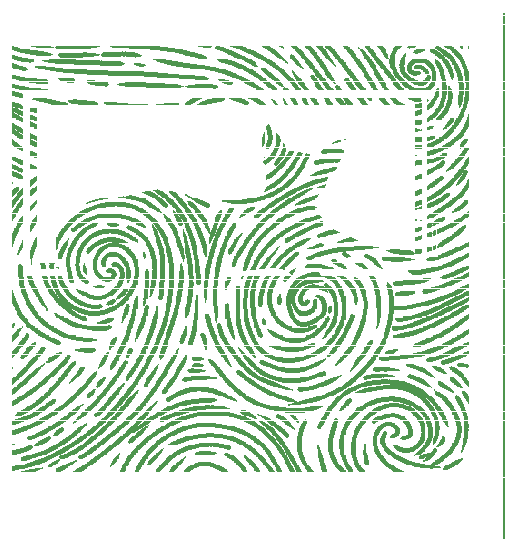
<source format=gbl>
%MOIN*%
%OFA0B0*%
%FSLAX44Y44*%
%IPPOS*%
%LPD*%
%ADD10R,0.000428012570729587X0.000856025141459174*%
D10*
X00017358Y-00000095D02*
X00017431Y-00000095D01*
X00017358Y-00000087D02*
X00017431Y-00000087D01*
X00017358Y-00000078D02*
X00017431Y-00000078D01*
X00017358Y-00000070D02*
X00017431Y-00000070D01*
X00017358Y-00000061D02*
X00017431Y-00000061D01*
X00017358Y-00000052D02*
X00017431Y-00000052D01*
X00017358Y-00000044D02*
X00017431Y-00000044D01*
X00017358Y-00000035D02*
X00017431Y-00000035D01*
X00017358Y-00000027D02*
X00017431Y-00000027D01*
X00017358Y-00000018D02*
X00017431Y-00000018D01*
X00017358Y-00000010D02*
X00017431Y-00000010D01*
X00017358Y-00000001D02*
X00017431Y-00000001D01*
X00017358Y00000007D02*
X00017431Y00000007D01*
X00017358Y00000015D02*
X00017431Y00000015D01*
X00017358Y00000024D02*
X00017431Y00000024D01*
X00017358Y00000032D02*
X00017431Y00000032D01*
X00017358Y00000041D02*
X00017431Y00000041D01*
X00017358Y00000049D02*
X00017431Y00000049D01*
X00017358Y00000058D02*
X00017431Y00000058D01*
X00017358Y00000066D02*
X00017431Y00000066D01*
X00017358Y00000075D02*
X00017431Y00000075D01*
X00017358Y00000084D02*
X00017431Y00000084D01*
X00017358Y00000092D02*
X00017431Y00000092D01*
X00017358Y00000101D02*
X00017431Y00000101D01*
X00017358Y00000109D02*
X00017431Y00000109D01*
X00017358Y00000118D02*
X00017431Y00000118D01*
X00017358Y00000126D02*
X00017431Y00000126D01*
X00017358Y00000135D02*
X00017431Y00000135D01*
X00017358Y00000143D02*
X00017431Y00000143D01*
X00017358Y00000152D02*
X00017431Y00000152D01*
X00017358Y00000161D02*
X00017431Y00000161D01*
X00017358Y00000169D02*
X00017431Y00000169D01*
X00017358Y00000178D02*
X00017431Y00000178D01*
X00017358Y00000186D02*
X00017431Y00000186D01*
X00017358Y00000195D02*
X00017431Y00000195D01*
X00017358Y00000203D02*
X00017431Y00000203D01*
X00017358Y00000212D02*
X00017431Y00000212D01*
X00017358Y00000221D02*
X00017431Y00000221D01*
X00017358Y00000229D02*
X00017431Y00000229D01*
X00017358Y00000238D02*
X00017431Y00000238D01*
X00017358Y00000246D02*
X00017431Y00000246D01*
X00017358Y00000255D02*
X00017431Y00000255D01*
X00017358Y00000263D02*
X00017431Y00000263D01*
X00017358Y00000272D02*
X00017431Y00000272D01*
X00017358Y00000280D02*
X00017431Y00000280D01*
X00017358Y00000289D02*
X00017431Y00000289D01*
X00017358Y00000298D02*
X00017431Y00000298D01*
X00017358Y00000306D02*
X00017431Y00000306D01*
X00017358Y00000315D02*
X00017431Y00000315D01*
X00017358Y00000323D02*
X00017431Y00000323D01*
X00017358Y00000332D02*
X00017431Y00000332D01*
X00017358Y00000340D02*
X00017431Y00000340D01*
X00017358Y00000349D02*
X00017431Y00000349D01*
X00017358Y00000357D02*
X00017431Y00000357D01*
X00017358Y00000366D02*
X00017431Y00000366D01*
X00017358Y00000375D02*
X00017431Y00000375D01*
X00017358Y00000383D02*
X00017431Y00000383D01*
X00017358Y00000392D02*
X00017431Y00000392D01*
X00017358Y00000400D02*
X00017431Y00000400D01*
X00017358Y00000409D02*
X00017431Y00000409D01*
X00017358Y00000417D02*
X00017431Y00000417D01*
X00017358Y00000426D02*
X00017431Y00000426D01*
X00017358Y00000435D02*
X00017431Y00000435D01*
X00017358Y00000443D02*
X00017431Y00000443D01*
X00017358Y00000452D02*
X00017431Y00000452D01*
X00017358Y00000460D02*
X00017431Y00000460D01*
X00017358Y00000469D02*
X00017431Y00000469D01*
X00017358Y00000477D02*
X00017431Y00000477D01*
X00017358Y00000486D02*
X00017431Y00000486D01*
X00017358Y00000494D02*
X00017431Y00000494D01*
X00017358Y00000503D02*
X00017431Y00000503D01*
X00017358Y00000512D02*
X00017431Y00000512D01*
X00017358Y00000520D02*
X00017431Y00000520D01*
X00017358Y00000529D02*
X00017431Y00000529D01*
X00017358Y00000537D02*
X00017431Y00000537D01*
X00017358Y00000546D02*
X00017431Y00000546D01*
X00017358Y00000554D02*
X00017431Y00000554D01*
X00017358Y00000563D02*
X00017431Y00000563D01*
X00017358Y00000571D02*
X00017431Y00000571D01*
X00017358Y00000580D02*
X00017431Y00000580D01*
X00017358Y00000589D02*
X00017431Y00000589D01*
X00017358Y00000597D02*
X00017431Y00000597D01*
X00017358Y00000606D02*
X00017431Y00000606D01*
X00017358Y00000614D02*
X00017431Y00000614D01*
X00017358Y00000623D02*
X00017431Y00000623D01*
X00017358Y00000631D02*
X00017431Y00000631D01*
X00017358Y00000640D02*
X00017431Y00000640D01*
X00017358Y00000649D02*
X00017431Y00000649D01*
X00017358Y00000657D02*
X00017431Y00000657D01*
X00017358Y00000666D02*
X00017431Y00000666D01*
X00017358Y00000674D02*
X00017431Y00000674D01*
X00017358Y00000683D02*
X00017431Y00000683D01*
X00017358Y00000691D02*
X00017431Y00000691D01*
X00017358Y00000700D02*
X00017431Y00000700D01*
X00017358Y00000708D02*
X00017431Y00000708D01*
X00017358Y00000717D02*
X00017431Y00000717D01*
X00017358Y00000726D02*
X00017431Y00000726D01*
X00017358Y00000734D02*
X00017431Y00000734D01*
X00017358Y00000743D02*
X00017431Y00000743D01*
X00017358Y00000751D02*
X00017431Y00000751D01*
X00017358Y00000760D02*
X00017431Y00000760D01*
X00017358Y00000768D02*
X00017431Y00000768D01*
X00017358Y00000777D02*
X00017431Y00000777D01*
X00017358Y00000785D02*
X00017431Y00000785D01*
X00017358Y00000794D02*
X00017431Y00000794D01*
X00017358Y00000803D02*
X00017431Y00000803D01*
X00017358Y00000811D02*
X00017431Y00000811D01*
X00017358Y00000820D02*
X00017431Y00000820D01*
X00017358Y00000828D02*
X00017431Y00000828D01*
X00017358Y00000837D02*
X00017431Y00000837D01*
X00017358Y00000845D02*
X00017431Y00000845D01*
X00017358Y00000854D02*
X00017431Y00000854D01*
X00017358Y00000863D02*
X00017431Y00000863D01*
X00017358Y00000871D02*
X00017431Y00000871D01*
X00017358Y00000880D02*
X00017431Y00000880D01*
X00017358Y00000888D02*
X00017431Y00000888D01*
X00017358Y00000897D02*
X00017431Y00000897D01*
X00017358Y00000905D02*
X00017431Y00000905D01*
X00017358Y00000914D02*
X00017431Y00000914D01*
X00017358Y00000922D02*
X00017431Y00000922D01*
X00017358Y00000931D02*
X00017431Y00000931D01*
X00017358Y00000940D02*
X00017431Y00000940D01*
X00017358Y00000948D02*
X00017431Y00000948D01*
X00017358Y00000957D02*
X00017431Y00000957D01*
X00017358Y00000965D02*
X00017431Y00000965D01*
X00017358Y00000974D02*
X00017431Y00000974D01*
X00017358Y00000982D02*
X00017431Y00000982D01*
X00017358Y00000991D02*
X00017431Y00000991D01*
X00017358Y00000999D02*
X00017431Y00000999D01*
X00017358Y00001008D02*
X00017431Y00001008D01*
X00017358Y00001017D02*
X00017431Y00001017D01*
X00017358Y00001025D02*
X00017431Y00001025D01*
X00017358Y00001034D02*
X00017431Y00001034D01*
X00017358Y00001042D02*
X00017431Y00001042D01*
X00017358Y00001051D02*
X00017431Y00001051D01*
X00017358Y00001059D02*
X00017431Y00001059D01*
X00017358Y00001068D02*
X00017431Y00001068D01*
X00017358Y00001077D02*
X00017431Y00001077D01*
X00017358Y00001085D02*
X00017431Y00001085D01*
X00017358Y00001094D02*
X00017431Y00001094D01*
X00017358Y00001102D02*
X00017431Y00001102D01*
X00017358Y00001111D02*
X00017431Y00001111D01*
X00017358Y00001119D02*
X00017431Y00001119D01*
X00017358Y00001128D02*
X00017431Y00001128D01*
X00017358Y00001136D02*
X00017431Y00001136D01*
X00017358Y00001145D02*
X00017431Y00001145D01*
X00017358Y00001154D02*
X00017431Y00001154D01*
X00017358Y00001162D02*
X00017431Y00001162D01*
X00017358Y00001171D02*
X00017431Y00001171D01*
X00017358Y00001179D02*
X00017431Y00001179D01*
X00017358Y00001188D02*
X00017431Y00001188D01*
X00017358Y00001196D02*
X00017431Y00001196D01*
X00017358Y00001205D02*
X00017431Y00001205D01*
X00017358Y00001213D02*
X00017431Y00001213D01*
X00017358Y00001222D02*
X00017431Y00001222D01*
X00017358Y00001231D02*
X00017431Y00001231D01*
X00017358Y00001239D02*
X00017431Y00001239D01*
X00017358Y00001248D02*
X00017431Y00001248D01*
X00017358Y00001256D02*
X00017431Y00001256D01*
X00017358Y00001265D02*
X00017431Y00001265D01*
X00017358Y00001273D02*
X00017431Y00001273D01*
X00017358Y00001282D02*
X00017431Y00001282D01*
X00017358Y00001291D02*
X00017431Y00001291D01*
X00017358Y00001299D02*
X00017431Y00001299D01*
X00017358Y00001308D02*
X00017431Y00001308D01*
X00017358Y00001316D02*
X00017431Y00001316D01*
X00017358Y00001325D02*
X00017431Y00001325D01*
X00017358Y00001333D02*
X00017431Y00001333D01*
X00017358Y00001342D02*
X00017431Y00001342D01*
X00017358Y00001350D02*
X00017431Y00001350D01*
X00017358Y00001359D02*
X00017431Y00001359D01*
X00017358Y00001368D02*
X00017431Y00001368D01*
X00017358Y00001376D02*
X00017431Y00001376D01*
X00017358Y00001385D02*
X00017431Y00001385D01*
X00017358Y00001393D02*
X00017431Y00001393D01*
X00017358Y00001402D02*
X00017431Y00001402D01*
X00017358Y00001410D02*
X00017431Y00001410D01*
X00017358Y00001419D02*
X00017431Y00001419D01*
X00017358Y00001428D02*
X00017431Y00001428D01*
X00017358Y00001436D02*
X00017431Y00001436D01*
X00017358Y00001445D02*
X00017431Y00001445D01*
X00017358Y00001453D02*
X00017431Y00001453D01*
X00017358Y00001462D02*
X00017431Y00001462D01*
X00017358Y00001470D02*
X00017431Y00001470D01*
X00017358Y00001479D02*
X00017431Y00001479D01*
X00017358Y00001487D02*
X00017431Y00001487D01*
X00017358Y00001496D02*
X00017431Y00001496D01*
X00017358Y00001505D02*
X00017431Y00001505D01*
X00017358Y00001513D02*
X00017431Y00001513D01*
X00017358Y00001522D02*
X00017431Y00001522D01*
X00017358Y00001530D02*
X00017431Y00001530D01*
X00017358Y00001539D02*
X00017431Y00001539D01*
X00017358Y00001547D02*
X00017431Y00001547D01*
X00017358Y00001556D02*
X00017431Y00001556D01*
X00017358Y00001564D02*
X00017431Y00001564D01*
X00017358Y00001573D02*
X00017431Y00001573D01*
X00017358Y00001582D02*
X00017431Y00001582D01*
X00017358Y00001590D02*
X00017431Y00001590D01*
X00017358Y00001599D02*
X00017431Y00001599D01*
X00017358Y00001607D02*
X00017431Y00001607D01*
X00017358Y00001616D02*
X00017431Y00001616D01*
X00017358Y00001624D02*
X00017431Y00001624D01*
X00017358Y00001633D02*
X00017431Y00001633D01*
X00017358Y00001642D02*
X00017431Y00001642D01*
X00017358Y00001650D02*
X00017431Y00001650D01*
X00017358Y00001659D02*
X00017431Y00001659D01*
X00017358Y00001667D02*
X00017431Y00001667D01*
X00017358Y00001676D02*
X00017431Y00001676D01*
X00017358Y00001684D02*
X00017431Y00001684D01*
X00017358Y00001693D02*
X00017431Y00001693D01*
X00017358Y00001701D02*
X00017431Y00001701D01*
X00017358Y00001710D02*
X00017431Y00001710D01*
X00017358Y00001719D02*
X00017431Y00001719D01*
X00017358Y00001727D02*
X00017431Y00001727D01*
X00017358Y00001736D02*
X00017431Y00001736D01*
X00017358Y00001744D02*
X00017431Y00001744D01*
X00017358Y00001753D02*
X00017431Y00001753D01*
X00017358Y00001761D02*
X00017431Y00001761D01*
X00017358Y00001770D02*
X00017431Y00001770D01*
X00017358Y00001778D02*
X00017431Y00001778D01*
X00017358Y00001787D02*
X00017431Y00001787D01*
X00017358Y00001796D02*
X00017431Y00001796D01*
X00017358Y00001804D02*
X00017431Y00001804D01*
X00017358Y00001813D02*
X00017431Y00001813D01*
X00017358Y00001821D02*
X00017431Y00001821D01*
X00017358Y00001830D02*
X00017431Y00001830D01*
X00017358Y00001838D02*
X00017431Y00001838D01*
X00017358Y00001847D02*
X00017431Y00001847D01*
X00017358Y00001856D02*
X00017431Y00001856D01*
X00017358Y00001864D02*
X00017431Y00001864D01*
X00017358Y00001873D02*
X00017431Y00001873D01*
X00017358Y00001881D02*
X00017431Y00001881D01*
X00017358Y00001890D02*
X00017431Y00001890D01*
X00017358Y00001898D02*
X00017431Y00001898D01*
X00017358Y00001907D02*
X00017431Y00001907D01*
X00017358Y00001915D02*
X00017431Y00001915D01*
X00017358Y00001924D02*
X00017431Y00001924D01*
X00017358Y00001933D02*
X00017431Y00001933D01*
X00017358Y00001941D02*
X00017431Y00001941D01*
X00017358Y00001950D02*
X00017431Y00001950D01*
X00017358Y00001958D02*
X00017431Y00001958D01*
X00017358Y00001967D02*
X00017431Y00001967D01*
X00017358Y00001975D02*
X00017431Y00001975D01*
X00017358Y00001984D02*
X00017431Y00001984D01*
X00017358Y00001992D02*
X00017431Y00001992D01*
X00017358Y00002001D02*
X00017431Y00002001D01*
X00017358Y00002010D02*
X00017431Y00002010D01*
X00017358Y00002018D02*
X00017431Y00002018D01*
X00017358Y00002027D02*
X00017431Y00002027D01*
X00017358Y00002035D02*
X00017431Y00002035D01*
X00017358Y00002044D02*
X00017431Y00002044D01*
X00017358Y00002052D02*
X00017431Y00002052D01*
X00017358Y00002061D02*
X00017431Y00002061D01*
X00017358Y00002070D02*
X00017431Y00002070D01*
X00017358Y00002078D02*
X00017431Y00002078D01*
X00017358Y00002087D02*
X00017431Y00002087D01*
X00017358Y00002095D02*
X00017431Y00002095D01*
X00017358Y00002104D02*
X00017431Y00002104D01*
X00017358Y00002112D02*
X00017431Y00002112D01*
X00017358Y00002121D02*
X00017431Y00002121D01*
X00017358Y00002129D02*
X00017431Y00002129D01*
X00001295Y00002138D02*
X00001783Y00002138D01*
X00002476Y00002138D02*
X00002630Y00002138D01*
X00003024Y00002138D02*
X00003324Y00002138D01*
X00004599Y00002138D02*
X00004745Y00002138D01*
X00005078Y00002138D02*
X00005233Y00002138D01*
X00005780Y00002138D02*
X00005926Y00002138D01*
X00006234Y00002138D02*
X00006380Y00002138D01*
X00006713Y00002138D02*
X00006928Y00002138D01*
X00007955Y00002138D02*
X00008203Y00002138D01*
X00008682Y00002138D02*
X00008836Y00002138D01*
X00009110Y00002138D02*
X00009256Y00002138D01*
X00009564Y00002138D02*
X00009744Y00002138D01*
X00009838Y00002138D02*
X00009984Y00002138D01*
X00010257Y00002138D02*
X00010412Y00002138D01*
X00010471Y00002138D02*
X00010651Y00002138D01*
X00010831Y00002138D02*
X00011045Y00002138D01*
X00011319Y00002138D02*
X00011473Y00002138D01*
X00011927Y00002138D02*
X00012132Y00002138D01*
X00012201Y00002138D02*
X00012346Y00002138D01*
X00012560Y00002138D02*
X00012740Y00002138D01*
X00013707Y00002138D02*
X00014041Y00002138D01*
X00017358Y00002138D02*
X00017431Y00002138D01*
X00001295Y00002147D02*
X00001783Y00002147D01*
X00002476Y00002147D02*
X00002630Y00002147D01*
X00003024Y00002147D02*
X00003324Y00002147D01*
X00004599Y00002147D02*
X00004745Y00002147D01*
X00005078Y00002147D02*
X00005233Y00002147D01*
X00005780Y00002147D02*
X00005926Y00002147D01*
X00006234Y00002147D02*
X00006380Y00002147D01*
X00006713Y00002147D02*
X00006928Y00002147D01*
X00007955Y00002147D02*
X00008203Y00002147D01*
X00008682Y00002147D02*
X00008836Y00002147D01*
X00009110Y00002147D02*
X00009256Y00002147D01*
X00009564Y00002147D02*
X00009744Y00002147D01*
X00009838Y00002147D02*
X00009984Y00002147D01*
X00010257Y00002147D02*
X00010412Y00002147D01*
X00010471Y00002147D02*
X00010651Y00002147D01*
X00010831Y00002147D02*
X00011045Y00002147D01*
X00011319Y00002147D02*
X00011473Y00002147D01*
X00011927Y00002147D02*
X00012132Y00002147D01*
X00012201Y00002147D02*
X00012346Y00002147D01*
X00012560Y00002147D02*
X00012740Y00002147D01*
X00013707Y00002147D02*
X00014041Y00002147D01*
X00017358Y00002147D02*
X00017431Y00002147D01*
X00001295Y00002155D02*
X00001783Y00002155D01*
X00002476Y00002155D02*
X00002630Y00002155D01*
X00003024Y00002155D02*
X00003324Y00002155D01*
X00004599Y00002155D02*
X00004745Y00002155D01*
X00005078Y00002155D02*
X00005233Y00002155D01*
X00005780Y00002155D02*
X00005926Y00002155D01*
X00006234Y00002155D02*
X00006380Y00002155D01*
X00006713Y00002155D02*
X00006928Y00002155D01*
X00007955Y00002155D02*
X00008203Y00002155D01*
X00008682Y00002155D02*
X00008836Y00002155D01*
X00009110Y00002155D02*
X00009256Y00002155D01*
X00009564Y00002155D02*
X00009744Y00002155D01*
X00009838Y00002155D02*
X00009984Y00002155D01*
X00010257Y00002155D02*
X00010412Y00002155D01*
X00010471Y00002155D02*
X00010651Y00002155D01*
X00010831Y00002155D02*
X00011045Y00002155D01*
X00011319Y00002155D02*
X00011473Y00002155D01*
X00011927Y00002155D02*
X00012132Y00002155D01*
X00012201Y00002155D02*
X00012346Y00002155D01*
X00012560Y00002155D02*
X00012740Y00002155D01*
X00013707Y00002155D02*
X00014041Y00002155D01*
X00017358Y00002155D02*
X00017431Y00002155D01*
X00001295Y00002164D02*
X00001783Y00002164D01*
X00002476Y00002164D02*
X00002630Y00002164D01*
X00003024Y00002164D02*
X00003324Y00002164D01*
X00004599Y00002164D02*
X00004745Y00002164D01*
X00005078Y00002164D02*
X00005233Y00002164D01*
X00005780Y00002164D02*
X00005926Y00002164D01*
X00006234Y00002164D02*
X00006380Y00002164D01*
X00006713Y00002164D02*
X00006928Y00002164D01*
X00007955Y00002164D02*
X00008203Y00002164D01*
X00008682Y00002164D02*
X00008836Y00002164D01*
X00009110Y00002164D02*
X00009256Y00002164D01*
X00009564Y00002164D02*
X00009744Y00002164D01*
X00009838Y00002164D02*
X00009984Y00002164D01*
X00010257Y00002164D02*
X00010412Y00002164D01*
X00010471Y00002164D02*
X00010651Y00002164D01*
X00010831Y00002164D02*
X00011045Y00002164D01*
X00011319Y00002164D02*
X00011473Y00002164D01*
X00011927Y00002164D02*
X00012132Y00002164D01*
X00012201Y00002164D02*
X00012346Y00002164D01*
X00012560Y00002164D02*
X00012740Y00002164D01*
X00013707Y00002164D02*
X00014041Y00002164D01*
X00017358Y00002164D02*
X00017431Y00002164D01*
X00001004Y00002172D02*
X00001081Y00002172D01*
X00001415Y00002172D02*
X00001868Y00002172D01*
X00002450Y00002172D02*
X00002690Y00002172D01*
X00003084Y00002172D02*
X00003384Y00002172D01*
X00004599Y00002172D02*
X00004779Y00002172D01*
X00005078Y00002172D02*
X00005233Y00002172D01*
X00005806Y00002172D02*
X00005960Y00002172D01*
X00006260Y00002172D02*
X00006414Y00002172D01*
X00006713Y00002172D02*
X00006962Y00002172D01*
X00007895Y00002172D02*
X00008169Y00002172D01*
X00008657Y00002172D02*
X00008836Y00002172D01*
X00009076Y00002172D02*
X00009256Y00002172D01*
X00009530Y00002172D02*
X00009718Y00002172D01*
X00009804Y00002172D02*
X00009984Y00002172D01*
X00010232Y00002172D02*
X00010412Y00002172D01*
X00010471Y00002172D02*
X00010626Y00002172D01*
X00010831Y00002172D02*
X00011019Y00002172D01*
X00011319Y00002172D02*
X00011473Y00002172D01*
X00011892Y00002172D02*
X00012106Y00002172D01*
X00012201Y00002172D02*
X00012346Y00002172D01*
X00012526Y00002172D02*
X00012740Y00002172D01*
X00013647Y00002172D02*
X00013981Y00002172D01*
X00017358Y00002172D02*
X00017431Y00002172D01*
X00001004Y00002181D02*
X00001081Y00002181D01*
X00001415Y00002181D02*
X00001868Y00002181D01*
X00002450Y00002181D02*
X00002690Y00002181D01*
X00003084Y00002181D02*
X00003384Y00002181D01*
X00004599Y00002181D02*
X00004779Y00002181D01*
X00005078Y00002181D02*
X00005233Y00002181D01*
X00005806Y00002181D02*
X00005960Y00002181D01*
X00006260Y00002181D02*
X00006414Y00002181D01*
X00006713Y00002181D02*
X00006962Y00002181D01*
X00007895Y00002181D02*
X00008169Y00002181D01*
X00008657Y00002181D02*
X00008836Y00002181D01*
X00009076Y00002181D02*
X00009256Y00002181D01*
X00009530Y00002181D02*
X00009718Y00002181D01*
X00009804Y00002181D02*
X00009984Y00002181D01*
X00010232Y00002181D02*
X00010412Y00002181D01*
X00010471Y00002181D02*
X00010626Y00002181D01*
X00010831Y00002181D02*
X00011019Y00002181D01*
X00011319Y00002181D02*
X00011473Y00002181D01*
X00011892Y00002181D02*
X00012106Y00002181D01*
X00012201Y00002181D02*
X00012346Y00002181D01*
X00012526Y00002181D02*
X00012740Y00002181D01*
X00013647Y00002181D02*
X00013981Y00002181D01*
X00017358Y00002181D02*
X00017431Y00002181D01*
X00001004Y00002189D02*
X00001081Y00002189D01*
X00001415Y00002189D02*
X00001868Y00002189D01*
X00002450Y00002189D02*
X00002690Y00002189D01*
X00003084Y00002189D02*
X00003384Y00002189D01*
X00004599Y00002189D02*
X00004779Y00002189D01*
X00005078Y00002189D02*
X00005233Y00002189D01*
X00005806Y00002189D02*
X00005960Y00002189D01*
X00006260Y00002189D02*
X00006414Y00002189D01*
X00006713Y00002189D02*
X00006962Y00002189D01*
X00007895Y00002189D02*
X00008169Y00002189D01*
X00008657Y00002189D02*
X00008836Y00002189D01*
X00009076Y00002189D02*
X00009256Y00002189D01*
X00009530Y00002189D02*
X00009718Y00002189D01*
X00009804Y00002189D02*
X00009984Y00002189D01*
X00010232Y00002189D02*
X00010412Y00002189D01*
X00010471Y00002189D02*
X00010626Y00002189D01*
X00010831Y00002189D02*
X00011019Y00002189D01*
X00011319Y00002189D02*
X00011473Y00002189D01*
X00011892Y00002189D02*
X00012106Y00002189D01*
X00012201Y00002189D02*
X00012346Y00002189D01*
X00012526Y00002189D02*
X00012740Y00002189D01*
X00013647Y00002189D02*
X00013981Y00002189D01*
X00017358Y00002189D02*
X00017431Y00002189D01*
X00001004Y00002198D02*
X00001235Y00002198D01*
X00001569Y00002198D02*
X00001928Y00002198D01*
X00002476Y00002198D02*
X00002750Y00002198D01*
X00003110Y00002198D02*
X00003418Y00002198D01*
X00004625Y00002198D02*
X00004779Y00002198D01*
X00005113Y00002198D02*
X00005267Y00002198D01*
X00005806Y00002198D02*
X00005986Y00002198D01*
X00006260Y00002198D02*
X00006448Y00002198D01*
X00006748Y00002198D02*
X00007022Y00002198D01*
X00007835Y00002198D02*
X00008143Y00002198D01*
X00008622Y00002198D02*
X00008802Y00002198D01*
X00009050Y00002198D02*
X00009230Y00002198D01*
X00009530Y00002198D02*
X00009684Y00002198D01*
X00009804Y00002198D02*
X00009958Y00002198D01*
X00010232Y00002198D02*
X00010377Y00002198D01*
X00010437Y00002198D02*
X00010626Y00002198D01*
X00010805Y00002198D02*
X00010985Y00002198D01*
X00011285Y00002198D02*
X00011473Y00002198D01*
X00011867Y00002198D02*
X00012072Y00002198D01*
X00012166Y00002198D02*
X00012346Y00002198D01*
X00012500Y00002198D02*
X00012714Y00002198D01*
X00013622Y00002198D02*
X00013921Y00002198D01*
X00015376Y00002198D02*
X00015531Y00002198D01*
X00017358Y00002198D02*
X00017431Y00002198D01*
X00001004Y00002206D02*
X00001235Y00002206D01*
X00001569Y00002206D02*
X00001928Y00002206D01*
X00002476Y00002206D02*
X00002750Y00002206D01*
X00003110Y00002206D02*
X00003418Y00002206D01*
X00004625Y00002206D02*
X00004779Y00002206D01*
X00005113Y00002206D02*
X00005267Y00002206D01*
X00005806Y00002206D02*
X00005986Y00002206D01*
X00006260Y00002206D02*
X00006448Y00002206D01*
X00006748Y00002206D02*
X00007022Y00002206D01*
X00007835Y00002206D02*
X00008143Y00002206D01*
X00008622Y00002206D02*
X00008802Y00002206D01*
X00009050Y00002206D02*
X00009230Y00002206D01*
X00009530Y00002206D02*
X00009684Y00002206D01*
X00009804Y00002206D02*
X00009958Y00002206D01*
X00010232Y00002206D02*
X00010377Y00002206D01*
X00010437Y00002206D02*
X00010626Y00002206D01*
X00010805Y00002206D02*
X00010985Y00002206D01*
X00011285Y00002206D02*
X00011473Y00002206D01*
X00011867Y00002206D02*
X00012072Y00002206D01*
X00012166Y00002206D02*
X00012346Y00002206D01*
X00012500Y00002206D02*
X00012714Y00002206D01*
X00013622Y00002206D02*
X00013921Y00002206D01*
X00015376Y00002206D02*
X00015531Y00002206D01*
X00017358Y00002206D02*
X00017431Y00002206D01*
X00001004Y00002215D02*
X00001235Y00002215D01*
X00001569Y00002215D02*
X00001928Y00002215D01*
X00002476Y00002215D02*
X00002750Y00002215D01*
X00003110Y00002215D02*
X00003418Y00002215D01*
X00004625Y00002215D02*
X00004779Y00002215D01*
X00005113Y00002215D02*
X00005267Y00002215D01*
X00005806Y00002215D02*
X00005986Y00002215D01*
X00006260Y00002215D02*
X00006448Y00002215D01*
X00006748Y00002215D02*
X00007022Y00002215D01*
X00007835Y00002215D02*
X00008143Y00002215D01*
X00008622Y00002215D02*
X00008802Y00002215D01*
X00009050Y00002215D02*
X00009230Y00002215D01*
X00009530Y00002215D02*
X00009684Y00002215D01*
X00009804Y00002215D02*
X00009958Y00002215D01*
X00010232Y00002215D02*
X00010377Y00002215D01*
X00010437Y00002215D02*
X00010626Y00002215D01*
X00010805Y00002215D02*
X00010985Y00002215D01*
X00011285Y00002215D02*
X00011473Y00002215D01*
X00011867Y00002215D02*
X00012072Y00002215D01*
X00012166Y00002215D02*
X00012346Y00002215D01*
X00012500Y00002215D02*
X00012714Y00002215D01*
X00013622Y00002215D02*
X00013921Y00002215D01*
X00015376Y00002215D02*
X00015531Y00002215D01*
X00017358Y00002215D02*
X00017431Y00002215D01*
X00001004Y00002224D02*
X00001235Y00002224D01*
X00001569Y00002224D02*
X00001928Y00002224D01*
X00002476Y00002224D02*
X00002750Y00002224D01*
X00003110Y00002224D02*
X00003418Y00002224D01*
X00004625Y00002224D02*
X00004779Y00002224D01*
X00005113Y00002224D02*
X00005267Y00002224D01*
X00005806Y00002224D02*
X00005986Y00002224D01*
X00006260Y00002224D02*
X00006448Y00002224D01*
X00006748Y00002224D02*
X00007022Y00002224D01*
X00007835Y00002224D02*
X00008143Y00002224D01*
X00008622Y00002224D02*
X00008802Y00002224D01*
X00009050Y00002224D02*
X00009230Y00002224D01*
X00009530Y00002224D02*
X00009684Y00002224D01*
X00009804Y00002224D02*
X00009958Y00002224D01*
X00010232Y00002224D02*
X00010377Y00002224D01*
X00010437Y00002224D02*
X00010626Y00002224D01*
X00010805Y00002224D02*
X00010985Y00002224D01*
X00011285Y00002224D02*
X00011473Y00002224D01*
X00011867Y00002224D02*
X00012072Y00002224D01*
X00012166Y00002224D02*
X00012346Y00002224D01*
X00012500Y00002224D02*
X00012714Y00002224D01*
X00013622Y00002224D02*
X00013921Y00002224D01*
X00015376Y00002224D02*
X00015531Y00002224D01*
X00017358Y00002224D02*
X00017431Y00002224D01*
X00001004Y00002232D02*
X00001415Y00002232D01*
X00001749Y00002232D02*
X00002023Y00002232D01*
X00002476Y00002232D02*
X00002784Y00002232D01*
X00003170Y00002232D02*
X00003478Y00002232D01*
X00004625Y00002232D02*
X00004779Y00002232D01*
X00005113Y00002232D02*
X00005293Y00002232D01*
X00005840Y00002232D02*
X00006020Y00002232D01*
X00006294Y00002232D02*
X00006474Y00002232D01*
X00006808Y00002232D02*
X00007047Y00002232D01*
X00007749Y00002232D02*
X00008083Y00002232D01*
X00008622Y00002232D02*
X00008802Y00002232D01*
X00009050Y00002232D02*
X00009230Y00002232D01*
X00009504Y00002232D02*
X00009684Y00002232D01*
X00009778Y00002232D02*
X00009958Y00002232D01*
X00010197Y00002232D02*
X00010377Y00002232D01*
X00010437Y00002232D02*
X00010591Y00002232D01*
X00010771Y00002232D02*
X00010959Y00002232D01*
X00011285Y00002232D02*
X00011439Y00002232D01*
X00011832Y00002232D02*
X00012047Y00002232D01*
X00012132Y00002232D02*
X00012320Y00002232D01*
X00012500Y00002232D02*
X00012680Y00002232D01*
X00013562Y00002232D02*
X00013861Y00002232D01*
X00014923Y00002232D02*
X00015017Y00002232D01*
X00015376Y00002232D02*
X00015591Y00002232D01*
X00017358Y00002232D02*
X00017431Y00002232D01*
X00001004Y00002241D02*
X00001415Y00002241D01*
X00001749Y00002241D02*
X00002023Y00002241D01*
X00002476Y00002241D02*
X00002784Y00002241D01*
X00003170Y00002241D02*
X00003478Y00002241D01*
X00004625Y00002241D02*
X00004779Y00002241D01*
X00005113Y00002241D02*
X00005293Y00002241D01*
X00005840Y00002241D02*
X00006020Y00002241D01*
X00006294Y00002241D02*
X00006474Y00002241D01*
X00006808Y00002241D02*
X00007047Y00002241D01*
X00007749Y00002241D02*
X00008083Y00002241D01*
X00008622Y00002241D02*
X00008802Y00002241D01*
X00009050Y00002241D02*
X00009230Y00002241D01*
X00009504Y00002241D02*
X00009684Y00002241D01*
X00009778Y00002241D02*
X00009958Y00002241D01*
X00010197Y00002241D02*
X00010377Y00002241D01*
X00010437Y00002241D02*
X00010591Y00002241D01*
X00010771Y00002241D02*
X00010959Y00002241D01*
X00011285Y00002241D02*
X00011439Y00002241D01*
X00011832Y00002241D02*
X00012047Y00002241D01*
X00012132Y00002241D02*
X00012320Y00002241D01*
X00012500Y00002241D02*
X00012680Y00002241D01*
X00013562Y00002241D02*
X00013861Y00002241D01*
X00014923Y00002241D02*
X00015017Y00002241D01*
X00015376Y00002241D02*
X00015591Y00002241D01*
X00017358Y00002241D02*
X00017431Y00002241D01*
X00001004Y00002249D02*
X00001415Y00002249D01*
X00001749Y00002249D02*
X00002023Y00002249D01*
X00002476Y00002249D02*
X00002784Y00002249D01*
X00003170Y00002249D02*
X00003478Y00002249D01*
X00004625Y00002249D02*
X00004779Y00002249D01*
X00005113Y00002249D02*
X00005293Y00002249D01*
X00005840Y00002249D02*
X00006020Y00002249D01*
X00006294Y00002249D02*
X00006474Y00002249D01*
X00006808Y00002249D02*
X00007047Y00002249D01*
X00007749Y00002249D02*
X00008083Y00002249D01*
X00008622Y00002249D02*
X00008802Y00002249D01*
X00009050Y00002249D02*
X00009230Y00002249D01*
X00009504Y00002249D02*
X00009684Y00002249D01*
X00009778Y00002249D02*
X00009958Y00002249D01*
X00010197Y00002249D02*
X00010377Y00002249D01*
X00010437Y00002249D02*
X00010591Y00002249D01*
X00010771Y00002249D02*
X00010959Y00002249D01*
X00011285Y00002249D02*
X00011439Y00002249D01*
X00011832Y00002249D02*
X00012047Y00002249D01*
X00012132Y00002249D02*
X00012320Y00002249D01*
X00012500Y00002249D02*
X00012680Y00002249D01*
X00013562Y00002249D02*
X00013861Y00002249D01*
X00014923Y00002249D02*
X00015017Y00002249D01*
X00015376Y00002249D02*
X00015591Y00002249D01*
X00017358Y00002249D02*
X00017431Y00002249D01*
X00001004Y00002258D02*
X00001535Y00002258D01*
X00001997Y00002258D02*
X00002023Y00002258D01*
X00002177Y00002258D02*
X00002202Y00002258D01*
X00002536Y00002258D02*
X00002844Y00002258D01*
X00003238Y00002258D02*
X00003503Y00002258D01*
X00004659Y00002258D02*
X00004805Y00002258D01*
X00005138Y00002258D02*
X00005293Y00002258D01*
X00005866Y00002258D02*
X00006054Y00002258D01*
X00006294Y00002258D02*
X00006508Y00002258D01*
X00006833Y00002258D02*
X00007142Y00002258D01*
X00007689Y00002258D02*
X00008049Y00002258D01*
X00008597Y00002258D02*
X00008777Y00002258D01*
X00009016Y00002258D02*
X00009196Y00002258D01*
X00009470Y00002258D02*
X00009650Y00002258D01*
X00009778Y00002258D02*
X00009924Y00002258D01*
X00010197Y00002258D02*
X00010352Y00002258D01*
X00010411Y00002258D02*
X00010591Y00002258D01*
X00010745Y00002258D02*
X00010959Y00002258D01*
X00011285Y00002258D02*
X00011439Y00002258D01*
X00011807Y00002258D02*
X00012012Y00002258D01*
X00012132Y00002258D02*
X00012320Y00002258D01*
X00012466Y00002258D02*
X00012654Y00002258D01*
X00013527Y00002258D02*
X00013801Y00002258D01*
X00014589Y00002258D02*
X00015282Y00002258D01*
X00015402Y00002258D02*
X00015650Y00002258D01*
X00017358Y00002258D02*
X00017431Y00002258D01*
X00001004Y00002266D02*
X00001535Y00002266D01*
X00001997Y00002266D02*
X00002023Y00002266D01*
X00002177Y00002266D02*
X00002202Y00002266D01*
X00002536Y00002266D02*
X00002844Y00002266D01*
X00003238Y00002266D02*
X00003503Y00002266D01*
X00004659Y00002266D02*
X00004805Y00002266D01*
X00005138Y00002266D02*
X00005293Y00002266D01*
X00005866Y00002266D02*
X00006054Y00002266D01*
X00006294Y00002266D02*
X00006508Y00002266D01*
X00006833Y00002266D02*
X00007142Y00002266D01*
X00007689Y00002266D02*
X00008049Y00002266D01*
X00008597Y00002266D02*
X00008777Y00002266D01*
X00009016Y00002266D02*
X00009196Y00002266D01*
X00009470Y00002266D02*
X00009650Y00002266D01*
X00009778Y00002266D02*
X00009924Y00002266D01*
X00010197Y00002266D02*
X00010352Y00002266D01*
X00010411Y00002266D02*
X00010591Y00002266D01*
X00010745Y00002266D02*
X00010959Y00002266D01*
X00011285Y00002266D02*
X00011439Y00002266D01*
X00011807Y00002266D02*
X00012012Y00002266D01*
X00012132Y00002266D02*
X00012320Y00002266D01*
X00012466Y00002266D02*
X00012654Y00002266D01*
X00013527Y00002266D02*
X00013801Y00002266D01*
X00014589Y00002266D02*
X00015282Y00002266D01*
X00015402Y00002266D02*
X00015650Y00002266D01*
X00017358Y00002266D02*
X00017431Y00002266D01*
X00001004Y00002275D02*
X00001535Y00002275D01*
X00001997Y00002275D02*
X00002023Y00002275D01*
X00002177Y00002275D02*
X00002202Y00002275D01*
X00002536Y00002275D02*
X00002844Y00002275D01*
X00003238Y00002275D02*
X00003503Y00002275D01*
X00004659Y00002275D02*
X00004805Y00002275D01*
X00005138Y00002275D02*
X00005293Y00002275D01*
X00005866Y00002275D02*
X00006054Y00002275D01*
X00006294Y00002275D02*
X00006508Y00002275D01*
X00006833Y00002275D02*
X00007142Y00002275D01*
X00007689Y00002275D02*
X00008049Y00002275D01*
X00008597Y00002275D02*
X00008777Y00002275D01*
X00009016Y00002275D02*
X00009196Y00002275D01*
X00009470Y00002275D02*
X00009650Y00002275D01*
X00009778Y00002275D02*
X00009924Y00002275D01*
X00010197Y00002275D02*
X00010352Y00002275D01*
X00010411Y00002275D02*
X00010591Y00002275D01*
X00010745Y00002275D02*
X00010959Y00002275D01*
X00011285Y00002275D02*
X00011439Y00002275D01*
X00011807Y00002275D02*
X00012012Y00002275D01*
X00012132Y00002275D02*
X00012320Y00002275D01*
X00012466Y00002275D02*
X00012654Y00002275D01*
X00013527Y00002275D02*
X00013801Y00002275D01*
X00014589Y00002275D02*
X00015282Y00002275D01*
X00015402Y00002275D02*
X00015650Y00002275D01*
X00017358Y00002275D02*
X00017431Y00002275D01*
X00001004Y00002284D02*
X00001535Y00002284D01*
X00001997Y00002284D02*
X00002023Y00002284D01*
X00002177Y00002284D02*
X00002202Y00002284D01*
X00002536Y00002284D02*
X00002844Y00002284D01*
X00003238Y00002284D02*
X00003503Y00002284D01*
X00004659Y00002284D02*
X00004805Y00002284D01*
X00005138Y00002284D02*
X00005293Y00002284D01*
X00005866Y00002284D02*
X00006054Y00002284D01*
X00006294Y00002284D02*
X00006508Y00002284D01*
X00006833Y00002284D02*
X00007142Y00002284D01*
X00007689Y00002284D02*
X00008049Y00002284D01*
X00008597Y00002284D02*
X00008777Y00002284D01*
X00009016Y00002284D02*
X00009196Y00002284D01*
X00009470Y00002284D02*
X00009650Y00002284D01*
X00009778Y00002284D02*
X00009924Y00002284D01*
X00010197Y00002284D02*
X00010352Y00002284D01*
X00010411Y00002284D02*
X00010591Y00002284D01*
X00010745Y00002284D02*
X00010959Y00002284D01*
X00011285Y00002284D02*
X00011439Y00002284D01*
X00011807Y00002284D02*
X00012012Y00002284D01*
X00012132Y00002284D02*
X00012320Y00002284D01*
X00012466Y00002284D02*
X00012654Y00002284D01*
X00013527Y00002284D02*
X00013801Y00002284D01*
X00014589Y00002284D02*
X00015282Y00002284D01*
X00015402Y00002284D02*
X00015650Y00002284D01*
X00017358Y00002284D02*
X00017431Y00002284D01*
X00001004Y00002292D02*
X00001663Y00002292D01*
X00002177Y00002292D02*
X00002322Y00002292D01*
X00002596Y00002292D02*
X00002870Y00002292D01*
X00003298Y00002292D02*
X00003538Y00002292D01*
X00004265Y00002292D02*
X00004291Y00002292D01*
X00004659Y00002292D02*
X00004805Y00002292D01*
X00005138Y00002292D02*
X00005327Y00002292D01*
X00005900Y00002292D02*
X00006080Y00002292D01*
X00006320Y00002292D02*
X00006534Y00002292D01*
X00006868Y00002292D02*
X00007227Y00002292D01*
X00007595Y00002292D02*
X00007989Y00002292D01*
X00008562Y00002292D02*
X00008742Y00002292D01*
X00008990Y00002292D02*
X00009170Y00002292D01*
X00009444Y00002292D02*
X00009624Y00002292D01*
X00009744Y00002292D02*
X00009924Y00002292D01*
X00010172Y00002292D02*
X00010352Y00002292D01*
X00010377Y00002292D02*
X00010566Y00002292D01*
X00010745Y00002292D02*
X00010925Y00002292D01*
X00011285Y00002292D02*
X00011439Y00002292D01*
X00011773Y00002292D02*
X00011987Y00002292D01*
X00012106Y00002292D02*
X00012286Y00002292D01*
X00012440Y00002292D02*
X00012620Y00002292D01*
X00013467Y00002292D02*
X00013741Y00002292D01*
X00014409Y00002292D02*
X00015257Y00002292D01*
X00015402Y00002292D02*
X00015710Y00002292D01*
X00017358Y00002292D02*
X00017431Y00002292D01*
X00001004Y00002301D02*
X00001663Y00002301D01*
X00002177Y00002301D02*
X00002322Y00002301D01*
X00002596Y00002301D02*
X00002870Y00002301D01*
X00003298Y00002301D02*
X00003538Y00002301D01*
X00004265Y00002301D02*
X00004291Y00002301D01*
X00004659Y00002301D02*
X00004805Y00002301D01*
X00005138Y00002301D02*
X00005327Y00002301D01*
X00005900Y00002301D02*
X00006080Y00002301D01*
X00006320Y00002301D02*
X00006534Y00002301D01*
X00006868Y00002301D02*
X00007227Y00002301D01*
X00007595Y00002301D02*
X00007989Y00002301D01*
X00008562Y00002301D02*
X00008742Y00002301D01*
X00008990Y00002301D02*
X00009170Y00002301D01*
X00009444Y00002301D02*
X00009624Y00002301D01*
X00009744Y00002301D02*
X00009924Y00002301D01*
X00010172Y00002301D02*
X00010352Y00002301D01*
X00010377Y00002301D02*
X00010566Y00002301D01*
X00010745Y00002301D02*
X00010925Y00002301D01*
X00011285Y00002301D02*
X00011439Y00002301D01*
X00011773Y00002301D02*
X00011987Y00002301D01*
X00012106Y00002301D02*
X00012286Y00002301D01*
X00012440Y00002301D02*
X00012620Y00002301D01*
X00013467Y00002301D02*
X00013741Y00002301D01*
X00014409Y00002301D02*
X00015257Y00002301D01*
X00015402Y00002301D02*
X00015710Y00002301D01*
X00017358Y00002301D02*
X00017431Y00002301D01*
X00001004Y00002309D02*
X00001663Y00002309D01*
X00002177Y00002309D02*
X00002322Y00002309D01*
X00002596Y00002309D02*
X00002870Y00002309D01*
X00003298Y00002309D02*
X00003538Y00002309D01*
X00004265Y00002309D02*
X00004291Y00002309D01*
X00004659Y00002309D02*
X00004805Y00002309D01*
X00005138Y00002309D02*
X00005327Y00002309D01*
X00005900Y00002309D02*
X00006080Y00002309D01*
X00006320Y00002309D02*
X00006534Y00002309D01*
X00006868Y00002309D02*
X00007227Y00002309D01*
X00007595Y00002309D02*
X00007989Y00002309D01*
X00008562Y00002309D02*
X00008742Y00002309D01*
X00008990Y00002309D02*
X00009170Y00002309D01*
X00009444Y00002309D02*
X00009624Y00002309D01*
X00009744Y00002309D02*
X00009924Y00002309D01*
X00010172Y00002309D02*
X00010352Y00002309D01*
X00010377Y00002309D02*
X00010566Y00002309D01*
X00010745Y00002309D02*
X00010925Y00002309D01*
X00011285Y00002309D02*
X00011439Y00002309D01*
X00011773Y00002309D02*
X00011987Y00002309D01*
X00012106Y00002309D02*
X00012286Y00002309D01*
X00012440Y00002309D02*
X00012620Y00002309D01*
X00013467Y00002309D02*
X00013741Y00002309D01*
X00014409Y00002309D02*
X00015257Y00002309D01*
X00015402Y00002309D02*
X00015710Y00002309D01*
X00017358Y00002309D02*
X00017431Y00002309D01*
X00001081Y00002318D02*
X00001749Y00002318D01*
X00002177Y00002318D02*
X00002356Y00002318D01*
X00002656Y00002318D02*
X00002930Y00002318D01*
X00003324Y00002318D02*
X00003598Y00002318D01*
X00004265Y00002318D02*
X00004325Y00002318D01*
X00004659Y00002318D02*
X00004839Y00002318D01*
X00005173Y00002318D02*
X00005327Y00002318D01*
X00005900Y00002318D02*
X00006114Y00002318D01*
X00006354Y00002318D02*
X00006568Y00002318D01*
X00006927Y00002318D02*
X00007929Y00002318D01*
X00008537Y00002318D02*
X00008717Y00002318D01*
X00008956Y00002318D02*
X00009136Y00002318D01*
X00009410Y00002318D02*
X00009590Y00002318D01*
X00009744Y00002318D02*
X00009898Y00002318D01*
X00010172Y00002318D02*
X00010317Y00002318D01*
X00010377Y00002318D02*
X00010566Y00002318D01*
X00010711Y00002318D02*
X00010891Y00002318D01*
X00011259Y00002318D02*
X00011439Y00002318D01*
X00011747Y00002318D02*
X00011952Y00002318D01*
X00012106Y00002318D02*
X00012261Y00002318D01*
X00012440Y00002318D02*
X00012620Y00002318D01*
X00013442Y00002318D02*
X00013707Y00002318D01*
X00014315Y00002318D02*
X00015103Y00002318D01*
X00015436Y00002318D02*
X00015770Y00002318D01*
X00017358Y00002318D02*
X00017431Y00002318D01*
X00001081Y00002326D02*
X00001749Y00002326D01*
X00002177Y00002326D02*
X00002356Y00002326D01*
X00002656Y00002326D02*
X00002930Y00002326D01*
X00003324Y00002326D02*
X00003598Y00002326D01*
X00004265Y00002326D02*
X00004325Y00002326D01*
X00004659Y00002326D02*
X00004839Y00002326D01*
X00005173Y00002326D02*
X00005327Y00002326D01*
X00005900Y00002326D02*
X00006114Y00002326D01*
X00006354Y00002326D02*
X00006568Y00002326D01*
X00006927Y00002326D02*
X00007929Y00002326D01*
X00008537Y00002326D02*
X00008717Y00002326D01*
X00008956Y00002326D02*
X00009136Y00002326D01*
X00009410Y00002326D02*
X00009590Y00002326D01*
X00009744Y00002326D02*
X00009898Y00002326D01*
X00010172Y00002326D02*
X00010317Y00002326D01*
X00010377Y00002326D02*
X00010566Y00002326D01*
X00010711Y00002326D02*
X00010891Y00002326D01*
X00011259Y00002326D02*
X00011439Y00002326D01*
X00011747Y00002326D02*
X00011952Y00002326D01*
X00012106Y00002326D02*
X00012261Y00002326D01*
X00012440Y00002326D02*
X00012620Y00002326D01*
X00013442Y00002326D02*
X00013707Y00002326D01*
X00014315Y00002326D02*
X00015103Y00002326D01*
X00015436Y00002326D02*
X00015770Y00002326D01*
X00017358Y00002326D02*
X00017431Y00002326D01*
X00001081Y00002335D02*
X00001749Y00002335D01*
X00002177Y00002335D02*
X00002356Y00002335D01*
X00002656Y00002335D02*
X00002930Y00002335D01*
X00003324Y00002335D02*
X00003598Y00002335D01*
X00004265Y00002335D02*
X00004325Y00002335D01*
X00004659Y00002335D02*
X00004839Y00002335D01*
X00005173Y00002335D02*
X00005327Y00002335D01*
X00005900Y00002335D02*
X00006114Y00002335D01*
X00006354Y00002335D02*
X00006568Y00002335D01*
X00006927Y00002335D02*
X00007929Y00002335D01*
X00008537Y00002335D02*
X00008717Y00002335D01*
X00008956Y00002335D02*
X00009136Y00002335D01*
X00009410Y00002335D02*
X00009590Y00002335D01*
X00009744Y00002335D02*
X00009898Y00002335D01*
X00010172Y00002335D02*
X00010317Y00002335D01*
X00010377Y00002335D02*
X00010566Y00002335D01*
X00010711Y00002335D02*
X00010891Y00002335D01*
X00011259Y00002335D02*
X00011439Y00002335D01*
X00011747Y00002335D02*
X00011952Y00002335D01*
X00012106Y00002335D02*
X00012261Y00002335D01*
X00012440Y00002335D02*
X00012620Y00002335D01*
X00013442Y00002335D02*
X00013707Y00002335D01*
X00014315Y00002335D02*
X00015103Y00002335D01*
X00015436Y00002335D02*
X00015770Y00002335D01*
X00017358Y00002335D02*
X00017431Y00002335D01*
X00001081Y00002343D02*
X00001749Y00002343D01*
X00002177Y00002343D02*
X00002356Y00002343D01*
X00002656Y00002343D02*
X00002930Y00002343D01*
X00003324Y00002343D02*
X00003598Y00002343D01*
X00004265Y00002343D02*
X00004325Y00002343D01*
X00004659Y00002343D02*
X00004839Y00002343D01*
X00005173Y00002343D02*
X00005327Y00002343D01*
X00005900Y00002343D02*
X00006114Y00002343D01*
X00006354Y00002343D02*
X00006568Y00002343D01*
X00006927Y00002343D02*
X00007929Y00002343D01*
X00008537Y00002343D02*
X00008717Y00002343D01*
X00008956Y00002343D02*
X00009136Y00002343D01*
X00009410Y00002343D02*
X00009590Y00002343D01*
X00009744Y00002343D02*
X00009898Y00002343D01*
X00010172Y00002343D02*
X00010317Y00002343D01*
X00010377Y00002343D02*
X00010566Y00002343D01*
X00010711Y00002343D02*
X00010891Y00002343D01*
X00011259Y00002343D02*
X00011439Y00002343D01*
X00011747Y00002343D02*
X00011952Y00002343D01*
X00012106Y00002343D02*
X00012261Y00002343D01*
X00012440Y00002343D02*
X00012620Y00002343D01*
X00013442Y00002343D02*
X00013707Y00002343D01*
X00014315Y00002343D02*
X00015103Y00002343D01*
X00015436Y00002343D02*
X00015770Y00002343D01*
X00017358Y00002343D02*
X00017431Y00002343D01*
X00001235Y00002352D02*
X00001843Y00002352D01*
X00002202Y00002352D02*
X00002416Y00002352D01*
X00002716Y00002352D02*
X00002964Y00002352D01*
X00003384Y00002352D02*
X00003632Y00002352D01*
X00004291Y00002352D02*
X00004385Y00002352D01*
X00004685Y00002352D02*
X00004873Y00002352D01*
X00005173Y00002352D02*
X00005352Y00002352D01*
X00005506Y00002352D02*
X00005566Y00002352D01*
X00005926Y00002352D02*
X00006140Y00002352D01*
X00006414Y00002352D02*
X00006594Y00002352D01*
X00006987Y00002352D02*
X00007869Y00002352D01*
X00008503Y00002352D02*
X00008717Y00002352D01*
X00008931Y00002352D02*
X00009136Y00002352D01*
X00009384Y00002352D02*
X00009564Y00002352D01*
X00009718Y00002352D02*
X00009898Y00002352D01*
X00010138Y00002352D02*
X00010317Y00002352D01*
X00010352Y00002352D02*
X00010531Y00002352D01*
X00010685Y00002352D02*
X00010865Y00002352D01*
X00011259Y00002352D02*
X00011413Y00002352D01*
X00011747Y00002352D02*
X00011927Y00002352D01*
X00012072Y00002352D02*
X00012261Y00002352D01*
X00012406Y00002352D02*
X00012594Y00002352D01*
X00012800Y00002352D02*
X00012894Y00002352D01*
X00013408Y00002352D02*
X00013647Y00002352D01*
X00014229Y00002352D02*
X00015137Y00002352D01*
X00015496Y00002352D02*
X00015796Y00002352D01*
X00017358Y00002352D02*
X00017431Y00002352D01*
X00001235Y00002361D02*
X00001843Y00002361D01*
X00002202Y00002361D02*
X00002416Y00002361D01*
X00002716Y00002361D02*
X00002964Y00002361D01*
X00003384Y00002361D02*
X00003632Y00002361D01*
X00004291Y00002361D02*
X00004385Y00002361D01*
X00004685Y00002361D02*
X00004873Y00002361D01*
X00005173Y00002361D02*
X00005352Y00002361D01*
X00005506Y00002361D02*
X00005566Y00002361D01*
X00005926Y00002361D02*
X00006140Y00002361D01*
X00006414Y00002361D02*
X00006594Y00002361D01*
X00006987Y00002361D02*
X00007869Y00002361D01*
X00008503Y00002361D02*
X00008717Y00002361D01*
X00008931Y00002361D02*
X00009136Y00002361D01*
X00009384Y00002361D02*
X00009564Y00002361D01*
X00009718Y00002361D02*
X00009898Y00002361D01*
X00010138Y00002361D02*
X00010317Y00002361D01*
X00010352Y00002361D02*
X00010531Y00002361D01*
X00010685Y00002361D02*
X00010865Y00002361D01*
X00011259Y00002361D02*
X00011413Y00002361D01*
X00011747Y00002361D02*
X00011927Y00002361D01*
X00012072Y00002361D02*
X00012261Y00002361D01*
X00012406Y00002361D02*
X00012594Y00002361D01*
X00012800Y00002361D02*
X00012894Y00002361D01*
X00013408Y00002361D02*
X00013647Y00002361D01*
X00014229Y00002361D02*
X00015137Y00002361D01*
X00015496Y00002361D02*
X00015796Y00002361D01*
X00017358Y00002361D02*
X00017431Y00002361D01*
X00001235Y00002369D02*
X00001843Y00002369D01*
X00002202Y00002369D02*
X00002416Y00002369D01*
X00002716Y00002369D02*
X00002964Y00002369D01*
X00003384Y00002369D02*
X00003632Y00002369D01*
X00004291Y00002369D02*
X00004385Y00002369D01*
X00004685Y00002369D02*
X00004873Y00002369D01*
X00005173Y00002369D02*
X00005352Y00002369D01*
X00005506Y00002369D02*
X00005566Y00002369D01*
X00005926Y00002369D02*
X00006140Y00002369D01*
X00006414Y00002369D02*
X00006594Y00002369D01*
X00006987Y00002369D02*
X00007869Y00002369D01*
X00008503Y00002369D02*
X00008717Y00002369D01*
X00008931Y00002369D02*
X00009136Y00002369D01*
X00009384Y00002369D02*
X00009564Y00002369D01*
X00009718Y00002369D02*
X00009898Y00002369D01*
X00010138Y00002369D02*
X00010317Y00002369D01*
X00010352Y00002369D02*
X00010531Y00002369D01*
X00010685Y00002369D02*
X00010865Y00002369D01*
X00011259Y00002369D02*
X00011413Y00002369D01*
X00011747Y00002369D02*
X00011927Y00002369D01*
X00012072Y00002369D02*
X00012261Y00002369D01*
X00012406Y00002369D02*
X00012594Y00002369D01*
X00012800Y00002369D02*
X00012894Y00002369D01*
X00013408Y00002369D02*
X00013647Y00002369D01*
X00014229Y00002369D02*
X00015137Y00002369D01*
X00015496Y00002369D02*
X00015796Y00002369D01*
X00017358Y00002369D02*
X00017431Y00002369D01*
X00001415Y00002378D02*
X00001928Y00002378D01*
X00002236Y00002378D02*
X00002451Y00002378D01*
X00002784Y00002378D02*
X00003024Y00002378D01*
X00003418Y00002378D02*
X00003692Y00002378D01*
X00004291Y00002378D02*
X00004385Y00002378D01*
X00004685Y00002378D02*
X00004873Y00002378D01*
X00005198Y00002378D02*
X00005387Y00002378D01*
X00005506Y00002378D02*
X00005626Y00002378D01*
X00005960Y00002378D02*
X00006174Y00002378D01*
X00006448Y00002378D02*
X00006628Y00002378D01*
X00007047Y00002378D02*
X00007775Y00002378D01*
X00008468Y00002378D02*
X00008682Y00002378D01*
X00008896Y00002378D02*
X00009110Y00002378D01*
X00009350Y00002378D02*
X00009564Y00002378D01*
X00009684Y00002378D02*
X00009864Y00002378D01*
X00010138Y00002378D02*
X00010292Y00002378D01*
X00010352Y00002378D02*
X00010497Y00002378D01*
X00010685Y00002378D02*
X00010831Y00002378D01*
X00011259Y00002378D02*
X00011413Y00002378D01*
X00011713Y00002378D02*
X00011892Y00002378D01*
X00012072Y00002378D02*
X00012226Y00002378D01*
X00012406Y00002378D02*
X00012560Y00002378D01*
X00012774Y00002378D02*
X00012894Y00002378D01*
X00013382Y00002378D02*
X00013622Y00002378D01*
X00014135Y00002378D02*
X00014769Y00002378D01*
X00014948Y00002378D02*
X00015197Y00002378D01*
X00015556Y00002378D02*
X00015864Y00002378D01*
X00017358Y00002378D02*
X00017431Y00002378D01*
X00001415Y00002386D02*
X00001928Y00002386D01*
X00002236Y00002386D02*
X00002451Y00002386D01*
X00002784Y00002386D02*
X00003024Y00002386D01*
X00003418Y00002386D02*
X00003692Y00002386D01*
X00004291Y00002386D02*
X00004385Y00002386D01*
X00004685Y00002386D02*
X00004873Y00002386D01*
X00005198Y00002386D02*
X00005387Y00002386D01*
X00005506Y00002386D02*
X00005626Y00002386D01*
X00005960Y00002386D02*
X00006174Y00002386D01*
X00006448Y00002386D02*
X00006628Y00002386D01*
X00007047Y00002386D02*
X00007775Y00002386D01*
X00008468Y00002386D02*
X00008682Y00002386D01*
X00008896Y00002386D02*
X00009110Y00002386D01*
X00009350Y00002386D02*
X00009564Y00002386D01*
X00009684Y00002386D02*
X00009864Y00002386D01*
X00010138Y00002386D02*
X00010292Y00002386D01*
X00010352Y00002386D02*
X00010497Y00002386D01*
X00010685Y00002386D02*
X00010831Y00002386D01*
X00011259Y00002386D02*
X00011413Y00002386D01*
X00011713Y00002386D02*
X00011892Y00002386D01*
X00012072Y00002386D02*
X00012226Y00002386D01*
X00012406Y00002386D02*
X00012560Y00002386D01*
X00012774Y00002386D02*
X00012894Y00002386D01*
X00013382Y00002386D02*
X00013622Y00002386D01*
X00014135Y00002386D02*
X00014769Y00002386D01*
X00014948Y00002386D02*
X00015197Y00002386D01*
X00015556Y00002386D02*
X00015864Y00002386D01*
X00017358Y00002386D02*
X00017431Y00002386D01*
X00001415Y00002395D02*
X00001928Y00002395D01*
X00002236Y00002395D02*
X00002451Y00002395D01*
X00002784Y00002395D02*
X00003024Y00002395D01*
X00003418Y00002395D02*
X00003692Y00002395D01*
X00004291Y00002395D02*
X00004385Y00002395D01*
X00004685Y00002395D02*
X00004873Y00002395D01*
X00005198Y00002395D02*
X00005387Y00002395D01*
X00005506Y00002395D02*
X00005626Y00002395D01*
X00005960Y00002395D02*
X00006174Y00002395D01*
X00006448Y00002395D02*
X00006628Y00002395D01*
X00007047Y00002395D02*
X00007775Y00002395D01*
X00008468Y00002395D02*
X00008682Y00002395D01*
X00008896Y00002395D02*
X00009110Y00002395D01*
X00009350Y00002395D02*
X00009564Y00002395D01*
X00009684Y00002395D02*
X00009864Y00002395D01*
X00010138Y00002395D02*
X00010292Y00002395D01*
X00010352Y00002395D02*
X00010497Y00002395D01*
X00010685Y00002395D02*
X00010831Y00002395D01*
X00011259Y00002395D02*
X00011413Y00002395D01*
X00011713Y00002395D02*
X00011892Y00002395D01*
X00012072Y00002395D02*
X00012226Y00002395D01*
X00012406Y00002395D02*
X00012560Y00002395D01*
X00012774Y00002395D02*
X00012894Y00002395D01*
X00013382Y00002395D02*
X00013622Y00002395D01*
X00014135Y00002395D02*
X00014769Y00002395D01*
X00014948Y00002395D02*
X00015197Y00002395D01*
X00015556Y00002395D02*
X00015864Y00002395D01*
X00017358Y00002395D02*
X00017431Y00002395D01*
X00001415Y00002403D02*
X00001928Y00002403D01*
X00002236Y00002403D02*
X00002451Y00002403D01*
X00002784Y00002403D02*
X00003024Y00002403D01*
X00003418Y00002403D02*
X00003692Y00002403D01*
X00004291Y00002403D02*
X00004385Y00002403D01*
X00004685Y00002403D02*
X00004873Y00002403D01*
X00005198Y00002403D02*
X00005387Y00002403D01*
X00005506Y00002403D02*
X00005626Y00002403D01*
X00005960Y00002403D02*
X00006174Y00002403D01*
X00006448Y00002403D02*
X00006628Y00002403D01*
X00007047Y00002403D02*
X00007775Y00002403D01*
X00008468Y00002403D02*
X00008682Y00002403D01*
X00008896Y00002403D02*
X00009110Y00002403D01*
X00009350Y00002403D02*
X00009564Y00002403D01*
X00009684Y00002403D02*
X00009864Y00002403D01*
X00010138Y00002403D02*
X00010292Y00002403D01*
X00010352Y00002403D02*
X00010497Y00002403D01*
X00010685Y00002403D02*
X00010831Y00002403D01*
X00011259Y00002403D02*
X00011413Y00002403D01*
X00011713Y00002403D02*
X00011892Y00002403D01*
X00012072Y00002403D02*
X00012226Y00002403D01*
X00012406Y00002403D02*
X00012560Y00002403D01*
X00012774Y00002403D02*
X00012894Y00002403D01*
X00013382Y00002403D02*
X00013622Y00002403D01*
X00014135Y00002403D02*
X00014769Y00002403D01*
X00014948Y00002403D02*
X00015197Y00002403D01*
X00015556Y00002403D02*
X00015864Y00002403D01*
X00017358Y00002403D02*
X00017431Y00002403D01*
X00001509Y00002412D02*
X00001997Y00002412D01*
X00002296Y00002412D02*
X00002510Y00002412D01*
X00002844Y00002412D02*
X00003050Y00002412D01*
X00003478Y00002412D02*
X00003717Y00002412D01*
X00004291Y00002412D02*
X00004419Y00002412D01*
X00004719Y00002412D02*
X00004899Y00002412D01*
X00005198Y00002412D02*
X00005387Y00002412D01*
X00005532Y00002412D02*
X00005661Y00002412D01*
X00005986Y00002412D02*
X00006200Y00002412D01*
X00006474Y00002412D02*
X00006654Y00002412D01*
X00007107Y00002412D02*
X00007715Y00002412D01*
X00008443Y00002412D02*
X00008657Y00002412D01*
X00008896Y00002412D02*
X00009076Y00002412D01*
X00009350Y00002412D02*
X00009530Y00002412D01*
X00009684Y00002412D02*
X00009838Y00002412D01*
X00010103Y00002412D02*
X00010292Y00002412D01*
X00010317Y00002412D02*
X00010497Y00002412D01*
X00010651Y00002412D02*
X00010831Y00002412D01*
X00011259Y00002412D02*
X00011413Y00002412D01*
X00011678Y00002412D02*
X00011867Y00002412D01*
X00012046Y00002412D02*
X00012201Y00002412D01*
X00012380Y00002412D02*
X00012560Y00002412D01*
X00012740Y00002412D02*
X00012894Y00002412D01*
X00013348Y00002412D02*
X00013562Y00002412D01*
X00014075Y00002412D02*
X00014589Y00002412D01*
X00014983Y00002412D02*
X00015257Y00002412D01*
X00015616Y00002412D02*
X00015890Y00002412D01*
X00017358Y00002412D02*
X00017431Y00002412D01*
X00001509Y00002420D02*
X00001997Y00002420D01*
X00002296Y00002420D02*
X00002510Y00002420D01*
X00002844Y00002420D02*
X00003050Y00002420D01*
X00003478Y00002420D02*
X00003717Y00002420D01*
X00004291Y00002420D02*
X00004419Y00002420D01*
X00004719Y00002420D02*
X00004899Y00002420D01*
X00005198Y00002420D02*
X00005387Y00002420D01*
X00005532Y00002420D02*
X00005661Y00002420D01*
X00005986Y00002420D02*
X00006200Y00002420D01*
X00006474Y00002420D02*
X00006654Y00002420D01*
X00007107Y00002420D02*
X00007715Y00002420D01*
X00008443Y00002420D02*
X00008657Y00002420D01*
X00008896Y00002420D02*
X00009076Y00002420D01*
X00009350Y00002420D02*
X00009530Y00002420D01*
X00009684Y00002420D02*
X00009838Y00002420D01*
X00010103Y00002420D02*
X00010292Y00002420D01*
X00010317Y00002420D02*
X00010497Y00002420D01*
X00010651Y00002420D02*
X00010831Y00002420D01*
X00011259Y00002420D02*
X00011413Y00002420D01*
X00011678Y00002420D02*
X00011867Y00002420D01*
X00012046Y00002420D02*
X00012201Y00002420D01*
X00012380Y00002420D02*
X00012560Y00002420D01*
X00012740Y00002420D02*
X00012894Y00002420D01*
X00013348Y00002420D02*
X00013562Y00002420D01*
X00014075Y00002420D02*
X00014589Y00002420D01*
X00014983Y00002420D02*
X00015257Y00002420D01*
X00015616Y00002420D02*
X00015890Y00002420D01*
X00017358Y00002420D02*
X00017431Y00002420D01*
X00001509Y00002429D02*
X00001997Y00002429D01*
X00002296Y00002429D02*
X00002510Y00002429D01*
X00002844Y00002429D02*
X00003050Y00002429D01*
X00003478Y00002429D02*
X00003717Y00002429D01*
X00004291Y00002429D02*
X00004419Y00002429D01*
X00004719Y00002429D02*
X00004899Y00002429D01*
X00005198Y00002429D02*
X00005387Y00002429D01*
X00005532Y00002429D02*
X00005661Y00002429D01*
X00005986Y00002429D02*
X00006200Y00002429D01*
X00006474Y00002429D02*
X00006654Y00002429D01*
X00007107Y00002429D02*
X00007715Y00002429D01*
X00008443Y00002429D02*
X00008657Y00002429D01*
X00008896Y00002429D02*
X00009076Y00002429D01*
X00009350Y00002429D02*
X00009530Y00002429D01*
X00009684Y00002429D02*
X00009838Y00002429D01*
X00010103Y00002429D02*
X00010292Y00002429D01*
X00010317Y00002429D02*
X00010497Y00002429D01*
X00010651Y00002429D02*
X00010831Y00002429D01*
X00011259Y00002429D02*
X00011413Y00002429D01*
X00011678Y00002429D02*
X00011867Y00002429D01*
X00012046Y00002429D02*
X00012201Y00002429D01*
X00012380Y00002429D02*
X00012560Y00002429D01*
X00012740Y00002429D02*
X00012894Y00002429D01*
X00013348Y00002429D02*
X00013562Y00002429D01*
X00014075Y00002429D02*
X00014589Y00002429D01*
X00014983Y00002429D02*
X00015257Y00002429D01*
X00015616Y00002429D02*
X00015890Y00002429D01*
X00017358Y00002429D02*
X00017431Y00002429D01*
X00001603Y00002438D02*
X00002082Y00002438D01*
X00002322Y00002438D02*
X00002536Y00002438D01*
X00002930Y00002438D02*
X00003084Y00002438D01*
X00003503Y00002438D02*
X00003777Y00002438D01*
X00004325Y00002438D02*
X00004445Y00002438D01*
X00004745Y00002438D02*
X00004899Y00002438D01*
X00005233Y00002438D02*
X00005412Y00002438D01*
X00005532Y00002438D02*
X00005686Y00002438D01*
X00006020Y00002438D02*
X00006234Y00002438D01*
X00006508Y00002438D02*
X00006688Y00002438D01*
X00007201Y00002438D02*
X00007621Y00002438D01*
X00008408Y00002438D02*
X00008622Y00002438D01*
X00008862Y00002438D02*
X00009050Y00002438D01*
X00009324Y00002438D02*
X00009504Y00002438D01*
X00009650Y00002438D02*
X00009838Y00002438D01*
X00010103Y00002438D02*
X00010257Y00002438D01*
X00010317Y00002438D02*
X00010471Y00002438D01*
X00010651Y00002438D02*
X00010805Y00002438D01*
X00011259Y00002438D02*
X00011379Y00002438D01*
X00011678Y00002438D02*
X00011867Y00002438D01*
X00012046Y00002438D02*
X00012201Y00002438D01*
X00012380Y00002438D02*
X00012526Y00002438D01*
X00012740Y00002438D02*
X00012894Y00002438D01*
X00013313Y00002438D02*
X00013527Y00002438D01*
X00013981Y00002438D02*
X00014435Y00002438D01*
X00015017Y00002438D02*
X00015282Y00002438D01*
X00015676Y00002438D02*
X00015924Y00002438D01*
X00017358Y00002438D02*
X00017431Y00002438D01*
X00001603Y00002446D02*
X00002082Y00002446D01*
X00002322Y00002446D02*
X00002536Y00002446D01*
X00002930Y00002446D02*
X00003084Y00002446D01*
X00003503Y00002446D02*
X00003777Y00002446D01*
X00004325Y00002446D02*
X00004445Y00002446D01*
X00004745Y00002446D02*
X00004899Y00002446D01*
X00005233Y00002446D02*
X00005412Y00002446D01*
X00005532Y00002446D02*
X00005686Y00002446D01*
X00006020Y00002446D02*
X00006234Y00002446D01*
X00006508Y00002446D02*
X00006688Y00002446D01*
X00007201Y00002446D02*
X00007621Y00002446D01*
X00008408Y00002446D02*
X00008622Y00002446D01*
X00008862Y00002446D02*
X00009050Y00002446D01*
X00009324Y00002446D02*
X00009504Y00002446D01*
X00009650Y00002446D02*
X00009838Y00002446D01*
X00010103Y00002446D02*
X00010257Y00002446D01*
X00010317Y00002446D02*
X00010471Y00002446D01*
X00010651Y00002446D02*
X00010805Y00002446D01*
X00011259Y00002446D02*
X00011379Y00002446D01*
X00011678Y00002446D02*
X00011867Y00002446D01*
X00012046Y00002446D02*
X00012201Y00002446D01*
X00012380Y00002446D02*
X00012526Y00002446D01*
X00012740Y00002446D02*
X00012894Y00002446D01*
X00013313Y00002446D02*
X00013527Y00002446D01*
X00013981Y00002446D02*
X00014435Y00002446D01*
X00015017Y00002446D02*
X00015282Y00002446D01*
X00015676Y00002446D02*
X00015924Y00002446D01*
X00017358Y00002446D02*
X00017431Y00002446D01*
X00001603Y00002455D02*
X00002082Y00002455D01*
X00002322Y00002455D02*
X00002536Y00002455D01*
X00002930Y00002455D02*
X00003084Y00002455D01*
X00003503Y00002455D02*
X00003777Y00002455D01*
X00004325Y00002455D02*
X00004445Y00002455D01*
X00004745Y00002455D02*
X00004899Y00002455D01*
X00005233Y00002455D02*
X00005412Y00002455D01*
X00005532Y00002455D02*
X00005686Y00002455D01*
X00006020Y00002455D02*
X00006234Y00002455D01*
X00006508Y00002455D02*
X00006688Y00002455D01*
X00007201Y00002455D02*
X00007621Y00002455D01*
X00008408Y00002455D02*
X00008622Y00002455D01*
X00008862Y00002455D02*
X00009050Y00002455D01*
X00009324Y00002455D02*
X00009504Y00002455D01*
X00009650Y00002455D02*
X00009838Y00002455D01*
X00010103Y00002455D02*
X00010257Y00002455D01*
X00010317Y00002455D02*
X00010471Y00002455D01*
X00010651Y00002455D02*
X00010805Y00002455D01*
X00011259Y00002455D02*
X00011379Y00002455D01*
X00011678Y00002455D02*
X00011867Y00002455D01*
X00012046Y00002455D02*
X00012201Y00002455D01*
X00012380Y00002455D02*
X00012526Y00002455D01*
X00012740Y00002455D02*
X00012894Y00002455D01*
X00013313Y00002455D02*
X00013527Y00002455D01*
X00013981Y00002455D02*
X00014435Y00002455D01*
X00015017Y00002455D02*
X00015282Y00002455D01*
X00015676Y00002455D02*
X00015924Y00002455D01*
X00017358Y00002455D02*
X00017431Y00002455D01*
X00001603Y00002463D02*
X00002082Y00002463D01*
X00002322Y00002463D02*
X00002536Y00002463D01*
X00002930Y00002463D02*
X00003084Y00002463D01*
X00003503Y00002463D02*
X00003777Y00002463D01*
X00004325Y00002463D02*
X00004445Y00002463D01*
X00004745Y00002463D02*
X00004899Y00002463D01*
X00005233Y00002463D02*
X00005412Y00002463D01*
X00005532Y00002463D02*
X00005686Y00002463D01*
X00006020Y00002463D02*
X00006234Y00002463D01*
X00006508Y00002463D02*
X00006688Y00002463D01*
X00007201Y00002463D02*
X00007621Y00002463D01*
X00008408Y00002463D02*
X00008622Y00002463D01*
X00008862Y00002463D02*
X00009050Y00002463D01*
X00009324Y00002463D02*
X00009504Y00002463D01*
X00009650Y00002463D02*
X00009838Y00002463D01*
X00010103Y00002463D02*
X00010257Y00002463D01*
X00010317Y00002463D02*
X00010471Y00002463D01*
X00010651Y00002463D02*
X00010805Y00002463D01*
X00011259Y00002463D02*
X00011379Y00002463D01*
X00011678Y00002463D02*
X00011867Y00002463D01*
X00012046Y00002463D02*
X00012201Y00002463D01*
X00012380Y00002463D02*
X00012526Y00002463D01*
X00012740Y00002463D02*
X00012894Y00002463D01*
X00013313Y00002463D02*
X00013527Y00002463D01*
X00013981Y00002463D02*
X00014435Y00002463D01*
X00015017Y00002463D02*
X00015282Y00002463D01*
X00015676Y00002463D02*
X00015924Y00002463D01*
X00017358Y00002463D02*
X00017431Y00002463D01*
X00001689Y00002472D02*
X00002142Y00002472D01*
X00002391Y00002472D02*
X00002570Y00002472D01*
X00003024Y00002472D02*
X00003144Y00002472D01*
X00003563Y00002472D02*
X00003812Y00002472D01*
X00004325Y00002472D02*
X00004479Y00002472D01*
X00004745Y00002472D02*
X00004933Y00002472D01*
X00005267Y00002472D02*
X00005412Y00002472D01*
X00005532Y00002472D02*
X00005721Y00002472D01*
X00006054Y00002472D02*
X00006260Y00002472D01*
X00006568Y00002472D02*
X00006688Y00002472D01*
X00008383Y00002472D02*
X00008597Y00002472D01*
X00008836Y00002472D02*
X00009016Y00002472D01*
X00009290Y00002472D02*
X00009470Y00002472D01*
X00009624Y00002472D02*
X00009804Y00002472D01*
X00010078Y00002472D02*
X00010257Y00002472D01*
X00010292Y00002472D02*
X00010471Y00002472D01*
X00010625Y00002472D02*
X00010805Y00002472D01*
X00011225Y00002472D02*
X00011379Y00002472D01*
X00011653Y00002472D02*
X00011833Y00002472D01*
X00012012Y00002472D02*
X00012166Y00002472D01*
X00012380Y00002472D02*
X00012526Y00002472D01*
X00012740Y00002472D02*
X00012894Y00002472D01*
X00013288Y00002472D02*
X00013502Y00002472D01*
X00013921Y00002472D02*
X00014315Y00002472D01*
X00014709Y00002472D02*
X00014769Y00002472D01*
X00015077Y00002472D02*
X00015342Y00002472D01*
X00015736Y00002472D02*
X00015950Y00002472D01*
X00017358Y00002472D02*
X00017431Y00002472D01*
X00001689Y00002480D02*
X00002142Y00002480D01*
X00002391Y00002480D02*
X00002570Y00002480D01*
X00003024Y00002480D02*
X00003144Y00002480D01*
X00003563Y00002480D02*
X00003812Y00002480D01*
X00004325Y00002480D02*
X00004479Y00002480D01*
X00004745Y00002480D02*
X00004933Y00002480D01*
X00005267Y00002480D02*
X00005412Y00002480D01*
X00005532Y00002480D02*
X00005721Y00002480D01*
X00006054Y00002480D02*
X00006260Y00002480D01*
X00006568Y00002480D02*
X00006688Y00002480D01*
X00008383Y00002480D02*
X00008597Y00002480D01*
X00008836Y00002480D02*
X00009016Y00002480D01*
X00009290Y00002480D02*
X00009470Y00002480D01*
X00009624Y00002480D02*
X00009804Y00002480D01*
X00010078Y00002480D02*
X00010257Y00002480D01*
X00010292Y00002480D02*
X00010471Y00002480D01*
X00010625Y00002480D02*
X00010805Y00002480D01*
X00011225Y00002480D02*
X00011379Y00002480D01*
X00011653Y00002480D02*
X00011833Y00002480D01*
X00012012Y00002480D02*
X00012166Y00002480D01*
X00012380Y00002480D02*
X00012526Y00002480D01*
X00012740Y00002480D02*
X00012894Y00002480D01*
X00013288Y00002480D02*
X00013502Y00002480D01*
X00013921Y00002480D02*
X00014315Y00002480D01*
X00014709Y00002480D02*
X00014769Y00002480D01*
X00015077Y00002480D02*
X00015342Y00002480D01*
X00015736Y00002480D02*
X00015950Y00002480D01*
X00017358Y00002480D02*
X00017431Y00002480D01*
X00001689Y00002489D02*
X00002142Y00002489D01*
X00002391Y00002489D02*
X00002570Y00002489D01*
X00003024Y00002489D02*
X00003144Y00002489D01*
X00003563Y00002489D02*
X00003812Y00002489D01*
X00004325Y00002489D02*
X00004479Y00002489D01*
X00004745Y00002489D02*
X00004933Y00002489D01*
X00005267Y00002489D02*
X00005412Y00002489D01*
X00005532Y00002489D02*
X00005721Y00002489D01*
X00006054Y00002489D02*
X00006260Y00002489D01*
X00006568Y00002489D02*
X00006688Y00002489D01*
X00008383Y00002489D02*
X00008597Y00002489D01*
X00008836Y00002489D02*
X00009016Y00002489D01*
X00009290Y00002489D02*
X00009470Y00002489D01*
X00009624Y00002489D02*
X00009804Y00002489D01*
X00010078Y00002489D02*
X00010257Y00002489D01*
X00010292Y00002489D02*
X00010471Y00002489D01*
X00010625Y00002489D02*
X00010805Y00002489D01*
X00011225Y00002489D02*
X00011379Y00002489D01*
X00011653Y00002489D02*
X00011833Y00002489D01*
X00012012Y00002489D02*
X00012166Y00002489D01*
X00012380Y00002489D02*
X00012526Y00002489D01*
X00012740Y00002489D02*
X00012894Y00002489D01*
X00013288Y00002489D02*
X00013502Y00002489D01*
X00013921Y00002489D02*
X00014315Y00002489D01*
X00014709Y00002489D02*
X00014769Y00002489D01*
X00015077Y00002489D02*
X00015342Y00002489D01*
X00015736Y00002489D02*
X00015950Y00002489D01*
X00017358Y00002489D02*
X00017431Y00002489D01*
X00001295Y00002498D02*
X00001475Y00002498D01*
X00001749Y00002498D02*
X00002202Y00002498D01*
X00002450Y00002498D02*
X00002596Y00002498D01*
X00003084Y00002498D02*
X00003144Y00002498D01*
X00003598Y00002498D02*
X00003837Y00002498D01*
X00004351Y00002498D02*
X00004505Y00002498D01*
X00004779Y00002498D02*
X00004959Y00002498D01*
X00005267Y00002498D02*
X00005447Y00002498D01*
X00005566Y00002498D02*
X00005746Y00002498D01*
X00006080Y00002498D02*
X00006294Y00002498D01*
X00006594Y00002498D02*
X00006714Y00002498D01*
X00008323Y00002498D02*
X00008563Y00002498D01*
X00008802Y00002498D02*
X00008991Y00002498D01*
X00009256Y00002498D02*
X00009470Y00002498D01*
X00009624Y00002498D02*
X00009778Y00002498D01*
X00010078Y00002498D02*
X00010232Y00002498D01*
X00010257Y00002498D02*
X00010437Y00002498D01*
X00010625Y00002498D02*
X00010771Y00002498D01*
X00011225Y00002498D02*
X00011379Y00002498D01*
X00011653Y00002498D02*
X00011807Y00002498D01*
X00012012Y00002498D02*
X00012166Y00002498D01*
X00012346Y00002498D02*
X00012526Y00002498D01*
X00012740Y00002498D02*
X00012894Y00002498D01*
X00013253Y00002498D02*
X00013468Y00002498D01*
X00013861Y00002498D02*
X00014229Y00002498D01*
X00014709Y00002498D02*
X00014863Y00002498D01*
X00015103Y00002498D02*
X00015377Y00002498D01*
X00015770Y00002498D02*
X00015984Y00002498D01*
X00017358Y00002498D02*
X00017431Y00002498D01*
X00001295Y00002506D02*
X00001475Y00002506D01*
X00001749Y00002506D02*
X00002202Y00002506D01*
X00002450Y00002506D02*
X00002596Y00002506D01*
X00003084Y00002506D02*
X00003144Y00002506D01*
X00003598Y00002506D02*
X00003837Y00002506D01*
X00004351Y00002506D02*
X00004505Y00002506D01*
X00004779Y00002506D02*
X00004959Y00002506D01*
X00005267Y00002506D02*
X00005447Y00002506D01*
X00005566Y00002506D02*
X00005746Y00002506D01*
X00006080Y00002506D02*
X00006294Y00002506D01*
X00006594Y00002506D02*
X00006714Y00002506D01*
X00008323Y00002506D02*
X00008563Y00002506D01*
X00008802Y00002506D02*
X00008991Y00002506D01*
X00009256Y00002506D02*
X00009470Y00002506D01*
X00009624Y00002506D02*
X00009778Y00002506D01*
X00010078Y00002506D02*
X00010232Y00002506D01*
X00010257Y00002506D02*
X00010437Y00002506D01*
X00010625Y00002506D02*
X00010771Y00002506D01*
X00011225Y00002506D02*
X00011379Y00002506D01*
X00011653Y00002506D02*
X00011807Y00002506D01*
X00012012Y00002506D02*
X00012166Y00002506D01*
X00012346Y00002506D02*
X00012526Y00002506D01*
X00012740Y00002506D02*
X00012894Y00002506D01*
X00013253Y00002506D02*
X00013468Y00002506D01*
X00013861Y00002506D02*
X00014229Y00002506D01*
X00014709Y00002506D02*
X00014863Y00002506D01*
X00015103Y00002506D02*
X00015377Y00002506D01*
X00015770Y00002506D02*
X00015984Y00002506D01*
X00017358Y00002506D02*
X00017431Y00002506D01*
X00001295Y00002515D02*
X00001475Y00002515D01*
X00001749Y00002515D02*
X00002202Y00002515D01*
X00002450Y00002515D02*
X00002596Y00002515D01*
X00003084Y00002515D02*
X00003144Y00002515D01*
X00003598Y00002515D02*
X00003837Y00002515D01*
X00004351Y00002515D02*
X00004505Y00002515D01*
X00004779Y00002515D02*
X00004959Y00002515D01*
X00005267Y00002515D02*
X00005447Y00002515D01*
X00005566Y00002515D02*
X00005746Y00002515D01*
X00006080Y00002515D02*
X00006294Y00002515D01*
X00006594Y00002515D02*
X00006714Y00002515D01*
X00008323Y00002515D02*
X00008563Y00002515D01*
X00008802Y00002515D02*
X00008991Y00002515D01*
X00009256Y00002515D02*
X00009470Y00002515D01*
X00009624Y00002515D02*
X00009778Y00002515D01*
X00010078Y00002515D02*
X00010232Y00002515D01*
X00010257Y00002515D02*
X00010437Y00002515D01*
X00010625Y00002515D02*
X00010771Y00002515D01*
X00011225Y00002515D02*
X00011379Y00002515D01*
X00011653Y00002515D02*
X00011807Y00002515D01*
X00012012Y00002515D02*
X00012166Y00002515D01*
X00012346Y00002515D02*
X00012526Y00002515D01*
X00012740Y00002515D02*
X00012894Y00002515D01*
X00013253Y00002515D02*
X00013468Y00002515D01*
X00013861Y00002515D02*
X00014229Y00002515D01*
X00014709Y00002515D02*
X00014863Y00002515D01*
X00015103Y00002515D02*
X00015377Y00002515D01*
X00015770Y00002515D02*
X00015984Y00002515D01*
X00017358Y00002515D02*
X00017431Y00002515D01*
X00001295Y00002523D02*
X00001475Y00002523D01*
X00001749Y00002523D02*
X00002202Y00002523D01*
X00002450Y00002523D02*
X00002596Y00002523D01*
X00003084Y00002523D02*
X00003144Y00002523D01*
X00003598Y00002523D02*
X00003837Y00002523D01*
X00004351Y00002523D02*
X00004505Y00002523D01*
X00004779Y00002523D02*
X00004959Y00002523D01*
X00005267Y00002523D02*
X00005447Y00002523D01*
X00005566Y00002523D02*
X00005746Y00002523D01*
X00006080Y00002523D02*
X00006294Y00002523D01*
X00006594Y00002523D02*
X00006714Y00002523D01*
X00008323Y00002523D02*
X00008563Y00002523D01*
X00008802Y00002523D02*
X00008991Y00002523D01*
X00009256Y00002523D02*
X00009470Y00002523D01*
X00009624Y00002523D02*
X00009778Y00002523D01*
X00010078Y00002523D02*
X00010232Y00002523D01*
X00010257Y00002523D02*
X00010437Y00002523D01*
X00010625Y00002523D02*
X00010771Y00002523D01*
X00011225Y00002523D02*
X00011379Y00002523D01*
X00011653Y00002523D02*
X00011807Y00002523D01*
X00012012Y00002523D02*
X00012166Y00002523D01*
X00012346Y00002523D02*
X00012526Y00002523D01*
X00012740Y00002523D02*
X00012894Y00002523D01*
X00013253Y00002523D02*
X00013468Y00002523D01*
X00013861Y00002523D02*
X00014229Y00002523D01*
X00014709Y00002523D02*
X00014863Y00002523D01*
X00015103Y00002523D02*
X00015377Y00002523D01*
X00015770Y00002523D02*
X00015984Y00002523D01*
X00017358Y00002523D02*
X00017431Y00002523D01*
X00001295Y00002532D02*
X00001603Y00002532D01*
X00001843Y00002532D02*
X00002262Y00002532D01*
X00002536Y00002532D02*
X00002596Y00002532D01*
X00003632Y00002532D02*
X00003897Y00002532D01*
X00004351Y00002532D02*
X00004505Y00002532D01*
X00004779Y00002532D02*
X00004959Y00002532D01*
X00005292Y00002532D02*
X00005472Y00002532D01*
X00005592Y00002532D02*
X00005780Y00002532D01*
X00006114Y00002532D02*
X00006320Y00002532D01*
X00006628Y00002532D02*
X00006714Y00002532D01*
X00008289Y00002532D02*
X00008537Y00002532D01*
X00008802Y00002532D02*
X00008956Y00002532D01*
X00009230Y00002532D02*
X00009444Y00002532D01*
X00009590Y00002532D02*
X00009778Y00002532D01*
X00010043Y00002532D02*
X00010232Y00002532D01*
X00010257Y00002532D02*
X00010437Y00002532D01*
X00010591Y00002532D02*
X00010745Y00002532D01*
X00011225Y00002532D02*
X00011379Y00002532D01*
X00011618Y00002532D02*
X00011807Y00002532D01*
X00011987Y00002532D02*
X00012166Y00002532D01*
X00012346Y00002532D02*
X00012500Y00002532D01*
X00012714Y00002532D02*
X00012860Y00002532D01*
X00013253Y00002532D02*
X00013442Y00002532D01*
X00013801Y00002532D02*
X00014161Y00002532D01*
X00014743Y00002532D02*
X00014923Y00002532D01*
X00015162Y00002532D02*
X00015402Y00002532D01*
X00015864Y00002532D02*
X00016010Y00002532D01*
X00017358Y00002532D02*
X00017431Y00002532D01*
X00001295Y00002540D02*
X00001603Y00002540D01*
X00001843Y00002540D02*
X00002262Y00002540D01*
X00002536Y00002540D02*
X00002596Y00002540D01*
X00003632Y00002540D02*
X00003897Y00002540D01*
X00004351Y00002540D02*
X00004505Y00002540D01*
X00004779Y00002540D02*
X00004959Y00002540D01*
X00005292Y00002540D02*
X00005472Y00002540D01*
X00005592Y00002540D02*
X00005780Y00002540D01*
X00006114Y00002540D02*
X00006320Y00002540D01*
X00006628Y00002540D02*
X00006714Y00002540D01*
X00008289Y00002540D02*
X00008537Y00002540D01*
X00008802Y00002540D02*
X00008956Y00002540D01*
X00009230Y00002540D02*
X00009444Y00002540D01*
X00009590Y00002540D02*
X00009778Y00002540D01*
X00010043Y00002540D02*
X00010232Y00002540D01*
X00010257Y00002540D02*
X00010437Y00002540D01*
X00010591Y00002540D02*
X00010745Y00002540D01*
X00011225Y00002540D02*
X00011379Y00002540D01*
X00011618Y00002540D02*
X00011807Y00002540D01*
X00011987Y00002540D02*
X00012166Y00002540D01*
X00012346Y00002540D02*
X00012500Y00002540D01*
X00012714Y00002540D02*
X00012860Y00002540D01*
X00013253Y00002540D02*
X00013442Y00002540D01*
X00013801Y00002540D02*
X00014161Y00002540D01*
X00014743Y00002540D02*
X00014923Y00002540D01*
X00015162Y00002540D02*
X00015402Y00002540D01*
X00015864Y00002540D02*
X00016010Y00002540D01*
X00017358Y00002540D02*
X00017431Y00002540D01*
X00001295Y00002549D02*
X00001603Y00002549D01*
X00001843Y00002549D02*
X00002262Y00002549D01*
X00002536Y00002549D02*
X00002596Y00002549D01*
X00003632Y00002549D02*
X00003897Y00002549D01*
X00004351Y00002549D02*
X00004505Y00002549D01*
X00004779Y00002549D02*
X00004959Y00002549D01*
X00005292Y00002549D02*
X00005472Y00002549D01*
X00005592Y00002549D02*
X00005780Y00002549D01*
X00006114Y00002549D02*
X00006320Y00002549D01*
X00006628Y00002549D02*
X00006714Y00002549D01*
X00008289Y00002549D02*
X00008537Y00002549D01*
X00008802Y00002549D02*
X00008956Y00002549D01*
X00009230Y00002549D02*
X00009444Y00002549D01*
X00009590Y00002549D02*
X00009778Y00002549D01*
X00010043Y00002549D02*
X00010232Y00002549D01*
X00010257Y00002549D02*
X00010437Y00002549D01*
X00010591Y00002549D02*
X00010745Y00002549D01*
X00011225Y00002549D02*
X00011379Y00002549D01*
X00011618Y00002549D02*
X00011807Y00002549D01*
X00011987Y00002549D02*
X00012166Y00002549D01*
X00012346Y00002549D02*
X00012500Y00002549D01*
X00012714Y00002549D02*
X00012860Y00002549D01*
X00013253Y00002549D02*
X00013442Y00002549D01*
X00013801Y00002549D02*
X00014161Y00002549D01*
X00014743Y00002549D02*
X00014923Y00002549D01*
X00015162Y00002549D02*
X00015402Y00002549D01*
X00015864Y00002549D02*
X00016010Y00002549D01*
X00017358Y00002549D02*
X00017431Y00002549D01*
X00001295Y00002557D02*
X00001603Y00002557D01*
X00001843Y00002557D02*
X00002262Y00002557D01*
X00002536Y00002557D02*
X00002596Y00002557D01*
X00003632Y00002557D02*
X00003897Y00002557D01*
X00004351Y00002557D02*
X00004505Y00002557D01*
X00004779Y00002557D02*
X00004959Y00002557D01*
X00005292Y00002557D02*
X00005472Y00002557D01*
X00005592Y00002557D02*
X00005780Y00002557D01*
X00006114Y00002557D02*
X00006320Y00002557D01*
X00006628Y00002557D02*
X00006714Y00002557D01*
X00008289Y00002557D02*
X00008537Y00002557D01*
X00008802Y00002557D02*
X00008956Y00002557D01*
X00009230Y00002557D02*
X00009444Y00002557D01*
X00009590Y00002557D02*
X00009778Y00002557D01*
X00010043Y00002557D02*
X00010232Y00002557D01*
X00010257Y00002557D02*
X00010437Y00002557D01*
X00010591Y00002557D02*
X00010745Y00002557D01*
X00011225Y00002557D02*
X00011379Y00002557D01*
X00011618Y00002557D02*
X00011807Y00002557D01*
X00011987Y00002557D02*
X00012166Y00002557D01*
X00012346Y00002557D02*
X00012500Y00002557D01*
X00012714Y00002557D02*
X00012860Y00002557D01*
X00013253Y00002557D02*
X00013442Y00002557D01*
X00013801Y00002557D02*
X00014161Y00002557D01*
X00014743Y00002557D02*
X00014923Y00002557D01*
X00015162Y00002557D02*
X00015402Y00002557D01*
X00015864Y00002557D02*
X00016010Y00002557D01*
X00017358Y00002557D02*
X00017431Y00002557D01*
X00001295Y00002566D02*
X00001663Y00002566D01*
X00001963Y00002566D02*
X00002322Y00002566D01*
X00002596Y00002566D02*
X00002750Y00002566D01*
X00003238Y00002566D02*
X00003358Y00002566D01*
X00003692Y00002566D02*
X00003931Y00002566D01*
X00004385Y00002566D02*
X00004539Y00002566D01*
X00004805Y00002566D02*
X00004993Y00002566D01*
X00005327Y00002566D02*
X00005507Y00002566D01*
X00005626Y00002566D02*
X00005806Y00002566D01*
X00006140Y00002566D02*
X00006354Y00002566D01*
X00006688Y00002566D02*
X00006748Y00002566D01*
X00008229Y00002566D02*
X00008503Y00002566D01*
X00008776Y00002566D02*
X00008896Y00002566D01*
X00009196Y00002566D02*
X00009410Y00002566D01*
X00009590Y00002566D02*
X00009744Y00002566D01*
X00010043Y00002566D02*
X00010198Y00002566D01*
X00010232Y00002566D02*
X00010412Y00002566D01*
X00010591Y00002566D02*
X00010745Y00002566D01*
X00011225Y00002566D02*
X00011379Y00002566D01*
X00011618Y00002566D02*
X00011773Y00002566D01*
X00011987Y00002566D02*
X00012132Y00002566D01*
X00012346Y00002566D02*
X00012500Y00002566D01*
X00012714Y00002566D02*
X00012860Y00002566D01*
X00013228Y00002566D02*
X00013408Y00002566D01*
X00013741Y00002566D02*
X00014075Y00002566D01*
X00014555Y00002566D02*
X00014709Y00002566D01*
X00014769Y00002566D02*
X00014948Y00002566D01*
X00015222Y00002566D02*
X00015436Y00002566D01*
X00015950Y00002566D02*
X00016010Y00002566D01*
X00017358Y00002566D02*
X00017431Y00002566D01*
X00001295Y00002575D02*
X00001663Y00002575D01*
X00001963Y00002575D02*
X00002322Y00002575D01*
X00002596Y00002575D02*
X00002750Y00002575D01*
X00003238Y00002575D02*
X00003358Y00002575D01*
X00003692Y00002575D02*
X00003931Y00002575D01*
X00004385Y00002575D02*
X00004539Y00002575D01*
X00004805Y00002575D02*
X00004993Y00002575D01*
X00005327Y00002575D02*
X00005507Y00002575D01*
X00005626Y00002575D02*
X00005806Y00002575D01*
X00006140Y00002575D02*
X00006354Y00002575D01*
X00006688Y00002575D02*
X00006748Y00002575D01*
X00008229Y00002575D02*
X00008503Y00002575D01*
X00008776Y00002575D02*
X00008896Y00002575D01*
X00009196Y00002575D02*
X00009410Y00002575D01*
X00009590Y00002575D02*
X00009744Y00002575D01*
X00010043Y00002575D02*
X00010198Y00002575D01*
X00010232Y00002575D02*
X00010412Y00002575D01*
X00010591Y00002575D02*
X00010745Y00002575D01*
X00011225Y00002575D02*
X00011379Y00002575D01*
X00011618Y00002575D02*
X00011773Y00002575D01*
X00011987Y00002575D02*
X00012132Y00002575D01*
X00012346Y00002575D02*
X00012500Y00002575D01*
X00012714Y00002575D02*
X00012860Y00002575D01*
X00013228Y00002575D02*
X00013408Y00002575D01*
X00013741Y00002575D02*
X00014075Y00002575D01*
X00014555Y00002575D02*
X00014709Y00002575D01*
X00014769Y00002575D02*
X00014948Y00002575D01*
X00015222Y00002575D02*
X00015436Y00002575D01*
X00015950Y00002575D02*
X00016010Y00002575D01*
X00017358Y00002575D02*
X00017431Y00002575D01*
X00001295Y00002583D02*
X00001663Y00002583D01*
X00001963Y00002583D02*
X00002322Y00002583D01*
X00002596Y00002583D02*
X00002750Y00002583D01*
X00003238Y00002583D02*
X00003358Y00002583D01*
X00003692Y00002583D02*
X00003931Y00002583D01*
X00004385Y00002583D02*
X00004539Y00002583D01*
X00004805Y00002583D02*
X00004993Y00002583D01*
X00005327Y00002583D02*
X00005507Y00002583D01*
X00005626Y00002583D02*
X00005806Y00002583D01*
X00006140Y00002583D02*
X00006354Y00002583D01*
X00006688Y00002583D02*
X00006748Y00002583D01*
X00008229Y00002583D02*
X00008503Y00002583D01*
X00008776Y00002583D02*
X00008896Y00002583D01*
X00009196Y00002583D02*
X00009410Y00002583D01*
X00009590Y00002583D02*
X00009744Y00002583D01*
X00010043Y00002583D02*
X00010198Y00002583D01*
X00010232Y00002583D02*
X00010412Y00002583D01*
X00010591Y00002583D02*
X00010745Y00002583D01*
X00011225Y00002583D02*
X00011379Y00002583D01*
X00011618Y00002583D02*
X00011773Y00002583D01*
X00011987Y00002583D02*
X00012132Y00002583D01*
X00012346Y00002583D02*
X00012500Y00002583D01*
X00012714Y00002583D02*
X00012860Y00002583D01*
X00013228Y00002583D02*
X00013408Y00002583D01*
X00013741Y00002583D02*
X00014075Y00002583D01*
X00014555Y00002583D02*
X00014709Y00002583D01*
X00014769Y00002583D02*
X00014948Y00002583D01*
X00015222Y00002583D02*
X00015436Y00002583D01*
X00015950Y00002583D02*
X00016010Y00002583D01*
X00017358Y00002583D02*
X00017431Y00002583D01*
X00001295Y00002592D02*
X00001783Y00002592D01*
X00002057Y00002592D02*
X00002391Y00002592D01*
X00002570Y00002592D02*
X00002844Y00002592D01*
X00003204Y00002592D02*
X00003418Y00002592D01*
X00003717Y00002592D02*
X00003957Y00002592D01*
X00004419Y00002592D02*
X00004539Y00002592D01*
X00004839Y00002592D02*
X00005019Y00002592D01*
X00005327Y00002592D02*
X00005507Y00002592D01*
X00005661Y00002592D02*
X00005840Y00002592D01*
X00006174Y00002592D02*
X00006414Y00002592D01*
X00006713Y00002592D02*
X00006773Y00002592D01*
X00008169Y00002592D02*
X00008468Y00002592D01*
X00008742Y00002592D02*
X00008862Y00002592D01*
X00009196Y00002592D02*
X00009384Y00002592D01*
X00009564Y00002592D02*
X00009744Y00002592D01*
X00010018Y00002592D02*
X00010198Y00002592D01*
X00010232Y00002592D02*
X00010377Y00002592D01*
X00010566Y00002592D02*
X00010745Y00002592D01*
X00011199Y00002592D02*
X00011353Y00002592D01*
X00011593Y00002592D02*
X00011773Y00002592D01*
X00011987Y00002592D02*
X00012132Y00002592D01*
X00012320Y00002592D02*
X00012500Y00002592D01*
X00012714Y00002592D02*
X00012860Y00002592D01*
X00013194Y00002592D02*
X00013382Y00002592D01*
X00013707Y00002592D02*
X00014015Y00002592D01*
X00014555Y00002592D02*
X00014769Y00002592D01*
X00014803Y00002592D02*
X00014983Y00002592D01*
X00015257Y00002592D02*
X00015496Y00002592D01*
X00017358Y00002592D02*
X00017431Y00002592D01*
X00001295Y00002600D02*
X00001783Y00002600D01*
X00002057Y00002600D02*
X00002391Y00002600D01*
X00002570Y00002600D02*
X00002844Y00002600D01*
X00003204Y00002600D02*
X00003418Y00002600D01*
X00003717Y00002600D02*
X00003957Y00002600D01*
X00004419Y00002600D02*
X00004539Y00002600D01*
X00004839Y00002600D02*
X00005019Y00002600D01*
X00005327Y00002600D02*
X00005507Y00002600D01*
X00005661Y00002600D02*
X00005840Y00002600D01*
X00006174Y00002600D02*
X00006414Y00002600D01*
X00006713Y00002600D02*
X00006773Y00002600D01*
X00008169Y00002600D02*
X00008468Y00002600D01*
X00008742Y00002600D02*
X00008862Y00002600D01*
X00009196Y00002600D02*
X00009384Y00002600D01*
X00009564Y00002600D02*
X00009744Y00002600D01*
X00010018Y00002600D02*
X00010198Y00002600D01*
X00010232Y00002600D02*
X00010377Y00002600D01*
X00010566Y00002600D02*
X00010745Y00002600D01*
X00011199Y00002600D02*
X00011353Y00002600D01*
X00011593Y00002600D02*
X00011773Y00002600D01*
X00011987Y00002600D02*
X00012132Y00002600D01*
X00012320Y00002600D02*
X00012500Y00002600D01*
X00012714Y00002600D02*
X00012860Y00002600D01*
X00013194Y00002600D02*
X00013382Y00002600D01*
X00013707Y00002600D02*
X00014015Y00002600D01*
X00014555Y00002600D02*
X00014769Y00002600D01*
X00014803Y00002600D02*
X00014983Y00002600D01*
X00015257Y00002600D02*
X00015496Y00002600D01*
X00017358Y00002600D02*
X00017431Y00002600D01*
X00001295Y00002609D02*
X00001783Y00002609D01*
X00002057Y00002609D02*
X00002391Y00002609D01*
X00002570Y00002609D02*
X00002844Y00002609D01*
X00003204Y00002609D02*
X00003418Y00002609D01*
X00003717Y00002609D02*
X00003957Y00002609D01*
X00004419Y00002609D02*
X00004539Y00002609D01*
X00004839Y00002609D02*
X00005019Y00002609D01*
X00005327Y00002609D02*
X00005507Y00002609D01*
X00005661Y00002609D02*
X00005840Y00002609D01*
X00006174Y00002609D02*
X00006414Y00002609D01*
X00006713Y00002609D02*
X00006773Y00002609D01*
X00008169Y00002609D02*
X00008468Y00002609D01*
X00008742Y00002609D02*
X00008862Y00002609D01*
X00009196Y00002609D02*
X00009384Y00002609D01*
X00009564Y00002609D02*
X00009744Y00002609D01*
X00010018Y00002609D02*
X00010198Y00002609D01*
X00010232Y00002609D02*
X00010377Y00002609D01*
X00010566Y00002609D02*
X00010745Y00002609D01*
X00011199Y00002609D02*
X00011353Y00002609D01*
X00011593Y00002609D02*
X00011773Y00002609D01*
X00011987Y00002609D02*
X00012132Y00002609D01*
X00012320Y00002609D02*
X00012500Y00002609D01*
X00012714Y00002609D02*
X00012860Y00002609D01*
X00013194Y00002609D02*
X00013382Y00002609D01*
X00013707Y00002609D02*
X00014015Y00002609D01*
X00014555Y00002609D02*
X00014769Y00002609D01*
X00014803Y00002609D02*
X00014983Y00002609D01*
X00015257Y00002609D02*
X00015496Y00002609D01*
X00017358Y00002609D02*
X00017431Y00002609D01*
X00001295Y00002617D02*
X00001783Y00002617D01*
X00002057Y00002617D02*
X00002391Y00002617D01*
X00002570Y00002617D02*
X00002844Y00002617D01*
X00003204Y00002617D02*
X00003418Y00002617D01*
X00003717Y00002617D02*
X00003957Y00002617D01*
X00004419Y00002617D02*
X00004539Y00002617D01*
X00004839Y00002617D02*
X00005019Y00002617D01*
X00005327Y00002617D02*
X00005507Y00002617D01*
X00005661Y00002617D02*
X00005840Y00002617D01*
X00006174Y00002617D02*
X00006414Y00002617D01*
X00006713Y00002617D02*
X00006773Y00002617D01*
X00008169Y00002617D02*
X00008468Y00002617D01*
X00008742Y00002617D02*
X00008862Y00002617D01*
X00009196Y00002617D02*
X00009384Y00002617D01*
X00009564Y00002617D02*
X00009744Y00002617D01*
X00010018Y00002617D02*
X00010198Y00002617D01*
X00010232Y00002617D02*
X00010377Y00002617D01*
X00010566Y00002617D02*
X00010745Y00002617D01*
X00011199Y00002617D02*
X00011353Y00002617D01*
X00011593Y00002617D02*
X00011773Y00002617D01*
X00011987Y00002617D02*
X00012132Y00002617D01*
X00012320Y00002617D02*
X00012500Y00002617D01*
X00012714Y00002617D02*
X00012860Y00002617D01*
X00013194Y00002617D02*
X00013382Y00002617D01*
X00013707Y00002617D02*
X00014015Y00002617D01*
X00014555Y00002617D02*
X00014769Y00002617D01*
X00014803Y00002617D02*
X00014983Y00002617D01*
X00015257Y00002617D02*
X00015496Y00002617D01*
X00017358Y00002617D02*
X00017431Y00002617D01*
X00001355Y00002626D02*
X00001868Y00002626D01*
X00002117Y00002626D02*
X00002451Y00002626D01*
X00002570Y00002626D02*
X00002904Y00002626D01*
X00003204Y00002626D02*
X00003478Y00002626D01*
X00003752Y00002626D02*
X00004026Y00002626D01*
X00004445Y00002626D02*
X00004565Y00002626D01*
X00004839Y00002626D02*
X00005053Y00002626D01*
X00005352Y00002626D02*
X00005532Y00002626D01*
X00005686Y00002626D02*
X00005866Y00002626D01*
X00006200Y00002626D02*
X00006448Y00002626D01*
X00006748Y00002626D02*
X00006773Y00002626D01*
X00008143Y00002626D02*
X00008408Y00002626D01*
X00008717Y00002626D02*
X00008836Y00002626D01*
X00009136Y00002626D02*
X00009350Y00002626D01*
X00009530Y00002626D02*
X00009718Y00002626D01*
X00009983Y00002626D02*
X00010172Y00002626D01*
X00010197Y00002626D02*
X00010377Y00002626D01*
X00010566Y00002626D02*
X00010711Y00002626D01*
X00011199Y00002626D02*
X00011353Y00002626D01*
X00011593Y00002626D02*
X00011747Y00002626D01*
X00011952Y00002626D02*
X00012106Y00002626D01*
X00012320Y00002626D02*
X00012466Y00002626D01*
X00012714Y00002626D02*
X00012860Y00002626D01*
X00013168Y00002626D02*
X00013382Y00002626D01*
X00013647Y00002626D02*
X00013955Y00002626D01*
X00014555Y00002626D02*
X00015017Y00002626D01*
X00015282Y00002626D02*
X00015531Y00002626D01*
X00017358Y00002626D02*
X00017431Y00002626D01*
X00001355Y00002635D02*
X00001868Y00002635D01*
X00002117Y00002635D02*
X00002451Y00002635D01*
X00002570Y00002635D02*
X00002904Y00002635D01*
X00003204Y00002635D02*
X00003478Y00002635D01*
X00003752Y00002635D02*
X00004026Y00002635D01*
X00004445Y00002635D02*
X00004565Y00002635D01*
X00004839Y00002635D02*
X00005053Y00002635D01*
X00005352Y00002635D02*
X00005532Y00002635D01*
X00005686Y00002635D02*
X00005866Y00002635D01*
X00006200Y00002635D02*
X00006448Y00002635D01*
X00006748Y00002635D02*
X00006773Y00002635D01*
X00008143Y00002635D02*
X00008408Y00002635D01*
X00008717Y00002635D02*
X00008836Y00002635D01*
X00009136Y00002635D02*
X00009350Y00002635D01*
X00009530Y00002635D02*
X00009718Y00002635D01*
X00009983Y00002635D02*
X00010172Y00002635D01*
X00010197Y00002635D02*
X00010377Y00002635D01*
X00010566Y00002635D02*
X00010711Y00002635D01*
X00011199Y00002635D02*
X00011353Y00002635D01*
X00011593Y00002635D02*
X00011747Y00002635D01*
X00011952Y00002635D02*
X00012106Y00002635D01*
X00012320Y00002635D02*
X00012466Y00002635D01*
X00012714Y00002635D02*
X00012860Y00002635D01*
X00013168Y00002635D02*
X00013382Y00002635D01*
X00013647Y00002635D02*
X00013955Y00002635D01*
X00014555Y00002635D02*
X00015017Y00002635D01*
X00015282Y00002635D02*
X00015531Y00002635D01*
X00017358Y00002635D02*
X00017431Y00002635D01*
X00001355Y00002643D02*
X00001868Y00002643D01*
X00002117Y00002643D02*
X00002451Y00002643D01*
X00002570Y00002643D02*
X00002904Y00002643D01*
X00003204Y00002643D02*
X00003478Y00002643D01*
X00003752Y00002643D02*
X00004026Y00002643D01*
X00004445Y00002643D02*
X00004565Y00002643D01*
X00004839Y00002643D02*
X00005053Y00002643D01*
X00005352Y00002643D02*
X00005532Y00002643D01*
X00005686Y00002643D02*
X00005866Y00002643D01*
X00006200Y00002643D02*
X00006448Y00002643D01*
X00006748Y00002643D02*
X00006773Y00002643D01*
X00008143Y00002643D02*
X00008408Y00002643D01*
X00008717Y00002643D02*
X00008836Y00002643D01*
X00009136Y00002643D02*
X00009350Y00002643D01*
X00009530Y00002643D02*
X00009718Y00002643D01*
X00009983Y00002643D02*
X00010172Y00002643D01*
X00010197Y00002643D02*
X00010377Y00002643D01*
X00010566Y00002643D02*
X00010711Y00002643D01*
X00011199Y00002643D02*
X00011353Y00002643D01*
X00011593Y00002643D02*
X00011747Y00002643D01*
X00011952Y00002643D02*
X00012106Y00002643D01*
X00012320Y00002643D02*
X00012466Y00002643D01*
X00012714Y00002643D02*
X00012860Y00002643D01*
X00013168Y00002643D02*
X00013382Y00002643D01*
X00013647Y00002643D02*
X00013955Y00002643D01*
X00014555Y00002643D02*
X00015017Y00002643D01*
X00015282Y00002643D02*
X00015531Y00002643D01*
X00017358Y00002643D02*
X00017431Y00002643D01*
X00001475Y00002652D02*
X00001997Y00002652D01*
X00002177Y00002652D02*
X00002510Y00002652D01*
X00002596Y00002652D02*
X00002964Y00002652D01*
X00003238Y00002652D02*
X00003503Y00002652D01*
X00003812Y00002652D02*
X00004051Y00002652D01*
X00004479Y00002652D02*
X00004565Y00002652D01*
X00004873Y00002652D02*
X00005053Y00002652D01*
X00005387Y00002652D02*
X00005566Y00002652D01*
X00005720Y00002652D02*
X00005900Y00002652D01*
X00006234Y00002652D02*
X00006474Y00002652D01*
X00008109Y00002652D02*
X00008383Y00002652D01*
X00008717Y00002652D02*
X00008777Y00002652D01*
X00009136Y00002652D02*
X00009324Y00002652D01*
X00009530Y00002652D02*
X00009684Y00002652D01*
X00009983Y00002652D02*
X00010172Y00002652D01*
X00010197Y00002652D02*
X00010352Y00002652D01*
X00010566Y00002652D02*
X00010711Y00002652D01*
X00011199Y00002652D02*
X00011353Y00002652D01*
X00011593Y00002652D02*
X00011747Y00002652D01*
X00011952Y00002652D02*
X00012106Y00002652D01*
X00012320Y00002652D02*
X00012466Y00002652D01*
X00012714Y00002652D02*
X00012860Y00002652D01*
X00013168Y00002652D02*
X00013348Y00002652D01*
X00013622Y00002652D02*
X00013896Y00002652D01*
X00014409Y00002652D02*
X00014435Y00002652D01*
X00014589Y00002652D02*
X00015043Y00002652D01*
X00015317Y00002652D02*
X00015556Y00002652D01*
X00017358Y00002652D02*
X00017431Y00002652D01*
X00001475Y00002660D02*
X00001997Y00002660D01*
X00002177Y00002660D02*
X00002510Y00002660D01*
X00002596Y00002660D02*
X00002964Y00002660D01*
X00003238Y00002660D02*
X00003503Y00002660D01*
X00003812Y00002660D02*
X00004051Y00002660D01*
X00004479Y00002660D02*
X00004565Y00002660D01*
X00004873Y00002660D02*
X00005053Y00002660D01*
X00005387Y00002660D02*
X00005566Y00002660D01*
X00005720Y00002660D02*
X00005900Y00002660D01*
X00006234Y00002660D02*
X00006474Y00002660D01*
X00008109Y00002660D02*
X00008383Y00002660D01*
X00008717Y00002660D02*
X00008777Y00002660D01*
X00009136Y00002660D02*
X00009324Y00002660D01*
X00009530Y00002660D02*
X00009684Y00002660D01*
X00009983Y00002660D02*
X00010172Y00002660D01*
X00010197Y00002660D02*
X00010352Y00002660D01*
X00010566Y00002660D02*
X00010711Y00002660D01*
X00011199Y00002660D02*
X00011353Y00002660D01*
X00011593Y00002660D02*
X00011747Y00002660D01*
X00011952Y00002660D02*
X00012106Y00002660D01*
X00012320Y00002660D02*
X00012466Y00002660D01*
X00012714Y00002660D02*
X00012860Y00002660D01*
X00013168Y00002660D02*
X00013348Y00002660D01*
X00013622Y00002660D02*
X00013896Y00002660D01*
X00014409Y00002660D02*
X00014435Y00002660D01*
X00014589Y00002660D02*
X00015043Y00002660D01*
X00015317Y00002660D02*
X00015556Y00002660D01*
X00017358Y00002660D02*
X00017431Y00002660D01*
X00001475Y00002669D02*
X00001997Y00002669D01*
X00002177Y00002669D02*
X00002510Y00002669D01*
X00002596Y00002669D02*
X00002964Y00002669D01*
X00003238Y00002669D02*
X00003503Y00002669D01*
X00003812Y00002669D02*
X00004051Y00002669D01*
X00004479Y00002669D02*
X00004565Y00002669D01*
X00004873Y00002669D02*
X00005053Y00002669D01*
X00005387Y00002669D02*
X00005566Y00002669D01*
X00005720Y00002669D02*
X00005900Y00002669D01*
X00006234Y00002669D02*
X00006474Y00002669D01*
X00008109Y00002669D02*
X00008383Y00002669D01*
X00008717Y00002669D02*
X00008777Y00002669D01*
X00009136Y00002669D02*
X00009324Y00002669D01*
X00009530Y00002669D02*
X00009684Y00002669D01*
X00009983Y00002669D02*
X00010172Y00002669D01*
X00010197Y00002669D02*
X00010352Y00002669D01*
X00010566Y00002669D02*
X00010711Y00002669D01*
X00011199Y00002669D02*
X00011353Y00002669D01*
X00011593Y00002669D02*
X00011747Y00002669D01*
X00011952Y00002669D02*
X00012106Y00002669D01*
X00012320Y00002669D02*
X00012466Y00002669D01*
X00012714Y00002669D02*
X00012860Y00002669D01*
X00013168Y00002669D02*
X00013348Y00002669D01*
X00013622Y00002669D02*
X00013896Y00002669D01*
X00014409Y00002669D02*
X00014435Y00002669D01*
X00014589Y00002669D02*
X00015043Y00002669D01*
X00015317Y00002669D02*
X00015556Y00002669D01*
X00017358Y00002669D02*
X00017431Y00002669D01*
X00001475Y00002677D02*
X00001997Y00002677D01*
X00002177Y00002677D02*
X00002510Y00002677D01*
X00002596Y00002677D02*
X00002964Y00002677D01*
X00003238Y00002677D02*
X00003503Y00002677D01*
X00003812Y00002677D02*
X00004051Y00002677D01*
X00004479Y00002677D02*
X00004565Y00002677D01*
X00004873Y00002677D02*
X00005053Y00002677D01*
X00005387Y00002677D02*
X00005566Y00002677D01*
X00005720Y00002677D02*
X00005900Y00002677D01*
X00006234Y00002677D02*
X00006474Y00002677D01*
X00008109Y00002677D02*
X00008383Y00002677D01*
X00008717Y00002677D02*
X00008777Y00002677D01*
X00009136Y00002677D02*
X00009324Y00002677D01*
X00009530Y00002677D02*
X00009684Y00002677D01*
X00009983Y00002677D02*
X00010172Y00002677D01*
X00010197Y00002677D02*
X00010352Y00002677D01*
X00010566Y00002677D02*
X00010711Y00002677D01*
X00011199Y00002677D02*
X00011353Y00002677D01*
X00011593Y00002677D02*
X00011747Y00002677D01*
X00011952Y00002677D02*
X00012106Y00002677D01*
X00012320Y00002677D02*
X00012466Y00002677D01*
X00012714Y00002677D02*
X00012860Y00002677D01*
X00013168Y00002677D02*
X00013348Y00002677D01*
X00013622Y00002677D02*
X00013896Y00002677D01*
X00014409Y00002677D02*
X00014435Y00002677D01*
X00014589Y00002677D02*
X00015043Y00002677D01*
X00015317Y00002677D02*
X00015556Y00002677D01*
X00017358Y00002677D02*
X00017431Y00002677D01*
X00001569Y00002686D02*
X00002057Y00002686D01*
X00002236Y00002686D02*
X00002570Y00002686D01*
X00002630Y00002686D02*
X00003024Y00002686D01*
X00003264Y00002686D02*
X00003563Y00002686D01*
X00003837Y00002686D02*
X00004086Y00002686D01*
X00004505Y00002686D02*
X00004565Y00002686D01*
X00004899Y00002686D02*
X00005079Y00002686D01*
X00005387Y00002686D02*
X00005566Y00002686D01*
X00005746Y00002686D02*
X00005926Y00002686D01*
X00006260Y00002686D02*
X00006534Y00002686D01*
X00007107Y00002686D02*
X00007595Y00002686D01*
X00008083Y00002686D02*
X00008323Y00002686D01*
X00008682Y00002686D02*
X00008717Y00002686D01*
X00009076Y00002686D02*
X00009290Y00002686D01*
X00009504Y00002686D02*
X00009684Y00002686D01*
X00009958Y00002686D02*
X00010138Y00002686D01*
X00010172Y00002686D02*
X00010352Y00002686D01*
X00010531Y00002686D02*
X00010685Y00002686D01*
X00011199Y00002686D02*
X00011319Y00002686D01*
X00011559Y00002686D02*
X00011747Y00002686D01*
X00011952Y00002686D02*
X00012106Y00002686D01*
X00012320Y00002686D02*
X00012466Y00002686D01*
X00012680Y00002686D02*
X00012834Y00002686D01*
X00013134Y00002686D02*
X00013313Y00002686D01*
X00013587Y00002686D02*
X00013836Y00002686D01*
X00014409Y00002686D02*
X00014529Y00002686D01*
X00014649Y00002686D02*
X00015077Y00002686D01*
X00015376Y00002686D02*
X00015591Y00002686D01*
X00017358Y00002686D02*
X00017431Y00002686D01*
X00001569Y00002694D02*
X00002057Y00002694D01*
X00002236Y00002694D02*
X00002570Y00002694D01*
X00002630Y00002694D02*
X00003024Y00002694D01*
X00003264Y00002694D02*
X00003563Y00002694D01*
X00003837Y00002694D02*
X00004086Y00002694D01*
X00004505Y00002694D02*
X00004565Y00002694D01*
X00004899Y00002694D02*
X00005079Y00002694D01*
X00005387Y00002694D02*
X00005566Y00002694D01*
X00005746Y00002694D02*
X00005926Y00002694D01*
X00006260Y00002694D02*
X00006534Y00002694D01*
X00007107Y00002694D02*
X00007595Y00002694D01*
X00008083Y00002694D02*
X00008323Y00002694D01*
X00008682Y00002694D02*
X00008717Y00002694D01*
X00009076Y00002694D02*
X00009290Y00002694D01*
X00009504Y00002694D02*
X00009684Y00002694D01*
X00009958Y00002694D02*
X00010138Y00002694D01*
X00010172Y00002694D02*
X00010352Y00002694D01*
X00010531Y00002694D02*
X00010685Y00002694D01*
X00011199Y00002694D02*
X00011319Y00002694D01*
X00011559Y00002694D02*
X00011747Y00002694D01*
X00011952Y00002694D02*
X00012106Y00002694D01*
X00012320Y00002694D02*
X00012466Y00002694D01*
X00012680Y00002694D02*
X00012834Y00002694D01*
X00013134Y00002694D02*
X00013313Y00002694D01*
X00013587Y00002694D02*
X00013836Y00002694D01*
X00014409Y00002694D02*
X00014529Y00002694D01*
X00014649Y00002694D02*
X00015077Y00002694D01*
X00015376Y00002694D02*
X00015591Y00002694D01*
X00017358Y00002694D02*
X00017431Y00002694D01*
X00001569Y00002703D02*
X00002057Y00002703D01*
X00002236Y00002703D02*
X00002570Y00002703D01*
X00002630Y00002703D02*
X00003024Y00002703D01*
X00003264Y00002703D02*
X00003563Y00002703D01*
X00003837Y00002703D02*
X00004086Y00002703D01*
X00004505Y00002703D02*
X00004565Y00002703D01*
X00004899Y00002703D02*
X00005079Y00002703D01*
X00005387Y00002703D02*
X00005566Y00002703D01*
X00005746Y00002703D02*
X00005926Y00002703D01*
X00006260Y00002703D02*
X00006534Y00002703D01*
X00007107Y00002703D02*
X00007595Y00002703D01*
X00008083Y00002703D02*
X00008323Y00002703D01*
X00008682Y00002703D02*
X00008717Y00002703D01*
X00009076Y00002703D02*
X00009290Y00002703D01*
X00009504Y00002703D02*
X00009684Y00002703D01*
X00009958Y00002703D02*
X00010138Y00002703D01*
X00010172Y00002703D02*
X00010352Y00002703D01*
X00010531Y00002703D02*
X00010685Y00002703D01*
X00011199Y00002703D02*
X00011319Y00002703D01*
X00011559Y00002703D02*
X00011747Y00002703D01*
X00011952Y00002703D02*
X00012106Y00002703D01*
X00012320Y00002703D02*
X00012466Y00002703D01*
X00012680Y00002703D02*
X00012834Y00002703D01*
X00013134Y00002703D02*
X00013313Y00002703D01*
X00013587Y00002703D02*
X00013836Y00002703D01*
X00014409Y00002703D02*
X00014529Y00002703D01*
X00014649Y00002703D02*
X00015077Y00002703D01*
X00015376Y00002703D02*
X00015591Y00002703D01*
X00017358Y00002703D02*
X00017431Y00002703D01*
X00001004Y00002712D02*
X00001149Y00002712D01*
X00001663Y00002712D02*
X00002142Y00002712D01*
X00002296Y00002712D02*
X00002630Y00002712D01*
X00002716Y00002712D02*
X00003084Y00002712D01*
X00003324Y00002712D02*
X00003598Y00002712D01*
X00003871Y00002712D02*
X00004145Y00002712D01*
X00004539Y00002712D02*
X00004599Y00002712D01*
X00004933Y00002712D02*
X00005113Y00002712D01*
X00005412Y00002712D02*
X00005592Y00002712D01*
X00005780Y00002712D02*
X00005926Y00002712D01*
X00006320Y00002712D02*
X00006594Y00002712D01*
X00007082Y00002712D02*
X00007749Y00002712D01*
X00008049Y00002712D02*
X00008263Y00002712D01*
X00009050Y00002712D02*
X00009256Y00002712D01*
X00009504Y00002712D02*
X00009650Y00002712D01*
X00009958Y00002712D02*
X00010103Y00002712D01*
X00010138Y00002712D02*
X00010317Y00002712D01*
X00010531Y00002712D02*
X00010685Y00002712D01*
X00011199Y00002712D02*
X00011319Y00002712D01*
X00011559Y00002712D02*
X00011713Y00002712D01*
X00011927Y00002712D02*
X00012072Y00002712D01*
X00012286Y00002712D02*
X00012440Y00002712D01*
X00012680Y00002712D02*
X00012834Y00002712D01*
X00013134Y00002712D02*
X00013288Y00002712D01*
X00013527Y00002712D02*
X00013801Y00002712D01*
X00014435Y00002712D02*
X00014623Y00002712D01*
X00014709Y00002712D02*
X00015103Y00002712D01*
X00015402Y00002712D02*
X00015616Y00002712D01*
X00017358Y00002712D02*
X00017431Y00002712D01*
X00001004Y00002720D02*
X00001149Y00002720D01*
X00001663Y00002720D02*
X00002142Y00002720D01*
X00002296Y00002720D02*
X00002630Y00002720D01*
X00002716Y00002720D02*
X00003084Y00002720D01*
X00003324Y00002720D02*
X00003598Y00002720D01*
X00003871Y00002720D02*
X00004145Y00002720D01*
X00004539Y00002720D02*
X00004599Y00002720D01*
X00004933Y00002720D02*
X00005113Y00002720D01*
X00005412Y00002720D02*
X00005592Y00002720D01*
X00005780Y00002720D02*
X00005926Y00002720D01*
X00006320Y00002720D02*
X00006594Y00002720D01*
X00007082Y00002720D02*
X00007749Y00002720D01*
X00008049Y00002720D02*
X00008263Y00002720D01*
X00009050Y00002720D02*
X00009256Y00002720D01*
X00009504Y00002720D02*
X00009650Y00002720D01*
X00009958Y00002720D02*
X00010103Y00002720D01*
X00010138Y00002720D02*
X00010317Y00002720D01*
X00010531Y00002720D02*
X00010685Y00002720D01*
X00011199Y00002720D02*
X00011319Y00002720D01*
X00011559Y00002720D02*
X00011713Y00002720D01*
X00011927Y00002720D02*
X00012072Y00002720D01*
X00012286Y00002720D02*
X00012440Y00002720D01*
X00012680Y00002720D02*
X00012834Y00002720D01*
X00013134Y00002720D02*
X00013288Y00002720D01*
X00013527Y00002720D02*
X00013801Y00002720D01*
X00014435Y00002720D02*
X00014623Y00002720D01*
X00014709Y00002720D02*
X00015103Y00002720D01*
X00015402Y00002720D02*
X00015616Y00002720D01*
X00017358Y00002720D02*
X00017431Y00002720D01*
X00001004Y00002729D02*
X00001149Y00002729D01*
X00001663Y00002729D02*
X00002142Y00002729D01*
X00002296Y00002729D02*
X00002630Y00002729D01*
X00002716Y00002729D02*
X00003084Y00002729D01*
X00003324Y00002729D02*
X00003598Y00002729D01*
X00003871Y00002729D02*
X00004145Y00002729D01*
X00004539Y00002729D02*
X00004599Y00002729D01*
X00004933Y00002729D02*
X00005113Y00002729D01*
X00005412Y00002729D02*
X00005592Y00002729D01*
X00005780Y00002729D02*
X00005926Y00002729D01*
X00006320Y00002729D02*
X00006594Y00002729D01*
X00007082Y00002729D02*
X00007749Y00002729D01*
X00008049Y00002729D02*
X00008263Y00002729D01*
X00009050Y00002729D02*
X00009256Y00002729D01*
X00009504Y00002729D02*
X00009650Y00002729D01*
X00009958Y00002729D02*
X00010103Y00002729D01*
X00010138Y00002729D02*
X00010317Y00002729D01*
X00010531Y00002729D02*
X00010685Y00002729D01*
X00011199Y00002729D02*
X00011319Y00002729D01*
X00011559Y00002729D02*
X00011713Y00002729D01*
X00011927Y00002729D02*
X00012072Y00002729D01*
X00012286Y00002729D02*
X00012440Y00002729D01*
X00012680Y00002729D02*
X00012834Y00002729D01*
X00013134Y00002729D02*
X00013288Y00002729D01*
X00013527Y00002729D02*
X00013801Y00002729D01*
X00014435Y00002729D02*
X00014623Y00002729D01*
X00014709Y00002729D02*
X00015103Y00002729D01*
X00015402Y00002729D02*
X00015616Y00002729D01*
X00017358Y00002729D02*
X00017431Y00002729D01*
X00001004Y00002737D02*
X00001149Y00002737D01*
X00001663Y00002737D02*
X00002142Y00002737D01*
X00002296Y00002737D02*
X00002630Y00002737D01*
X00002716Y00002737D02*
X00003084Y00002737D01*
X00003324Y00002737D02*
X00003598Y00002737D01*
X00003871Y00002737D02*
X00004145Y00002737D01*
X00004539Y00002737D02*
X00004599Y00002737D01*
X00004933Y00002737D02*
X00005113Y00002737D01*
X00005412Y00002737D02*
X00005592Y00002737D01*
X00005780Y00002737D02*
X00005926Y00002737D01*
X00006320Y00002737D02*
X00006594Y00002737D01*
X00007082Y00002737D02*
X00007749Y00002737D01*
X00008049Y00002737D02*
X00008263Y00002737D01*
X00009050Y00002737D02*
X00009256Y00002737D01*
X00009504Y00002737D02*
X00009650Y00002737D01*
X00009958Y00002737D02*
X00010103Y00002737D01*
X00010138Y00002737D02*
X00010317Y00002737D01*
X00010531Y00002737D02*
X00010685Y00002737D01*
X00011199Y00002737D02*
X00011319Y00002737D01*
X00011559Y00002737D02*
X00011713Y00002737D01*
X00011927Y00002737D02*
X00012072Y00002737D01*
X00012286Y00002737D02*
X00012440Y00002737D01*
X00012680Y00002737D02*
X00012834Y00002737D01*
X00013134Y00002737D02*
X00013288Y00002737D01*
X00013527Y00002737D02*
X00013801Y00002737D01*
X00014435Y00002737D02*
X00014623Y00002737D01*
X00014709Y00002737D02*
X00015103Y00002737D01*
X00015402Y00002737D02*
X00015616Y00002737D01*
X00017358Y00002737D02*
X00017431Y00002737D01*
X00001004Y00002746D02*
X00001295Y00002746D01*
X00001749Y00002746D02*
X00002202Y00002746D01*
X00002356Y00002746D02*
X00002690Y00002746D01*
X00002810Y00002746D02*
X00003144Y00002746D01*
X00003384Y00002746D02*
X00003658Y00002746D01*
X00003931Y00002746D02*
X00004171Y00002746D01*
X00004565Y00002746D02*
X00004599Y00002746D01*
X00004959Y00002746D02*
X00005138Y00002746D01*
X00005447Y00002746D02*
X00005626Y00002746D01*
X00005806Y00002746D02*
X00005960Y00002746D01*
X00006354Y00002746D02*
X00006628Y00002746D01*
X00007082Y00002746D02*
X00007809Y00002746D01*
X00008109Y00002746D02*
X00008203Y00002746D01*
X00009016Y00002746D02*
X00009230Y00002746D01*
X00009470Y00002746D02*
X00009650Y00002746D01*
X00009924Y00002746D02*
X00010103Y00002746D01*
X00010138Y00002746D02*
X00010292Y00002746D01*
X00010531Y00002746D02*
X00010685Y00002746D01*
X00011199Y00002746D02*
X00011319Y00002746D01*
X00011559Y00002746D02*
X00011713Y00002746D01*
X00011927Y00002746D02*
X00012072Y00002746D01*
X00012286Y00002746D02*
X00012440Y00002746D01*
X00012680Y00002746D02*
X00012834Y00002746D01*
X00013108Y00002746D02*
X00013288Y00002746D01*
X00013502Y00002746D02*
X00013741Y00002746D01*
X00014469Y00002746D02*
X00014649Y00002746D01*
X00014829Y00002746D02*
X00015103Y00002746D01*
X00015436Y00002746D02*
X00015650Y00002746D01*
X00017358Y00002746D02*
X00017431Y00002746D01*
X00001004Y00002754D02*
X00001295Y00002754D01*
X00001749Y00002754D02*
X00002202Y00002754D01*
X00002356Y00002754D02*
X00002690Y00002754D01*
X00002810Y00002754D02*
X00003144Y00002754D01*
X00003384Y00002754D02*
X00003658Y00002754D01*
X00003931Y00002754D02*
X00004171Y00002754D01*
X00004565Y00002754D02*
X00004599Y00002754D01*
X00004959Y00002754D02*
X00005138Y00002754D01*
X00005447Y00002754D02*
X00005626Y00002754D01*
X00005806Y00002754D02*
X00005960Y00002754D01*
X00006354Y00002754D02*
X00006628Y00002754D01*
X00007082Y00002754D02*
X00007809Y00002754D01*
X00008109Y00002754D02*
X00008203Y00002754D01*
X00009016Y00002754D02*
X00009230Y00002754D01*
X00009470Y00002754D02*
X00009650Y00002754D01*
X00009924Y00002754D02*
X00010103Y00002754D01*
X00010138Y00002754D02*
X00010292Y00002754D01*
X00010531Y00002754D02*
X00010685Y00002754D01*
X00011199Y00002754D02*
X00011319Y00002754D01*
X00011559Y00002754D02*
X00011713Y00002754D01*
X00011927Y00002754D02*
X00012072Y00002754D01*
X00012286Y00002754D02*
X00012440Y00002754D01*
X00012680Y00002754D02*
X00012834Y00002754D01*
X00013108Y00002754D02*
X00013288Y00002754D01*
X00013502Y00002754D02*
X00013741Y00002754D01*
X00014469Y00002754D02*
X00014649Y00002754D01*
X00014829Y00002754D02*
X00015103Y00002754D01*
X00015436Y00002754D02*
X00015650Y00002754D01*
X00017358Y00002754D02*
X00017431Y00002754D01*
X00001004Y00002763D02*
X00001295Y00002763D01*
X00001749Y00002763D02*
X00002202Y00002763D01*
X00002356Y00002763D02*
X00002690Y00002763D01*
X00002810Y00002763D02*
X00003144Y00002763D01*
X00003384Y00002763D02*
X00003658Y00002763D01*
X00003931Y00002763D02*
X00004171Y00002763D01*
X00004565Y00002763D02*
X00004599Y00002763D01*
X00004959Y00002763D02*
X00005138Y00002763D01*
X00005447Y00002763D02*
X00005626Y00002763D01*
X00005806Y00002763D02*
X00005960Y00002763D01*
X00006354Y00002763D02*
X00006628Y00002763D01*
X00007082Y00002763D02*
X00007809Y00002763D01*
X00008109Y00002763D02*
X00008203Y00002763D01*
X00009016Y00002763D02*
X00009230Y00002763D01*
X00009470Y00002763D02*
X00009650Y00002763D01*
X00009924Y00002763D02*
X00010103Y00002763D01*
X00010138Y00002763D02*
X00010292Y00002763D01*
X00010531Y00002763D02*
X00010685Y00002763D01*
X00011199Y00002763D02*
X00011319Y00002763D01*
X00011559Y00002763D02*
X00011713Y00002763D01*
X00011927Y00002763D02*
X00012072Y00002763D01*
X00012286Y00002763D02*
X00012440Y00002763D01*
X00012680Y00002763D02*
X00012834Y00002763D01*
X00013108Y00002763D02*
X00013288Y00002763D01*
X00013502Y00002763D02*
X00013741Y00002763D01*
X00014469Y00002763D02*
X00014649Y00002763D01*
X00014829Y00002763D02*
X00015103Y00002763D01*
X00015436Y00002763D02*
X00015650Y00002763D01*
X00017358Y00002763D02*
X00017431Y00002763D01*
X00001004Y00002771D02*
X00001389Y00002771D01*
X00001868Y00002771D02*
X00002262Y00002771D01*
X00002416Y00002771D02*
X00002750Y00002771D01*
X00002870Y00002771D02*
X00003204Y00002771D01*
X00003418Y00002771D02*
X00003692Y00002771D01*
X00003957Y00002771D02*
X00004205Y00002771D01*
X00004959Y00002771D02*
X00005173Y00002771D01*
X00005472Y00002771D02*
X00005661Y00002771D01*
X00005866Y00002771D02*
X00005986Y00002771D01*
X00006380Y00002771D02*
X00006714Y00002771D01*
X00007141Y00002771D02*
X00007775Y00002771D01*
X00008990Y00002771D02*
X00009196Y00002771D01*
X00009444Y00002771D02*
X00009624Y00002771D01*
X00009898Y00002771D02*
X00010078Y00002771D01*
X00010103Y00002771D02*
X00010292Y00002771D01*
X00010531Y00002771D02*
X00010685Y00002771D01*
X00011199Y00002771D02*
X00011285Y00002771D01*
X00011559Y00002771D02*
X00011713Y00002771D01*
X00011927Y00002771D02*
X00012072Y00002771D01*
X00012286Y00002771D02*
X00012440Y00002771D01*
X00012680Y00002771D02*
X00012800Y00002771D01*
X00013108Y00002771D02*
X00013254Y00002771D01*
X00013467Y00002771D02*
X00013707Y00002771D01*
X00013981Y00002771D02*
X00014255Y00002771D01*
X00014495Y00002771D02*
X00014683Y00002771D01*
X00014948Y00002771D02*
X00015137Y00002771D01*
X00015471Y00002771D02*
X00015676Y00002771D01*
X00015950Y00002771D02*
X00015984Y00002771D01*
X00017358Y00002771D02*
X00017431Y00002771D01*
X00001004Y00002780D02*
X00001389Y00002780D01*
X00001868Y00002780D02*
X00002262Y00002780D01*
X00002416Y00002780D02*
X00002750Y00002780D01*
X00002870Y00002780D02*
X00003204Y00002780D01*
X00003418Y00002780D02*
X00003692Y00002780D01*
X00003957Y00002780D02*
X00004205Y00002780D01*
X00004959Y00002780D02*
X00005173Y00002780D01*
X00005472Y00002780D02*
X00005661Y00002780D01*
X00005866Y00002780D02*
X00005986Y00002780D01*
X00006380Y00002780D02*
X00006714Y00002780D01*
X00007141Y00002780D02*
X00007775Y00002780D01*
X00008990Y00002780D02*
X00009196Y00002780D01*
X00009444Y00002780D02*
X00009624Y00002780D01*
X00009898Y00002780D02*
X00010078Y00002780D01*
X00010103Y00002780D02*
X00010292Y00002780D01*
X00010531Y00002780D02*
X00010685Y00002780D01*
X00011199Y00002780D02*
X00011285Y00002780D01*
X00011559Y00002780D02*
X00011713Y00002780D01*
X00011927Y00002780D02*
X00012072Y00002780D01*
X00012286Y00002780D02*
X00012440Y00002780D01*
X00012680Y00002780D02*
X00012800Y00002780D01*
X00013108Y00002780D02*
X00013254Y00002780D01*
X00013467Y00002780D02*
X00013707Y00002780D01*
X00013981Y00002780D02*
X00014255Y00002780D01*
X00014495Y00002780D02*
X00014683Y00002780D01*
X00014948Y00002780D02*
X00015137Y00002780D01*
X00015471Y00002780D02*
X00015676Y00002780D01*
X00015950Y00002780D02*
X00015984Y00002780D01*
X00017358Y00002780D02*
X00017431Y00002780D01*
X00001004Y00002789D02*
X00001389Y00002789D01*
X00001868Y00002789D02*
X00002262Y00002789D01*
X00002416Y00002789D02*
X00002750Y00002789D01*
X00002870Y00002789D02*
X00003204Y00002789D01*
X00003418Y00002789D02*
X00003692Y00002789D01*
X00003957Y00002789D02*
X00004205Y00002789D01*
X00004959Y00002789D02*
X00005173Y00002789D01*
X00005472Y00002789D02*
X00005661Y00002789D01*
X00005866Y00002789D02*
X00005986Y00002789D01*
X00006380Y00002789D02*
X00006714Y00002789D01*
X00007141Y00002789D02*
X00007775Y00002789D01*
X00008990Y00002789D02*
X00009196Y00002789D01*
X00009444Y00002789D02*
X00009624Y00002789D01*
X00009898Y00002789D02*
X00010078Y00002789D01*
X00010103Y00002789D02*
X00010292Y00002789D01*
X00010531Y00002789D02*
X00010685Y00002789D01*
X00011199Y00002789D02*
X00011285Y00002789D01*
X00011559Y00002789D02*
X00011713Y00002789D01*
X00011927Y00002789D02*
X00012072Y00002789D01*
X00012286Y00002789D02*
X00012440Y00002789D01*
X00012680Y00002789D02*
X00012800Y00002789D01*
X00013108Y00002789D02*
X00013254Y00002789D01*
X00013467Y00002789D02*
X00013707Y00002789D01*
X00013981Y00002789D02*
X00014255Y00002789D01*
X00014495Y00002789D02*
X00014683Y00002789D01*
X00014948Y00002789D02*
X00015137Y00002789D01*
X00015471Y00002789D02*
X00015676Y00002789D01*
X00015950Y00002789D02*
X00015984Y00002789D01*
X00017358Y00002789D02*
X00017431Y00002789D01*
X00001004Y00002797D02*
X00001389Y00002797D01*
X00001868Y00002797D02*
X00002262Y00002797D01*
X00002416Y00002797D02*
X00002750Y00002797D01*
X00002870Y00002797D02*
X00003204Y00002797D01*
X00003418Y00002797D02*
X00003692Y00002797D01*
X00003957Y00002797D02*
X00004205Y00002797D01*
X00004959Y00002797D02*
X00005173Y00002797D01*
X00005472Y00002797D02*
X00005661Y00002797D01*
X00005866Y00002797D02*
X00005986Y00002797D01*
X00006380Y00002797D02*
X00006714Y00002797D01*
X00007141Y00002797D02*
X00007775Y00002797D01*
X00008990Y00002797D02*
X00009196Y00002797D01*
X00009444Y00002797D02*
X00009624Y00002797D01*
X00009898Y00002797D02*
X00010078Y00002797D01*
X00010103Y00002797D02*
X00010292Y00002797D01*
X00010531Y00002797D02*
X00010685Y00002797D01*
X00011199Y00002797D02*
X00011285Y00002797D01*
X00011559Y00002797D02*
X00011713Y00002797D01*
X00011927Y00002797D02*
X00012072Y00002797D01*
X00012286Y00002797D02*
X00012440Y00002797D01*
X00012680Y00002797D02*
X00012800Y00002797D01*
X00013108Y00002797D02*
X00013254Y00002797D01*
X00013467Y00002797D02*
X00013707Y00002797D01*
X00013981Y00002797D02*
X00014255Y00002797D01*
X00014495Y00002797D02*
X00014683Y00002797D01*
X00014948Y00002797D02*
X00015137Y00002797D01*
X00015471Y00002797D02*
X00015676Y00002797D01*
X00015950Y00002797D02*
X00015984Y00002797D01*
X00017358Y00002797D02*
X00017431Y00002797D01*
X00001004Y00002806D02*
X00001475Y00002806D01*
X00001963Y00002806D02*
X00002322Y00002806D01*
X00002476Y00002806D02*
X00002784Y00002806D01*
X00002930Y00002806D02*
X00003238Y00002806D01*
X00003478Y00002806D02*
X00003717Y00002806D01*
X00003991Y00002806D02*
X00004231Y00002806D01*
X00004993Y00002806D02*
X00005198Y00002806D01*
X00005472Y00002806D02*
X00005686Y00002806D01*
X00005900Y00002806D02*
X00005986Y00002806D01*
X00006448Y00002806D02*
X00006773Y00002806D01*
X00007227Y00002806D02*
X00007621Y00002806D01*
X00008956Y00002806D02*
X00009170Y00002806D01*
X00009410Y00002806D02*
X00009624Y00002806D01*
X00009898Y00002806D02*
X00010043Y00002806D01*
X00010078Y00002806D02*
X00010257Y00002806D01*
X00010497Y00002806D02*
X00010651Y00002806D01*
X00011199Y00002806D02*
X00011285Y00002806D01*
X00011533Y00002806D02*
X00011678Y00002806D01*
X00011927Y00002806D02*
X00012072Y00002806D01*
X00012286Y00002806D02*
X00012440Y00002806D01*
X00012680Y00002806D02*
X00012800Y00002806D01*
X00013074Y00002806D02*
X00013254Y00002806D01*
X00013442Y00002806D02*
X00013647Y00002806D01*
X00013896Y00002806D02*
X00014375Y00002806D01*
X00014529Y00002806D02*
X00014743Y00002806D01*
X00014983Y00002806D02*
X00015162Y00002806D01*
X00015496Y00002806D02*
X00015676Y00002806D01*
X00015950Y00002806D02*
X00016010Y00002806D01*
X00017358Y00002806D02*
X00017431Y00002806D01*
X00001004Y00002814D02*
X00001475Y00002814D01*
X00001963Y00002814D02*
X00002322Y00002814D01*
X00002476Y00002814D02*
X00002784Y00002814D01*
X00002930Y00002814D02*
X00003238Y00002814D01*
X00003478Y00002814D02*
X00003717Y00002814D01*
X00003991Y00002814D02*
X00004231Y00002814D01*
X00004993Y00002814D02*
X00005198Y00002814D01*
X00005472Y00002814D02*
X00005686Y00002814D01*
X00005900Y00002814D02*
X00005986Y00002814D01*
X00006448Y00002814D02*
X00006773Y00002814D01*
X00007227Y00002814D02*
X00007621Y00002814D01*
X00008956Y00002814D02*
X00009170Y00002814D01*
X00009410Y00002814D02*
X00009624Y00002814D01*
X00009898Y00002814D02*
X00010043Y00002814D01*
X00010078Y00002814D02*
X00010257Y00002814D01*
X00010497Y00002814D02*
X00010651Y00002814D01*
X00011199Y00002814D02*
X00011285Y00002814D01*
X00011533Y00002814D02*
X00011678Y00002814D01*
X00011927Y00002814D02*
X00012072Y00002814D01*
X00012286Y00002814D02*
X00012440Y00002814D01*
X00012680Y00002814D02*
X00012800Y00002814D01*
X00013074Y00002814D02*
X00013254Y00002814D01*
X00013442Y00002814D02*
X00013647Y00002814D01*
X00013896Y00002814D02*
X00014375Y00002814D01*
X00014529Y00002814D02*
X00014743Y00002814D01*
X00014983Y00002814D02*
X00015162Y00002814D01*
X00015496Y00002814D02*
X00015676Y00002814D01*
X00015950Y00002814D02*
X00016010Y00002814D01*
X00017358Y00002814D02*
X00017431Y00002814D01*
X00001004Y00002823D02*
X00001475Y00002823D01*
X00001963Y00002823D02*
X00002322Y00002823D01*
X00002476Y00002823D02*
X00002784Y00002823D01*
X00002930Y00002823D02*
X00003238Y00002823D01*
X00003478Y00002823D02*
X00003717Y00002823D01*
X00003991Y00002823D02*
X00004231Y00002823D01*
X00004993Y00002823D02*
X00005198Y00002823D01*
X00005472Y00002823D02*
X00005686Y00002823D01*
X00005900Y00002823D02*
X00005986Y00002823D01*
X00006448Y00002823D02*
X00006773Y00002823D01*
X00007227Y00002823D02*
X00007621Y00002823D01*
X00008956Y00002823D02*
X00009170Y00002823D01*
X00009410Y00002823D02*
X00009624Y00002823D01*
X00009898Y00002823D02*
X00010043Y00002823D01*
X00010078Y00002823D02*
X00010257Y00002823D01*
X00010497Y00002823D02*
X00010651Y00002823D01*
X00011199Y00002823D02*
X00011285Y00002823D01*
X00011533Y00002823D02*
X00011678Y00002823D01*
X00011927Y00002823D02*
X00012072Y00002823D01*
X00012286Y00002823D02*
X00012440Y00002823D01*
X00012680Y00002823D02*
X00012800Y00002823D01*
X00013074Y00002823D02*
X00013254Y00002823D01*
X00013442Y00002823D02*
X00013647Y00002823D01*
X00013896Y00002823D02*
X00014375Y00002823D01*
X00014529Y00002823D02*
X00014743Y00002823D01*
X00014983Y00002823D02*
X00015162Y00002823D01*
X00015496Y00002823D02*
X00015676Y00002823D01*
X00015950Y00002823D02*
X00016010Y00002823D01*
X00017358Y00002823D02*
X00017431Y00002823D01*
X00001004Y00002831D02*
X00001569Y00002831D01*
X00002057Y00002831D02*
X00002391Y00002831D01*
X00002536Y00002831D02*
X00002844Y00002831D01*
X00002990Y00002831D02*
X00003298Y00002831D01*
X00003503Y00002831D02*
X00003777Y00002831D01*
X00004051Y00002831D02*
X00004291Y00002831D01*
X00005019Y00002831D02*
X00005198Y00002831D01*
X00005506Y00002831D02*
X00005721Y00002831D01*
X00005926Y00002831D02*
X00006020Y00002831D01*
X00006508Y00002831D02*
X00006868Y00002831D01*
X00008896Y00002831D02*
X00009136Y00002831D01*
X00009410Y00002831D02*
X00009590Y00002831D01*
X00009864Y00002831D02*
X00010043Y00002831D01*
X00010078Y00002831D02*
X00010257Y00002831D01*
X00010497Y00002831D02*
X00010651Y00002831D01*
X00011199Y00002831D02*
X00011285Y00002831D01*
X00011533Y00002831D02*
X00011678Y00002831D01*
X00011927Y00002831D02*
X00012072Y00002831D01*
X00012286Y00002831D02*
X00012440Y00002831D01*
X00012680Y00002831D02*
X00012800Y00002831D01*
X00013074Y00002831D02*
X00013228Y00002831D01*
X00013408Y00002831D02*
X00013622Y00002831D01*
X00013836Y00002831D02*
X00014435Y00002831D01*
X00014555Y00002831D02*
X00014769Y00002831D01*
X00015017Y00002831D02*
X00015162Y00002831D01*
X00015531Y00002831D02*
X00015710Y00002831D01*
X00015950Y00002831D02*
X00016010Y00002831D01*
X00017358Y00002831D02*
X00017431Y00002831D01*
X00001004Y00002840D02*
X00001569Y00002840D01*
X00002057Y00002840D02*
X00002391Y00002840D01*
X00002536Y00002840D02*
X00002844Y00002840D01*
X00002990Y00002840D02*
X00003298Y00002840D01*
X00003503Y00002840D02*
X00003777Y00002840D01*
X00004051Y00002840D02*
X00004291Y00002840D01*
X00005019Y00002840D02*
X00005198Y00002840D01*
X00005506Y00002840D02*
X00005721Y00002840D01*
X00005926Y00002840D02*
X00006020Y00002840D01*
X00006508Y00002840D02*
X00006868Y00002840D01*
X00008896Y00002840D02*
X00009136Y00002840D01*
X00009410Y00002840D02*
X00009590Y00002840D01*
X00009864Y00002840D02*
X00010043Y00002840D01*
X00010078Y00002840D02*
X00010257Y00002840D01*
X00010497Y00002840D02*
X00010651Y00002840D01*
X00011199Y00002840D02*
X00011285Y00002840D01*
X00011533Y00002840D02*
X00011678Y00002840D01*
X00011927Y00002840D02*
X00012072Y00002840D01*
X00012286Y00002840D02*
X00012440Y00002840D01*
X00012680Y00002840D02*
X00012800Y00002840D01*
X00013074Y00002840D02*
X00013228Y00002840D01*
X00013408Y00002840D02*
X00013622Y00002840D01*
X00013836Y00002840D02*
X00014435Y00002840D01*
X00014555Y00002840D02*
X00014769Y00002840D01*
X00015017Y00002840D02*
X00015162Y00002840D01*
X00015531Y00002840D02*
X00015710Y00002840D01*
X00015950Y00002840D02*
X00016010Y00002840D01*
X00017358Y00002840D02*
X00017431Y00002840D01*
X00001004Y00002849D02*
X00001569Y00002849D01*
X00002057Y00002849D02*
X00002391Y00002849D01*
X00002536Y00002849D02*
X00002844Y00002849D01*
X00002990Y00002849D02*
X00003298Y00002849D01*
X00003503Y00002849D02*
X00003777Y00002849D01*
X00004051Y00002849D02*
X00004291Y00002849D01*
X00005019Y00002849D02*
X00005198Y00002849D01*
X00005506Y00002849D02*
X00005721Y00002849D01*
X00005926Y00002849D02*
X00006020Y00002849D01*
X00006508Y00002849D02*
X00006868Y00002849D01*
X00008896Y00002849D02*
X00009136Y00002849D01*
X00009410Y00002849D02*
X00009590Y00002849D01*
X00009864Y00002849D02*
X00010043Y00002849D01*
X00010078Y00002849D02*
X00010257Y00002849D01*
X00010497Y00002849D02*
X00010651Y00002849D01*
X00011199Y00002849D02*
X00011285Y00002849D01*
X00011533Y00002849D02*
X00011678Y00002849D01*
X00011927Y00002849D02*
X00012072Y00002849D01*
X00012286Y00002849D02*
X00012440Y00002849D01*
X00012680Y00002849D02*
X00012800Y00002849D01*
X00013074Y00002849D02*
X00013228Y00002849D01*
X00013408Y00002849D02*
X00013622Y00002849D01*
X00013836Y00002849D02*
X00014435Y00002849D01*
X00014555Y00002849D02*
X00014769Y00002849D01*
X00015017Y00002849D02*
X00015162Y00002849D01*
X00015531Y00002849D02*
X00015710Y00002849D01*
X00015950Y00002849D02*
X00016010Y00002849D01*
X00017358Y00002849D02*
X00017431Y00002849D01*
X00001004Y00002857D02*
X00001569Y00002857D01*
X00002057Y00002857D02*
X00002391Y00002857D01*
X00002536Y00002857D02*
X00002844Y00002857D01*
X00002990Y00002857D02*
X00003298Y00002857D01*
X00003503Y00002857D02*
X00003777Y00002857D01*
X00004051Y00002857D02*
X00004291Y00002857D01*
X00005019Y00002857D02*
X00005198Y00002857D01*
X00005506Y00002857D02*
X00005721Y00002857D01*
X00005926Y00002857D02*
X00006020Y00002857D01*
X00006508Y00002857D02*
X00006868Y00002857D01*
X00008896Y00002857D02*
X00009136Y00002857D01*
X00009410Y00002857D02*
X00009590Y00002857D01*
X00009864Y00002857D02*
X00010043Y00002857D01*
X00010078Y00002857D02*
X00010257Y00002857D01*
X00010497Y00002857D02*
X00010651Y00002857D01*
X00011199Y00002857D02*
X00011285Y00002857D01*
X00011533Y00002857D02*
X00011678Y00002857D01*
X00011927Y00002857D02*
X00012072Y00002857D01*
X00012286Y00002857D02*
X00012440Y00002857D01*
X00012680Y00002857D02*
X00012800Y00002857D01*
X00013074Y00002857D02*
X00013228Y00002857D01*
X00013408Y00002857D02*
X00013622Y00002857D01*
X00013836Y00002857D02*
X00014435Y00002857D01*
X00014555Y00002857D02*
X00014769Y00002857D01*
X00015017Y00002857D02*
X00015162Y00002857D01*
X00015531Y00002857D02*
X00015710Y00002857D01*
X00015950Y00002857D02*
X00016010Y00002857D01*
X00017358Y00002857D02*
X00017431Y00002857D01*
X00001115Y00002866D02*
X00001629Y00002866D01*
X00002117Y00002866D02*
X00002451Y00002866D01*
X00002596Y00002866D02*
X00002904Y00002866D01*
X00003050Y00002866D02*
X00003358Y00002866D01*
X00003563Y00002866D02*
X00003812Y00002866D01*
X00004085Y00002866D02*
X00004325Y00002866D01*
X00005053Y00002866D02*
X00005267Y00002866D01*
X00005532Y00002866D02*
X00005746Y00002866D01*
X00005960Y00002866D02*
X00006020Y00002866D01*
X00006568Y00002866D02*
X00006987Y00002866D01*
X00008143Y00002866D02*
X00008263Y00002866D01*
X00008862Y00002866D02*
X00009110Y00002866D01*
X00009350Y00002866D02*
X00009564Y00002866D01*
X00009838Y00002866D02*
X00010018Y00002866D01*
X00010043Y00002866D02*
X00010232Y00002866D01*
X00010497Y00002866D02*
X00010651Y00002866D01*
X00011199Y00002866D02*
X00011259Y00002866D01*
X00011533Y00002866D02*
X00011678Y00002866D01*
X00011927Y00002866D02*
X00012072Y00002866D01*
X00012286Y00002866D02*
X00012440Y00002866D01*
X00012714Y00002866D02*
X00012800Y00002866D01*
X00013048Y00002866D02*
X00013228Y00002866D01*
X00013382Y00002866D02*
X00013587Y00002866D01*
X00013801Y00002866D02*
X00014469Y00002866D01*
X00014589Y00002866D02*
X00014769Y00002866D01*
X00015017Y00002866D02*
X00015162Y00002866D01*
X00015556Y00002866D02*
X00015736Y00002866D01*
X00015984Y00002866D02*
X00016044Y00002866D01*
X00017358Y00002866D02*
X00017431Y00002866D01*
X00001115Y00002874D02*
X00001629Y00002874D01*
X00002117Y00002874D02*
X00002451Y00002874D01*
X00002596Y00002874D02*
X00002904Y00002874D01*
X00003050Y00002874D02*
X00003358Y00002874D01*
X00003563Y00002874D02*
X00003812Y00002874D01*
X00004085Y00002874D02*
X00004325Y00002874D01*
X00005053Y00002874D02*
X00005267Y00002874D01*
X00005532Y00002874D02*
X00005746Y00002874D01*
X00005960Y00002874D02*
X00006020Y00002874D01*
X00006568Y00002874D02*
X00006987Y00002874D01*
X00008143Y00002874D02*
X00008263Y00002874D01*
X00008862Y00002874D02*
X00009110Y00002874D01*
X00009350Y00002874D02*
X00009564Y00002874D01*
X00009838Y00002874D02*
X00010018Y00002874D01*
X00010043Y00002874D02*
X00010232Y00002874D01*
X00010497Y00002874D02*
X00010651Y00002874D01*
X00011199Y00002874D02*
X00011259Y00002874D01*
X00011533Y00002874D02*
X00011678Y00002874D01*
X00011927Y00002874D02*
X00012072Y00002874D01*
X00012286Y00002874D02*
X00012440Y00002874D01*
X00012714Y00002874D02*
X00012800Y00002874D01*
X00013048Y00002874D02*
X00013228Y00002874D01*
X00013382Y00002874D02*
X00013587Y00002874D01*
X00013801Y00002874D02*
X00014469Y00002874D01*
X00014589Y00002874D02*
X00014769Y00002874D01*
X00015017Y00002874D02*
X00015162Y00002874D01*
X00015556Y00002874D02*
X00015736Y00002874D01*
X00015984Y00002874D02*
X00016044Y00002874D01*
X00017358Y00002874D02*
X00017431Y00002874D01*
X00001115Y00002883D02*
X00001629Y00002883D01*
X00002117Y00002883D02*
X00002451Y00002883D01*
X00002596Y00002883D02*
X00002904Y00002883D01*
X00003050Y00002883D02*
X00003358Y00002883D01*
X00003563Y00002883D02*
X00003812Y00002883D01*
X00004085Y00002883D02*
X00004325Y00002883D01*
X00005053Y00002883D02*
X00005267Y00002883D01*
X00005532Y00002883D02*
X00005746Y00002883D01*
X00005960Y00002883D02*
X00006020Y00002883D01*
X00006568Y00002883D02*
X00006987Y00002883D01*
X00008143Y00002883D02*
X00008263Y00002883D01*
X00008862Y00002883D02*
X00009110Y00002883D01*
X00009350Y00002883D02*
X00009564Y00002883D01*
X00009838Y00002883D02*
X00010018Y00002883D01*
X00010043Y00002883D02*
X00010232Y00002883D01*
X00010497Y00002883D02*
X00010651Y00002883D01*
X00011199Y00002883D02*
X00011259Y00002883D01*
X00011533Y00002883D02*
X00011678Y00002883D01*
X00011927Y00002883D02*
X00012072Y00002883D01*
X00012286Y00002883D02*
X00012440Y00002883D01*
X00012714Y00002883D02*
X00012800Y00002883D01*
X00013048Y00002883D02*
X00013228Y00002883D01*
X00013382Y00002883D02*
X00013587Y00002883D01*
X00013801Y00002883D02*
X00014469Y00002883D01*
X00014589Y00002883D02*
X00014769Y00002883D01*
X00015017Y00002883D02*
X00015162Y00002883D01*
X00015556Y00002883D02*
X00015736Y00002883D01*
X00015984Y00002883D02*
X00016044Y00002883D01*
X00017358Y00002883D02*
X00017431Y00002883D01*
X00001269Y00002891D02*
X00001663Y00002891D01*
X00002177Y00002891D02*
X00002510Y00002891D01*
X00002656Y00002891D02*
X00002930Y00002891D01*
X00003110Y00002891D02*
X00003384Y00002891D01*
X00003598Y00002891D02*
X00003837Y00002891D01*
X00004111Y00002891D02*
X00004351Y00002891D01*
X00005078Y00002891D02*
X00005293Y00002891D01*
X00005566Y00002891D02*
X00005780Y00002891D01*
X00006020Y00002891D02*
X00006054Y00002891D01*
X00006628Y00002891D02*
X00007107Y00002891D01*
X00008049Y00002891D02*
X00008289Y00002891D01*
X00008836Y00002891D02*
X00009076Y00002891D01*
X00009350Y00002891D02*
X00009530Y00002891D01*
X00009838Y00002891D02*
X00009984Y00002891D01*
X00010043Y00002891D02*
X00010198Y00002891D01*
X00010497Y00002891D02*
X00010651Y00002891D01*
X00011165Y00002891D02*
X00011259Y00002891D01*
X00011533Y00002891D02*
X00011678Y00002891D01*
X00011892Y00002891D02*
X00012047Y00002891D01*
X00012286Y00002891D02*
X00012440Y00002891D01*
X00012714Y00002891D02*
X00012800Y00002891D01*
X00013048Y00002891D02*
X00013194Y00002891D01*
X00013382Y00002891D02*
X00013562Y00002891D01*
X00013767Y00002891D02*
X00014529Y00002891D01*
X00014623Y00002891D02*
X00014803Y00002891D01*
X00015043Y00002891D02*
X00015137Y00002891D01*
X00015590Y00002891D02*
X00015770Y00002891D01*
X00015984Y00002891D02*
X00016070Y00002891D01*
X00017358Y00002891D02*
X00017431Y00002891D01*
X00001269Y00002900D02*
X00001663Y00002900D01*
X00002177Y00002900D02*
X00002510Y00002900D01*
X00002656Y00002900D02*
X00002930Y00002900D01*
X00003110Y00002900D02*
X00003384Y00002900D01*
X00003598Y00002900D02*
X00003837Y00002900D01*
X00004111Y00002900D02*
X00004351Y00002900D01*
X00005078Y00002900D02*
X00005293Y00002900D01*
X00005566Y00002900D02*
X00005780Y00002900D01*
X00006020Y00002900D02*
X00006054Y00002900D01*
X00006628Y00002900D02*
X00007107Y00002900D01*
X00008049Y00002900D02*
X00008289Y00002900D01*
X00008836Y00002900D02*
X00009076Y00002900D01*
X00009350Y00002900D02*
X00009530Y00002900D01*
X00009838Y00002900D02*
X00009984Y00002900D01*
X00010043Y00002900D02*
X00010198Y00002900D01*
X00010497Y00002900D02*
X00010651Y00002900D01*
X00011165Y00002900D02*
X00011259Y00002900D01*
X00011533Y00002900D02*
X00011678Y00002900D01*
X00011892Y00002900D02*
X00012047Y00002900D01*
X00012286Y00002900D02*
X00012440Y00002900D01*
X00012714Y00002900D02*
X00012800Y00002900D01*
X00013048Y00002900D02*
X00013194Y00002900D01*
X00013382Y00002900D02*
X00013562Y00002900D01*
X00013767Y00002900D02*
X00014529Y00002900D01*
X00014623Y00002900D02*
X00014803Y00002900D01*
X00015043Y00002900D02*
X00015137Y00002900D01*
X00015590Y00002900D02*
X00015770Y00002900D01*
X00015984Y00002900D02*
X00016070Y00002900D01*
X00017358Y00002900D02*
X00017431Y00002900D01*
X00001269Y00002908D02*
X00001663Y00002908D01*
X00002177Y00002908D02*
X00002510Y00002908D01*
X00002656Y00002908D02*
X00002930Y00002908D01*
X00003110Y00002908D02*
X00003384Y00002908D01*
X00003598Y00002908D02*
X00003837Y00002908D01*
X00004111Y00002908D02*
X00004351Y00002908D01*
X00005078Y00002908D02*
X00005293Y00002908D01*
X00005566Y00002908D02*
X00005780Y00002908D01*
X00006020Y00002908D02*
X00006054Y00002908D01*
X00006628Y00002908D02*
X00007107Y00002908D01*
X00008049Y00002908D02*
X00008289Y00002908D01*
X00008836Y00002908D02*
X00009076Y00002908D01*
X00009350Y00002908D02*
X00009530Y00002908D01*
X00009838Y00002908D02*
X00009984Y00002908D01*
X00010043Y00002908D02*
X00010198Y00002908D01*
X00010497Y00002908D02*
X00010651Y00002908D01*
X00011165Y00002908D02*
X00011259Y00002908D01*
X00011533Y00002908D02*
X00011678Y00002908D01*
X00011892Y00002908D02*
X00012047Y00002908D01*
X00012286Y00002908D02*
X00012440Y00002908D01*
X00012714Y00002908D02*
X00012800Y00002908D01*
X00013048Y00002908D02*
X00013194Y00002908D01*
X00013382Y00002908D02*
X00013562Y00002908D01*
X00013767Y00002908D02*
X00014529Y00002908D01*
X00014623Y00002908D02*
X00014803Y00002908D01*
X00015043Y00002908D02*
X00015137Y00002908D01*
X00015590Y00002908D02*
X00015770Y00002908D01*
X00015984Y00002908D02*
X00016070Y00002908D01*
X00017358Y00002908D02*
X00017431Y00002908D01*
X00001269Y00002917D02*
X00001663Y00002917D01*
X00002177Y00002917D02*
X00002510Y00002917D01*
X00002656Y00002917D02*
X00002930Y00002917D01*
X00003110Y00002917D02*
X00003384Y00002917D01*
X00003598Y00002917D02*
X00003837Y00002917D01*
X00004111Y00002917D02*
X00004351Y00002917D01*
X00005078Y00002917D02*
X00005293Y00002917D01*
X00005566Y00002917D02*
X00005780Y00002917D01*
X00006020Y00002917D02*
X00006054Y00002917D01*
X00006628Y00002917D02*
X00007107Y00002917D01*
X00008049Y00002917D02*
X00008289Y00002917D01*
X00008836Y00002917D02*
X00009076Y00002917D01*
X00009350Y00002917D02*
X00009530Y00002917D01*
X00009838Y00002917D02*
X00009984Y00002917D01*
X00010043Y00002917D02*
X00010198Y00002917D01*
X00010497Y00002917D02*
X00010651Y00002917D01*
X00011165Y00002917D02*
X00011259Y00002917D01*
X00011533Y00002917D02*
X00011678Y00002917D01*
X00011892Y00002917D02*
X00012047Y00002917D01*
X00012286Y00002917D02*
X00012440Y00002917D01*
X00012714Y00002917D02*
X00012800Y00002917D01*
X00013048Y00002917D02*
X00013194Y00002917D01*
X00013382Y00002917D02*
X00013562Y00002917D01*
X00013767Y00002917D02*
X00014529Y00002917D01*
X00014623Y00002917D02*
X00014803Y00002917D01*
X00015043Y00002917D02*
X00015137Y00002917D01*
X00015590Y00002917D02*
X00015770Y00002917D01*
X00015984Y00002917D02*
X00016070Y00002917D01*
X00017358Y00002917D02*
X00017431Y00002917D01*
X00001389Y00002926D02*
X00001689Y00002926D01*
X00002236Y00002926D02*
X00002536Y00002926D01*
X00002690Y00002926D02*
X00002990Y00002926D01*
X00003144Y00002926D02*
X00003418Y00002926D01*
X00003632Y00002926D02*
X00003897Y00002926D01*
X00004171Y00002926D02*
X00004385Y00002926D01*
X00005113Y00002926D02*
X00005327Y00002926D01*
X00005592Y00002926D02*
X00005806Y00002926D01*
X00006688Y00002926D02*
X00007227Y00002926D01*
X00007895Y00002926D02*
X00008289Y00002926D01*
X00008776Y00002926D02*
X00009016Y00002926D01*
X00009324Y00002926D02*
X00009504Y00002926D01*
X00009804Y00002926D02*
X00009984Y00002926D01*
X00010018Y00002926D02*
X00010198Y00002926D01*
X00010497Y00002926D02*
X00010651Y00002926D01*
X00011165Y00002926D02*
X00011259Y00002926D01*
X00011533Y00002926D02*
X00011678Y00002926D01*
X00011892Y00002926D02*
X00012047Y00002926D01*
X00012286Y00002926D02*
X00012440Y00002926D01*
X00012714Y00002926D02*
X00012800Y00002926D01*
X00013048Y00002926D02*
X00013194Y00002926D01*
X00013348Y00002926D02*
X00013527Y00002926D01*
X00013741Y00002926D02*
X00014015Y00002926D01*
X00014255Y00002926D02*
X00014555Y00002926D01*
X00014649Y00002926D02*
X00014829Y00002926D01*
X00015077Y00002926D02*
X00015103Y00002926D01*
X00015590Y00002926D02*
X00015770Y00002926D01*
X00015984Y00002926D02*
X00016070Y00002926D01*
X00017358Y00002926D02*
X00017431Y00002926D01*
X00001389Y00002934D02*
X00001689Y00002934D01*
X00002236Y00002934D02*
X00002536Y00002934D01*
X00002690Y00002934D02*
X00002990Y00002934D01*
X00003144Y00002934D02*
X00003418Y00002934D01*
X00003632Y00002934D02*
X00003897Y00002934D01*
X00004171Y00002934D02*
X00004385Y00002934D01*
X00005113Y00002934D02*
X00005327Y00002934D01*
X00005592Y00002934D02*
X00005806Y00002934D01*
X00006688Y00002934D02*
X00007227Y00002934D01*
X00007895Y00002934D02*
X00008289Y00002934D01*
X00008776Y00002934D02*
X00009016Y00002934D01*
X00009324Y00002934D02*
X00009504Y00002934D01*
X00009804Y00002934D02*
X00009984Y00002934D01*
X00010018Y00002934D02*
X00010198Y00002934D01*
X00010497Y00002934D02*
X00010651Y00002934D01*
X00011165Y00002934D02*
X00011259Y00002934D01*
X00011533Y00002934D02*
X00011678Y00002934D01*
X00011892Y00002934D02*
X00012047Y00002934D01*
X00012286Y00002934D02*
X00012440Y00002934D01*
X00012714Y00002934D02*
X00012800Y00002934D01*
X00013048Y00002934D02*
X00013194Y00002934D01*
X00013348Y00002934D02*
X00013527Y00002934D01*
X00013741Y00002934D02*
X00014015Y00002934D01*
X00014255Y00002934D02*
X00014555Y00002934D01*
X00014649Y00002934D02*
X00014829Y00002934D01*
X00015077Y00002934D02*
X00015103Y00002934D01*
X00015590Y00002934D02*
X00015770Y00002934D01*
X00015984Y00002934D02*
X00016070Y00002934D01*
X00017358Y00002934D02*
X00017431Y00002934D01*
X00001389Y00002943D02*
X00001689Y00002943D01*
X00002236Y00002943D02*
X00002536Y00002943D01*
X00002690Y00002943D02*
X00002990Y00002943D01*
X00003144Y00002943D02*
X00003418Y00002943D01*
X00003632Y00002943D02*
X00003897Y00002943D01*
X00004171Y00002943D02*
X00004385Y00002943D01*
X00005113Y00002943D02*
X00005327Y00002943D01*
X00005592Y00002943D02*
X00005806Y00002943D01*
X00006688Y00002943D02*
X00007227Y00002943D01*
X00007895Y00002943D02*
X00008289Y00002943D01*
X00008776Y00002943D02*
X00009016Y00002943D01*
X00009324Y00002943D02*
X00009504Y00002943D01*
X00009804Y00002943D02*
X00009984Y00002943D01*
X00010018Y00002943D02*
X00010198Y00002943D01*
X00010497Y00002943D02*
X00010651Y00002943D01*
X00011165Y00002943D02*
X00011259Y00002943D01*
X00011533Y00002943D02*
X00011678Y00002943D01*
X00011892Y00002943D02*
X00012047Y00002943D01*
X00012286Y00002943D02*
X00012440Y00002943D01*
X00012714Y00002943D02*
X00012800Y00002943D01*
X00013048Y00002943D02*
X00013194Y00002943D01*
X00013348Y00002943D02*
X00013527Y00002943D01*
X00013741Y00002943D02*
X00014015Y00002943D01*
X00014255Y00002943D02*
X00014555Y00002943D01*
X00014649Y00002943D02*
X00014829Y00002943D01*
X00015077Y00002943D02*
X00015103Y00002943D01*
X00015590Y00002943D02*
X00015770Y00002943D01*
X00015984Y00002943D02*
X00016070Y00002943D01*
X00017358Y00002943D02*
X00017431Y00002943D01*
X00001389Y00002951D02*
X00001689Y00002951D01*
X00002236Y00002951D02*
X00002536Y00002951D01*
X00002690Y00002951D02*
X00002990Y00002951D01*
X00003144Y00002951D02*
X00003418Y00002951D01*
X00003632Y00002951D02*
X00003897Y00002951D01*
X00004171Y00002951D02*
X00004385Y00002951D01*
X00005113Y00002951D02*
X00005327Y00002951D01*
X00005592Y00002951D02*
X00005806Y00002951D01*
X00006688Y00002951D02*
X00007227Y00002951D01*
X00007895Y00002951D02*
X00008289Y00002951D01*
X00008776Y00002951D02*
X00009016Y00002951D01*
X00009324Y00002951D02*
X00009504Y00002951D01*
X00009804Y00002951D02*
X00009984Y00002951D01*
X00010018Y00002951D02*
X00010198Y00002951D01*
X00010497Y00002951D02*
X00010651Y00002951D01*
X00011165Y00002951D02*
X00011259Y00002951D01*
X00011533Y00002951D02*
X00011678Y00002951D01*
X00011892Y00002951D02*
X00012047Y00002951D01*
X00012286Y00002951D02*
X00012440Y00002951D01*
X00012714Y00002951D02*
X00012800Y00002951D01*
X00013048Y00002951D02*
X00013194Y00002951D01*
X00013348Y00002951D02*
X00013527Y00002951D01*
X00013741Y00002951D02*
X00014015Y00002951D01*
X00014255Y00002951D02*
X00014555Y00002951D01*
X00014649Y00002951D02*
X00014829Y00002951D01*
X00015077Y00002951D02*
X00015103Y00002951D01*
X00015590Y00002951D02*
X00015770Y00002951D01*
X00015984Y00002951D02*
X00016070Y00002951D01*
X00017358Y00002951D02*
X00017431Y00002951D01*
X00001475Y00002960D02*
X00001689Y00002960D01*
X00002296Y00002960D02*
X00002596Y00002960D01*
X00002750Y00002960D02*
X00003050Y00002960D01*
X00003204Y00002960D02*
X00003478Y00002960D01*
X00003692Y00002960D02*
X00003931Y00002960D01*
X00004205Y00002960D02*
X00004445Y00002960D01*
X00005138Y00002960D02*
X00005352Y00002960D01*
X00005626Y00002960D02*
X00005840Y00002960D01*
X00006773Y00002960D02*
X00007561Y00002960D01*
X00007595Y00002960D02*
X00007655Y00002960D01*
X00007689Y00002960D02*
X00008289Y00002960D01*
X00008717Y00002960D02*
X00008991Y00002960D01*
X00009290Y00002960D02*
X00009470Y00002960D01*
X00009778Y00002960D02*
X00009958Y00002960D01*
X00009983Y00002960D02*
X00010172Y00002960D01*
X00010497Y00002960D02*
X00010651Y00002960D01*
X00011165Y00002960D02*
X00011225Y00002960D01*
X00011533Y00002960D02*
X00011678Y00002960D01*
X00011892Y00002960D02*
X00012047Y00002960D01*
X00012286Y00002960D02*
X00012440Y00002960D01*
X00012714Y00002960D02*
X00012774Y00002960D01*
X00013048Y00002960D02*
X00013194Y00002960D01*
X00013313Y00002960D02*
X00013502Y00002960D01*
X00013741Y00002960D02*
X00013921Y00002960D01*
X00014349Y00002960D02*
X00014589Y00002960D01*
X00014683Y00002960D02*
X00014863Y00002960D01*
X00015137Y00002960D02*
X00015222Y00002960D01*
X00015616Y00002960D02*
X00015796Y00002960D01*
X00015984Y00002960D02*
X00016104Y00002960D01*
X00017358Y00002960D02*
X00017431Y00002960D01*
X00001475Y00002968D02*
X00001689Y00002968D01*
X00002296Y00002968D02*
X00002596Y00002968D01*
X00002750Y00002968D02*
X00003050Y00002968D01*
X00003204Y00002968D02*
X00003478Y00002968D01*
X00003692Y00002968D02*
X00003931Y00002968D01*
X00004205Y00002968D02*
X00004445Y00002968D01*
X00005138Y00002968D02*
X00005352Y00002968D01*
X00005626Y00002968D02*
X00005840Y00002968D01*
X00006773Y00002968D02*
X00007561Y00002968D01*
X00007595Y00002968D02*
X00007655Y00002968D01*
X00007689Y00002968D02*
X00008289Y00002968D01*
X00008717Y00002968D02*
X00008991Y00002968D01*
X00009290Y00002968D02*
X00009470Y00002968D01*
X00009778Y00002968D02*
X00009958Y00002968D01*
X00009983Y00002968D02*
X00010172Y00002968D01*
X00010497Y00002968D02*
X00010651Y00002968D01*
X00011165Y00002968D02*
X00011225Y00002968D01*
X00011533Y00002968D02*
X00011678Y00002968D01*
X00011892Y00002968D02*
X00012047Y00002968D01*
X00012286Y00002968D02*
X00012440Y00002968D01*
X00012714Y00002968D02*
X00012774Y00002968D01*
X00013048Y00002968D02*
X00013194Y00002968D01*
X00013313Y00002968D02*
X00013502Y00002968D01*
X00013741Y00002968D02*
X00013921Y00002968D01*
X00014349Y00002968D02*
X00014589Y00002968D01*
X00014683Y00002968D02*
X00014863Y00002968D01*
X00015137Y00002968D02*
X00015222Y00002968D01*
X00015616Y00002968D02*
X00015796Y00002968D01*
X00015984Y00002968D02*
X00016104Y00002968D01*
X00017358Y00002968D02*
X00017431Y00002968D01*
X00001475Y00002977D02*
X00001689Y00002977D01*
X00002296Y00002977D02*
X00002596Y00002977D01*
X00002750Y00002977D02*
X00003050Y00002977D01*
X00003204Y00002977D02*
X00003478Y00002977D01*
X00003692Y00002977D02*
X00003931Y00002977D01*
X00004205Y00002977D02*
X00004445Y00002977D01*
X00005138Y00002977D02*
X00005352Y00002977D01*
X00005626Y00002977D02*
X00005840Y00002977D01*
X00006773Y00002977D02*
X00007561Y00002977D01*
X00007595Y00002977D02*
X00007655Y00002977D01*
X00007689Y00002977D02*
X00008289Y00002977D01*
X00008717Y00002977D02*
X00008991Y00002977D01*
X00009290Y00002977D02*
X00009470Y00002977D01*
X00009778Y00002977D02*
X00009958Y00002977D01*
X00009983Y00002977D02*
X00010172Y00002977D01*
X00010497Y00002977D02*
X00010651Y00002977D01*
X00011165Y00002977D02*
X00011225Y00002977D01*
X00011533Y00002977D02*
X00011678Y00002977D01*
X00011892Y00002977D02*
X00012047Y00002977D01*
X00012286Y00002977D02*
X00012440Y00002977D01*
X00012714Y00002977D02*
X00012774Y00002977D01*
X00013048Y00002977D02*
X00013194Y00002977D01*
X00013313Y00002977D02*
X00013502Y00002977D01*
X00013741Y00002977D02*
X00013921Y00002977D01*
X00014349Y00002977D02*
X00014589Y00002977D01*
X00014683Y00002977D02*
X00014863Y00002977D01*
X00015137Y00002977D02*
X00015222Y00002977D01*
X00015616Y00002977D02*
X00015796Y00002977D01*
X00015984Y00002977D02*
X00016104Y00002977D01*
X00017358Y00002977D02*
X00017431Y00002977D01*
X00001535Y00002985D02*
X00001663Y00002985D01*
X00001723Y00002985D02*
X00001903Y00002985D01*
X00002356Y00002985D02*
X00002656Y00002985D01*
X00002810Y00002985D02*
X00003084Y00002985D01*
X00003264Y00002985D02*
X00003503Y00002985D01*
X00003717Y00002985D02*
X00003957Y00002985D01*
X00004231Y00002985D02*
X00004479Y00002985D01*
X00005173Y00002985D02*
X00005387Y00002985D01*
X00005661Y00002985D02*
X00005866Y00002985D01*
X00006868Y00002985D02*
X00008263Y00002985D01*
X00008682Y00002985D02*
X00008956Y00002985D01*
X00009256Y00002985D02*
X00009470Y00002985D01*
X00009744Y00002985D02*
X00009924Y00002985D01*
X00009983Y00002985D02*
X00010138Y00002985D01*
X00010497Y00002985D02*
X00010651Y00002985D01*
X00011165Y00002985D02*
X00011225Y00002985D01*
X00011533Y00002985D02*
X00011678Y00002985D01*
X00011892Y00002985D02*
X00012047Y00002985D01*
X00012286Y00002985D02*
X00012440Y00002985D01*
X00012714Y00002985D02*
X00012774Y00002985D01*
X00013014Y00002985D02*
X00013168Y00002985D01*
X00013313Y00002985D02*
X00013468Y00002985D01*
X00013707Y00002985D02*
X00013861Y00002985D01*
X00014409Y00002985D02*
X00014623Y00002985D01*
X00014683Y00002985D02*
X00014889Y00002985D01*
X00015162Y00002985D02*
X00015282Y00002985D01*
X00015650Y00002985D02*
X00015830Y00002985D01*
X00015984Y00002985D02*
X00016104Y00002985D01*
X00017358Y00002985D02*
X00017431Y00002985D01*
X00001535Y00002994D02*
X00001663Y00002994D01*
X00001723Y00002994D02*
X00001903Y00002994D01*
X00002356Y00002994D02*
X00002656Y00002994D01*
X00002810Y00002994D02*
X00003084Y00002994D01*
X00003264Y00002994D02*
X00003503Y00002994D01*
X00003717Y00002994D02*
X00003957Y00002994D01*
X00004231Y00002994D02*
X00004479Y00002994D01*
X00005173Y00002994D02*
X00005387Y00002994D01*
X00005661Y00002994D02*
X00005866Y00002994D01*
X00006868Y00002994D02*
X00008263Y00002994D01*
X00008682Y00002994D02*
X00008956Y00002994D01*
X00009256Y00002994D02*
X00009470Y00002994D01*
X00009744Y00002994D02*
X00009924Y00002994D01*
X00009983Y00002994D02*
X00010138Y00002994D01*
X00010497Y00002994D02*
X00010651Y00002994D01*
X00011165Y00002994D02*
X00011225Y00002994D01*
X00011533Y00002994D02*
X00011678Y00002994D01*
X00011892Y00002994D02*
X00012047Y00002994D01*
X00012286Y00002994D02*
X00012440Y00002994D01*
X00012714Y00002994D02*
X00012774Y00002994D01*
X00013014Y00002994D02*
X00013168Y00002994D01*
X00013313Y00002994D02*
X00013468Y00002994D01*
X00013707Y00002994D02*
X00013861Y00002994D01*
X00014409Y00002994D02*
X00014623Y00002994D01*
X00014683Y00002994D02*
X00014889Y00002994D01*
X00015162Y00002994D02*
X00015282Y00002994D01*
X00015650Y00002994D02*
X00015830Y00002994D01*
X00015984Y00002994D02*
X00016104Y00002994D01*
X00017358Y00002994D02*
X00017431Y00002994D01*
X00001535Y00003003D02*
X00001663Y00003003D01*
X00001723Y00003003D02*
X00001903Y00003003D01*
X00002356Y00003003D02*
X00002656Y00003003D01*
X00002810Y00003003D02*
X00003084Y00003003D01*
X00003264Y00003003D02*
X00003503Y00003003D01*
X00003717Y00003003D02*
X00003957Y00003003D01*
X00004231Y00003003D02*
X00004479Y00003003D01*
X00005173Y00003003D02*
X00005387Y00003003D01*
X00005661Y00003003D02*
X00005866Y00003003D01*
X00006868Y00003003D02*
X00008263Y00003003D01*
X00008682Y00003003D02*
X00008956Y00003003D01*
X00009256Y00003003D02*
X00009470Y00003003D01*
X00009744Y00003003D02*
X00009924Y00003003D01*
X00009983Y00003003D02*
X00010138Y00003003D01*
X00010497Y00003003D02*
X00010651Y00003003D01*
X00011165Y00003003D02*
X00011225Y00003003D01*
X00011533Y00003003D02*
X00011678Y00003003D01*
X00011892Y00003003D02*
X00012047Y00003003D01*
X00012286Y00003003D02*
X00012440Y00003003D01*
X00012714Y00003003D02*
X00012774Y00003003D01*
X00013014Y00003003D02*
X00013168Y00003003D01*
X00013313Y00003003D02*
X00013468Y00003003D01*
X00013707Y00003003D02*
X00013861Y00003003D01*
X00014409Y00003003D02*
X00014623Y00003003D01*
X00014683Y00003003D02*
X00014889Y00003003D01*
X00015162Y00003003D02*
X00015282Y00003003D01*
X00015650Y00003003D02*
X00015830Y00003003D01*
X00015984Y00003003D02*
X00016104Y00003003D01*
X00017358Y00003003D02*
X00017431Y00003003D01*
X00001535Y00003011D02*
X00001663Y00003011D01*
X00001723Y00003011D02*
X00001903Y00003011D01*
X00002356Y00003011D02*
X00002656Y00003011D01*
X00002810Y00003011D02*
X00003084Y00003011D01*
X00003264Y00003011D02*
X00003503Y00003011D01*
X00003717Y00003011D02*
X00003957Y00003011D01*
X00004231Y00003011D02*
X00004479Y00003011D01*
X00005173Y00003011D02*
X00005387Y00003011D01*
X00005661Y00003011D02*
X00005866Y00003011D01*
X00006868Y00003011D02*
X00008263Y00003011D01*
X00008682Y00003011D02*
X00008956Y00003011D01*
X00009256Y00003011D02*
X00009470Y00003011D01*
X00009744Y00003011D02*
X00009924Y00003011D01*
X00009983Y00003011D02*
X00010138Y00003011D01*
X00010497Y00003011D02*
X00010651Y00003011D01*
X00011165Y00003011D02*
X00011225Y00003011D01*
X00011533Y00003011D02*
X00011678Y00003011D01*
X00011892Y00003011D02*
X00012047Y00003011D01*
X00012286Y00003011D02*
X00012440Y00003011D01*
X00012714Y00003011D02*
X00012774Y00003011D01*
X00013014Y00003011D02*
X00013168Y00003011D01*
X00013313Y00003011D02*
X00013468Y00003011D01*
X00013707Y00003011D02*
X00013861Y00003011D01*
X00014409Y00003011D02*
X00014623Y00003011D01*
X00014683Y00003011D02*
X00014889Y00003011D01*
X00015162Y00003011D02*
X00015282Y00003011D01*
X00015650Y00003011D02*
X00015830Y00003011D01*
X00015984Y00003011D02*
X00016104Y00003011D01*
X00017358Y00003011D02*
X00017431Y00003011D01*
X00001004Y00003020D02*
X00001055Y00003020D01*
X00001723Y00003020D02*
X00001963Y00003020D01*
X00002416Y00003020D02*
X00002690Y00003020D01*
X00002870Y00003020D02*
X00003144Y00003020D01*
X00003298Y00003020D02*
X00003538Y00003020D01*
X00003777Y00003020D02*
X00003991Y00003020D01*
X00004265Y00003020D02*
X00004505Y00003020D01*
X00005198Y00003020D02*
X00005412Y00003020D01*
X00005686Y00003020D02*
X00005900Y00003020D01*
X00006174Y00003020D02*
X00006474Y00003020D01*
X00006962Y00003020D02*
X00008169Y00003020D01*
X00008622Y00003020D02*
X00008896Y00003020D01*
X00009196Y00003020D02*
X00009444Y00003020D01*
X00009718Y00003020D02*
X00009924Y00003020D01*
X00009958Y00003020D02*
X00010138Y00003020D01*
X00010497Y00003020D02*
X00010651Y00003020D01*
X00011165Y00003020D02*
X00011225Y00003020D01*
X00011533Y00003020D02*
X00011678Y00003020D01*
X00011892Y00003020D02*
X00012047Y00003020D01*
X00012286Y00003020D02*
X00012440Y00003020D01*
X00012714Y00003020D02*
X00012774Y00003020D01*
X00013014Y00003020D02*
X00013168Y00003020D01*
X00013288Y00003020D02*
X00013468Y00003020D01*
X00013707Y00003020D02*
X00013801Y00003020D01*
X00014435Y00003020D02*
X00014649Y00003020D01*
X00014709Y00003020D02*
X00014889Y00003020D01*
X00015162Y00003020D02*
X00015317Y00003020D01*
X00015650Y00003020D02*
X00015830Y00003020D01*
X00015984Y00003020D02*
X00016130Y00003020D01*
X00017358Y00003020D02*
X00017431Y00003020D01*
X00001004Y00003028D02*
X00001055Y00003028D01*
X00001723Y00003028D02*
X00001963Y00003028D01*
X00002416Y00003028D02*
X00002690Y00003028D01*
X00002870Y00003028D02*
X00003144Y00003028D01*
X00003298Y00003028D02*
X00003538Y00003028D01*
X00003777Y00003028D02*
X00003991Y00003028D01*
X00004265Y00003028D02*
X00004505Y00003028D01*
X00005198Y00003028D02*
X00005412Y00003028D01*
X00005686Y00003028D02*
X00005900Y00003028D01*
X00006174Y00003028D02*
X00006474Y00003028D01*
X00006962Y00003028D02*
X00008169Y00003028D01*
X00008622Y00003028D02*
X00008896Y00003028D01*
X00009196Y00003028D02*
X00009444Y00003028D01*
X00009718Y00003028D02*
X00009924Y00003028D01*
X00009958Y00003028D02*
X00010138Y00003028D01*
X00010497Y00003028D02*
X00010651Y00003028D01*
X00011165Y00003028D02*
X00011225Y00003028D01*
X00011533Y00003028D02*
X00011678Y00003028D01*
X00011892Y00003028D02*
X00012047Y00003028D01*
X00012286Y00003028D02*
X00012440Y00003028D01*
X00012714Y00003028D02*
X00012774Y00003028D01*
X00013014Y00003028D02*
X00013168Y00003028D01*
X00013288Y00003028D02*
X00013468Y00003028D01*
X00013707Y00003028D02*
X00013801Y00003028D01*
X00014435Y00003028D02*
X00014649Y00003028D01*
X00014709Y00003028D02*
X00014889Y00003028D01*
X00015162Y00003028D02*
X00015317Y00003028D01*
X00015650Y00003028D02*
X00015830Y00003028D01*
X00015984Y00003028D02*
X00016130Y00003028D01*
X00017358Y00003028D02*
X00017431Y00003028D01*
X00001004Y00003037D02*
X00001055Y00003037D01*
X00001723Y00003037D02*
X00001963Y00003037D01*
X00002416Y00003037D02*
X00002690Y00003037D01*
X00002870Y00003037D02*
X00003144Y00003037D01*
X00003298Y00003037D02*
X00003538Y00003037D01*
X00003777Y00003037D02*
X00003991Y00003037D01*
X00004265Y00003037D02*
X00004505Y00003037D01*
X00005198Y00003037D02*
X00005412Y00003037D01*
X00005686Y00003037D02*
X00005900Y00003037D01*
X00006174Y00003037D02*
X00006474Y00003037D01*
X00006962Y00003037D02*
X00008169Y00003037D01*
X00008622Y00003037D02*
X00008896Y00003037D01*
X00009196Y00003037D02*
X00009444Y00003037D01*
X00009718Y00003037D02*
X00009924Y00003037D01*
X00009958Y00003037D02*
X00010138Y00003037D01*
X00010497Y00003037D02*
X00010651Y00003037D01*
X00011165Y00003037D02*
X00011225Y00003037D01*
X00011533Y00003037D02*
X00011678Y00003037D01*
X00011892Y00003037D02*
X00012047Y00003037D01*
X00012286Y00003037D02*
X00012440Y00003037D01*
X00012714Y00003037D02*
X00012774Y00003037D01*
X00013014Y00003037D02*
X00013168Y00003037D01*
X00013288Y00003037D02*
X00013468Y00003037D01*
X00013707Y00003037D02*
X00013801Y00003037D01*
X00014435Y00003037D02*
X00014649Y00003037D01*
X00014709Y00003037D02*
X00014889Y00003037D01*
X00015162Y00003037D02*
X00015317Y00003037D01*
X00015650Y00003037D02*
X00015830Y00003037D01*
X00015984Y00003037D02*
X00016130Y00003037D01*
X00017358Y00003037D02*
X00017431Y00003037D01*
X00001004Y00003045D02*
X00001081Y00003045D01*
X00001749Y00003045D02*
X00002023Y00003045D01*
X00002476Y00003045D02*
X00002750Y00003045D01*
X00002904Y00003045D02*
X00003170Y00003045D01*
X00003358Y00003045D02*
X00003563Y00003045D01*
X00003812Y00003045D02*
X00004051Y00003045D01*
X00004325Y00003045D02*
X00004539Y00003045D01*
X00005233Y00003045D02*
X00005447Y00003045D01*
X00005720Y00003045D02*
X00005926Y00003045D01*
X00006200Y00003045D02*
X00006534Y00003045D01*
X00007082Y00003045D02*
X00008049Y00003045D01*
X00008562Y00003045D02*
X00008862Y00003045D01*
X00009170Y00003045D02*
X00009410Y00003045D01*
X00009718Y00003045D02*
X00009898Y00003045D01*
X00009924Y00003045D02*
X00010103Y00003045D01*
X00010497Y00003045D02*
X00010651Y00003045D01*
X00011533Y00003045D02*
X00011678Y00003045D01*
X00011892Y00003045D02*
X00012047Y00003045D01*
X00012286Y00003045D02*
X00012440Y00003045D01*
X00012740Y00003045D02*
X00012774Y00003045D01*
X00013014Y00003045D02*
X00013168Y00003045D01*
X00013288Y00003045D02*
X00013442Y00003045D01*
X00014469Y00003045D02*
X00014649Y00003045D01*
X00014743Y00003045D02*
X00014923Y00003045D01*
X00015017Y00003045D02*
X00015043Y00003045D01*
X00015197Y00003045D02*
X00015342Y00003045D01*
X00015676Y00003045D02*
X00015864Y00003045D01*
X00016010Y00003045D02*
X00016130Y00003045D01*
X00017358Y00003045D02*
X00017431Y00003045D01*
X00001004Y00003054D02*
X00001081Y00003054D01*
X00001749Y00003054D02*
X00002023Y00003054D01*
X00002476Y00003054D02*
X00002750Y00003054D01*
X00002904Y00003054D02*
X00003170Y00003054D01*
X00003358Y00003054D02*
X00003563Y00003054D01*
X00003812Y00003054D02*
X00004051Y00003054D01*
X00004325Y00003054D02*
X00004539Y00003054D01*
X00005233Y00003054D02*
X00005447Y00003054D01*
X00005720Y00003054D02*
X00005926Y00003054D01*
X00006200Y00003054D02*
X00006534Y00003054D01*
X00007082Y00003054D02*
X00008049Y00003054D01*
X00008562Y00003054D02*
X00008862Y00003054D01*
X00009170Y00003054D02*
X00009410Y00003054D01*
X00009718Y00003054D02*
X00009898Y00003054D01*
X00009924Y00003054D02*
X00010103Y00003054D01*
X00010497Y00003054D02*
X00010651Y00003054D01*
X00011533Y00003054D02*
X00011678Y00003054D01*
X00011892Y00003054D02*
X00012047Y00003054D01*
X00012286Y00003054D02*
X00012440Y00003054D01*
X00012740Y00003054D02*
X00012774Y00003054D01*
X00013014Y00003054D02*
X00013168Y00003054D01*
X00013288Y00003054D02*
X00013442Y00003054D01*
X00014469Y00003054D02*
X00014649Y00003054D01*
X00014743Y00003054D02*
X00014923Y00003054D01*
X00015017Y00003054D02*
X00015043Y00003054D01*
X00015197Y00003054D02*
X00015342Y00003054D01*
X00015676Y00003054D02*
X00015864Y00003054D01*
X00016010Y00003054D02*
X00016130Y00003054D01*
X00017358Y00003054D02*
X00017431Y00003054D01*
X00001004Y00003063D02*
X00001081Y00003063D01*
X00001749Y00003063D02*
X00002023Y00003063D01*
X00002476Y00003063D02*
X00002750Y00003063D01*
X00002904Y00003063D02*
X00003170Y00003063D01*
X00003358Y00003063D02*
X00003563Y00003063D01*
X00003812Y00003063D02*
X00004051Y00003063D01*
X00004325Y00003063D02*
X00004539Y00003063D01*
X00005233Y00003063D02*
X00005447Y00003063D01*
X00005720Y00003063D02*
X00005926Y00003063D01*
X00006200Y00003063D02*
X00006534Y00003063D01*
X00007082Y00003063D02*
X00008049Y00003063D01*
X00008562Y00003063D02*
X00008862Y00003063D01*
X00009170Y00003063D02*
X00009410Y00003063D01*
X00009718Y00003063D02*
X00009898Y00003063D01*
X00009924Y00003063D02*
X00010103Y00003063D01*
X00010497Y00003063D02*
X00010651Y00003063D01*
X00011533Y00003063D02*
X00011678Y00003063D01*
X00011892Y00003063D02*
X00012047Y00003063D01*
X00012286Y00003063D02*
X00012440Y00003063D01*
X00012740Y00003063D02*
X00012774Y00003063D01*
X00013014Y00003063D02*
X00013168Y00003063D01*
X00013288Y00003063D02*
X00013442Y00003063D01*
X00014469Y00003063D02*
X00014649Y00003063D01*
X00014743Y00003063D02*
X00014923Y00003063D01*
X00015017Y00003063D02*
X00015043Y00003063D01*
X00015197Y00003063D02*
X00015342Y00003063D01*
X00015676Y00003063D02*
X00015864Y00003063D01*
X00016010Y00003063D02*
X00016130Y00003063D01*
X00017358Y00003063D02*
X00017431Y00003063D01*
X00001004Y00003071D02*
X00001081Y00003071D01*
X00001749Y00003071D02*
X00002023Y00003071D01*
X00002476Y00003071D02*
X00002750Y00003071D01*
X00002904Y00003071D02*
X00003170Y00003071D01*
X00003358Y00003071D02*
X00003563Y00003071D01*
X00003812Y00003071D02*
X00004051Y00003071D01*
X00004325Y00003071D02*
X00004539Y00003071D01*
X00005233Y00003071D02*
X00005447Y00003071D01*
X00005720Y00003071D02*
X00005926Y00003071D01*
X00006200Y00003071D02*
X00006534Y00003071D01*
X00007082Y00003071D02*
X00008049Y00003071D01*
X00008562Y00003071D02*
X00008862Y00003071D01*
X00009170Y00003071D02*
X00009410Y00003071D01*
X00009718Y00003071D02*
X00009898Y00003071D01*
X00009924Y00003071D02*
X00010103Y00003071D01*
X00010497Y00003071D02*
X00010651Y00003071D01*
X00011533Y00003071D02*
X00011678Y00003071D01*
X00011892Y00003071D02*
X00012047Y00003071D01*
X00012286Y00003071D02*
X00012440Y00003071D01*
X00012740Y00003071D02*
X00012774Y00003071D01*
X00013014Y00003071D02*
X00013168Y00003071D01*
X00013288Y00003071D02*
X00013442Y00003071D01*
X00014469Y00003071D02*
X00014649Y00003071D01*
X00014743Y00003071D02*
X00014923Y00003071D01*
X00015017Y00003071D02*
X00015043Y00003071D01*
X00015197Y00003071D02*
X00015342Y00003071D01*
X00015676Y00003071D02*
X00015864Y00003071D01*
X00016010Y00003071D02*
X00016130Y00003071D01*
X00017358Y00003071D02*
X00017431Y00003071D01*
X00001783Y00003080D02*
X00002082Y00003080D01*
X00002510Y00003080D02*
X00002784Y00003080D01*
X00002964Y00003080D02*
X00003238Y00003080D01*
X00003384Y00003080D02*
X00003632Y00003080D01*
X00003837Y00003080D02*
X00004086Y00003080D01*
X00004351Y00003080D02*
X00004599Y00003080D01*
X00004899Y00003080D02*
X00004933Y00003080D01*
X00005267Y00003080D02*
X00005472Y00003080D01*
X00005746Y00003080D02*
X00005960Y00003080D01*
X00006260Y00003080D02*
X00006628Y00003080D01*
X00007227Y00003080D02*
X00007895Y00003080D01*
X00008503Y00003080D02*
X00008802Y00003080D01*
X00009136Y00003080D02*
X00009384Y00003080D01*
X00009684Y00003080D02*
X00009864Y00003080D01*
X00009898Y00003080D02*
X00010078Y00003080D01*
X00010497Y00003080D02*
X00010651Y00003080D01*
X00011533Y00003080D02*
X00011678Y00003080D01*
X00011892Y00003080D02*
X00012047Y00003080D01*
X00012286Y00003080D02*
X00012440Y00003080D01*
X00013014Y00003080D02*
X00013168Y00003080D01*
X00013253Y00003080D02*
X00013442Y00003080D01*
X00014495Y00003080D02*
X00014683Y00003080D01*
X00014769Y00003080D02*
X00014923Y00003080D01*
X00015017Y00003080D02*
X00015103Y00003080D01*
X00015222Y00003080D02*
X00015377Y00003080D01*
X00015676Y00003080D02*
X00015864Y00003080D01*
X00016010Y00003080D02*
X00016130Y00003080D01*
X00017358Y00003080D02*
X00017431Y00003080D01*
X00001783Y00003088D02*
X00002082Y00003088D01*
X00002510Y00003088D02*
X00002784Y00003088D01*
X00002964Y00003088D02*
X00003238Y00003088D01*
X00003384Y00003088D02*
X00003632Y00003088D01*
X00003837Y00003088D02*
X00004086Y00003088D01*
X00004351Y00003088D02*
X00004599Y00003088D01*
X00004899Y00003088D02*
X00004933Y00003088D01*
X00005267Y00003088D02*
X00005472Y00003088D01*
X00005746Y00003088D02*
X00005960Y00003088D01*
X00006260Y00003088D02*
X00006628Y00003088D01*
X00007227Y00003088D02*
X00007895Y00003088D01*
X00008503Y00003088D02*
X00008802Y00003088D01*
X00009136Y00003088D02*
X00009384Y00003088D01*
X00009684Y00003088D02*
X00009864Y00003088D01*
X00009898Y00003088D02*
X00010078Y00003088D01*
X00010497Y00003088D02*
X00010651Y00003088D01*
X00011533Y00003088D02*
X00011678Y00003088D01*
X00011892Y00003088D02*
X00012047Y00003088D01*
X00012286Y00003088D02*
X00012440Y00003088D01*
X00013014Y00003088D02*
X00013168Y00003088D01*
X00013253Y00003088D02*
X00013442Y00003088D01*
X00014495Y00003088D02*
X00014683Y00003088D01*
X00014769Y00003088D02*
X00014923Y00003088D01*
X00015017Y00003088D02*
X00015103Y00003088D01*
X00015222Y00003088D02*
X00015377Y00003088D01*
X00015676Y00003088D02*
X00015864Y00003088D01*
X00016010Y00003088D02*
X00016130Y00003088D01*
X00017358Y00003088D02*
X00017431Y00003088D01*
X00001783Y00003097D02*
X00002082Y00003097D01*
X00002510Y00003097D02*
X00002784Y00003097D01*
X00002964Y00003097D02*
X00003238Y00003097D01*
X00003384Y00003097D02*
X00003632Y00003097D01*
X00003837Y00003097D02*
X00004086Y00003097D01*
X00004351Y00003097D02*
X00004599Y00003097D01*
X00004899Y00003097D02*
X00004933Y00003097D01*
X00005267Y00003097D02*
X00005472Y00003097D01*
X00005746Y00003097D02*
X00005960Y00003097D01*
X00006260Y00003097D02*
X00006628Y00003097D01*
X00007227Y00003097D02*
X00007895Y00003097D01*
X00008503Y00003097D02*
X00008802Y00003097D01*
X00009136Y00003097D02*
X00009384Y00003097D01*
X00009684Y00003097D02*
X00009864Y00003097D01*
X00009898Y00003097D02*
X00010078Y00003097D01*
X00010497Y00003097D02*
X00010651Y00003097D01*
X00011533Y00003097D02*
X00011678Y00003097D01*
X00011892Y00003097D02*
X00012047Y00003097D01*
X00012286Y00003097D02*
X00012440Y00003097D01*
X00013014Y00003097D02*
X00013168Y00003097D01*
X00013253Y00003097D02*
X00013442Y00003097D01*
X00014495Y00003097D02*
X00014683Y00003097D01*
X00014769Y00003097D02*
X00014923Y00003097D01*
X00015017Y00003097D02*
X00015103Y00003097D01*
X00015222Y00003097D02*
X00015377Y00003097D01*
X00015676Y00003097D02*
X00015864Y00003097D01*
X00016010Y00003097D02*
X00016130Y00003097D01*
X00017358Y00003097D02*
X00017431Y00003097D01*
X00001843Y00003105D02*
X00002142Y00003105D01*
X00002570Y00003105D02*
X00002844Y00003105D01*
X00002990Y00003105D02*
X00003264Y00003105D01*
X00003418Y00003105D02*
X00003658Y00003105D01*
X00003871Y00003105D02*
X00004111Y00003105D01*
X00004385Y00003105D02*
X00004625Y00003105D01*
X00004873Y00003105D02*
X00005019Y00003105D01*
X00005292Y00003105D02*
X00005507Y00003105D01*
X00005780Y00003105D02*
X00006020Y00003105D01*
X00006294Y00003105D02*
X00006714Y00003105D01*
X00008443Y00003105D02*
X00008777Y00003105D01*
X00009076Y00003105D02*
X00009324Y00003105D01*
X00009650Y00003105D02*
X00009838Y00003105D01*
X00009898Y00003105D02*
X00010078Y00003105D01*
X00010497Y00003105D02*
X00010651Y00003105D01*
X00011533Y00003105D02*
X00011678Y00003105D01*
X00011892Y00003105D02*
X00012047Y00003105D01*
X00012286Y00003105D02*
X00012440Y00003105D01*
X00013014Y00003105D02*
X00013168Y00003105D01*
X00013253Y00003105D02*
X00013408Y00003105D01*
X00014529Y00003105D02*
X00014709Y00003105D01*
X00014769Y00003105D02*
X00014948Y00003105D01*
X00015017Y00003105D02*
X00015137Y00003105D01*
X00015222Y00003105D02*
X00015402Y00003105D01*
X00015710Y00003105D02*
X00015890Y00003105D01*
X00016010Y00003105D02*
X00016164Y00003105D01*
X00017358Y00003105D02*
X00017431Y00003105D01*
X00001843Y00003114D02*
X00002142Y00003114D01*
X00002570Y00003114D02*
X00002844Y00003114D01*
X00002990Y00003114D02*
X00003264Y00003114D01*
X00003418Y00003114D02*
X00003658Y00003114D01*
X00003871Y00003114D02*
X00004111Y00003114D01*
X00004385Y00003114D02*
X00004625Y00003114D01*
X00004873Y00003114D02*
X00005019Y00003114D01*
X00005292Y00003114D02*
X00005507Y00003114D01*
X00005780Y00003114D02*
X00006020Y00003114D01*
X00006294Y00003114D02*
X00006714Y00003114D01*
X00008443Y00003114D02*
X00008777Y00003114D01*
X00009076Y00003114D02*
X00009324Y00003114D01*
X00009650Y00003114D02*
X00009838Y00003114D01*
X00009898Y00003114D02*
X00010078Y00003114D01*
X00010497Y00003114D02*
X00010651Y00003114D01*
X00011533Y00003114D02*
X00011678Y00003114D01*
X00011892Y00003114D02*
X00012047Y00003114D01*
X00012286Y00003114D02*
X00012440Y00003114D01*
X00013014Y00003114D02*
X00013168Y00003114D01*
X00013253Y00003114D02*
X00013408Y00003114D01*
X00014529Y00003114D02*
X00014709Y00003114D01*
X00014769Y00003114D02*
X00014948Y00003114D01*
X00015017Y00003114D02*
X00015137Y00003114D01*
X00015222Y00003114D02*
X00015402Y00003114D01*
X00015710Y00003114D02*
X00015890Y00003114D01*
X00016010Y00003114D02*
X00016164Y00003114D01*
X00017358Y00003114D02*
X00017431Y00003114D01*
X00001843Y00003122D02*
X00002142Y00003122D01*
X00002570Y00003122D02*
X00002844Y00003122D01*
X00002990Y00003122D02*
X00003264Y00003122D01*
X00003418Y00003122D02*
X00003658Y00003122D01*
X00003871Y00003122D02*
X00004111Y00003122D01*
X00004385Y00003122D02*
X00004625Y00003122D01*
X00004873Y00003122D02*
X00005019Y00003122D01*
X00005292Y00003122D02*
X00005507Y00003122D01*
X00005780Y00003122D02*
X00006020Y00003122D01*
X00006294Y00003122D02*
X00006714Y00003122D01*
X00008443Y00003122D02*
X00008777Y00003122D01*
X00009076Y00003122D02*
X00009324Y00003122D01*
X00009650Y00003122D02*
X00009838Y00003122D01*
X00009898Y00003122D02*
X00010078Y00003122D01*
X00010497Y00003122D02*
X00010651Y00003122D01*
X00011533Y00003122D02*
X00011678Y00003122D01*
X00011892Y00003122D02*
X00012047Y00003122D01*
X00012286Y00003122D02*
X00012440Y00003122D01*
X00013014Y00003122D02*
X00013168Y00003122D01*
X00013253Y00003122D02*
X00013408Y00003122D01*
X00014529Y00003122D02*
X00014709Y00003122D01*
X00014769Y00003122D02*
X00014948Y00003122D01*
X00015017Y00003122D02*
X00015137Y00003122D01*
X00015222Y00003122D02*
X00015402Y00003122D01*
X00015710Y00003122D02*
X00015890Y00003122D01*
X00016010Y00003122D02*
X00016164Y00003122D01*
X00017358Y00003122D02*
X00017431Y00003122D01*
X00001843Y00003131D02*
X00002142Y00003131D01*
X00002570Y00003131D02*
X00002844Y00003131D01*
X00002990Y00003131D02*
X00003264Y00003131D01*
X00003418Y00003131D02*
X00003658Y00003131D01*
X00003871Y00003131D02*
X00004111Y00003131D01*
X00004385Y00003131D02*
X00004625Y00003131D01*
X00004873Y00003131D02*
X00005019Y00003131D01*
X00005292Y00003131D02*
X00005507Y00003131D01*
X00005780Y00003131D02*
X00006020Y00003131D01*
X00006294Y00003131D02*
X00006714Y00003131D01*
X00008443Y00003131D02*
X00008777Y00003131D01*
X00009076Y00003131D02*
X00009324Y00003131D01*
X00009650Y00003131D02*
X00009838Y00003131D01*
X00009898Y00003131D02*
X00010078Y00003131D01*
X00010497Y00003131D02*
X00010651Y00003131D01*
X00011533Y00003131D02*
X00011678Y00003131D01*
X00011892Y00003131D02*
X00012047Y00003131D01*
X00012286Y00003131D02*
X00012440Y00003131D01*
X00013014Y00003131D02*
X00013168Y00003131D01*
X00013253Y00003131D02*
X00013408Y00003131D01*
X00014529Y00003131D02*
X00014709Y00003131D01*
X00014769Y00003131D02*
X00014948Y00003131D01*
X00015017Y00003131D02*
X00015137Y00003131D01*
X00015222Y00003131D02*
X00015402Y00003131D01*
X00015710Y00003131D02*
X00015890Y00003131D01*
X00016010Y00003131D02*
X00016164Y00003131D01*
X00017358Y00003131D02*
X00017431Y00003131D01*
X00001868Y00003140D02*
X00002202Y00003140D01*
X00002596Y00003140D02*
X00002870Y00003140D01*
X00003050Y00003140D02*
X00003324Y00003140D01*
X00003443Y00003140D02*
X00003692Y00003140D01*
X00003931Y00003140D02*
X00004145Y00003140D01*
X00004419Y00003140D02*
X00004659Y00003140D01*
X00004873Y00003140D02*
X00005053Y00003140D01*
X00005327Y00003140D02*
X00005532Y00003140D01*
X00005806Y00003140D02*
X00006054Y00003140D01*
X00006354Y00003140D02*
X00006773Y00003140D01*
X00008348Y00003140D02*
X00008717Y00003140D01*
X00009050Y00003140D02*
X00009290Y00003140D01*
X00009624Y00003140D02*
X00009804Y00003140D01*
X00009864Y00003140D02*
X00010043Y00003140D01*
X00010497Y00003140D02*
X00010651Y00003140D01*
X00011533Y00003140D02*
X00011678Y00003140D01*
X00011892Y00003140D02*
X00012047Y00003140D01*
X00012320Y00003140D02*
X00012466Y00003140D01*
X00013014Y00003140D02*
X00013168Y00003140D01*
X00013253Y00003140D02*
X00013408Y00003140D01*
X00014529Y00003140D02*
X00014709Y00003140D01*
X00014803Y00003140D02*
X00014948Y00003140D01*
X00015017Y00003140D02*
X00015137Y00003140D01*
X00015257Y00003140D02*
X00015436Y00003140D01*
X00015736Y00003140D02*
X00015890Y00003140D01*
X00016010Y00003140D02*
X00016164Y00003140D01*
X00017358Y00003140D02*
X00017431Y00003140D01*
X00001868Y00003148D02*
X00002202Y00003148D01*
X00002596Y00003148D02*
X00002870Y00003148D01*
X00003050Y00003148D02*
X00003324Y00003148D01*
X00003443Y00003148D02*
X00003692Y00003148D01*
X00003931Y00003148D02*
X00004145Y00003148D01*
X00004419Y00003148D02*
X00004659Y00003148D01*
X00004873Y00003148D02*
X00005053Y00003148D01*
X00005327Y00003148D02*
X00005532Y00003148D01*
X00005806Y00003148D02*
X00006054Y00003148D01*
X00006354Y00003148D02*
X00006773Y00003148D01*
X00008348Y00003148D02*
X00008717Y00003148D01*
X00009050Y00003148D02*
X00009290Y00003148D01*
X00009624Y00003148D02*
X00009804Y00003148D01*
X00009864Y00003148D02*
X00010043Y00003148D01*
X00010497Y00003148D02*
X00010651Y00003148D01*
X00011533Y00003148D02*
X00011678Y00003148D01*
X00011892Y00003148D02*
X00012047Y00003148D01*
X00012320Y00003148D02*
X00012466Y00003148D01*
X00013014Y00003148D02*
X00013168Y00003148D01*
X00013253Y00003148D02*
X00013408Y00003148D01*
X00014529Y00003148D02*
X00014709Y00003148D01*
X00014803Y00003148D02*
X00014948Y00003148D01*
X00015017Y00003148D02*
X00015137Y00003148D01*
X00015257Y00003148D02*
X00015436Y00003148D01*
X00015736Y00003148D02*
X00015890Y00003148D01*
X00016010Y00003148D02*
X00016164Y00003148D01*
X00017358Y00003148D02*
X00017431Y00003148D01*
X00001868Y00003157D02*
X00002202Y00003157D01*
X00002596Y00003157D02*
X00002870Y00003157D01*
X00003050Y00003157D02*
X00003324Y00003157D01*
X00003443Y00003157D02*
X00003692Y00003157D01*
X00003931Y00003157D02*
X00004145Y00003157D01*
X00004419Y00003157D02*
X00004659Y00003157D01*
X00004873Y00003157D02*
X00005053Y00003157D01*
X00005327Y00003157D02*
X00005532Y00003157D01*
X00005806Y00003157D02*
X00006054Y00003157D01*
X00006354Y00003157D02*
X00006773Y00003157D01*
X00008348Y00003157D02*
X00008717Y00003157D01*
X00009050Y00003157D02*
X00009290Y00003157D01*
X00009624Y00003157D02*
X00009804Y00003157D01*
X00009864Y00003157D02*
X00010043Y00003157D01*
X00010497Y00003157D02*
X00010651Y00003157D01*
X00011533Y00003157D02*
X00011678Y00003157D01*
X00011892Y00003157D02*
X00012047Y00003157D01*
X00012320Y00003157D02*
X00012466Y00003157D01*
X00013014Y00003157D02*
X00013168Y00003157D01*
X00013253Y00003157D02*
X00013408Y00003157D01*
X00014529Y00003157D02*
X00014709Y00003157D01*
X00014803Y00003157D02*
X00014948Y00003157D01*
X00015017Y00003157D02*
X00015137Y00003157D01*
X00015257Y00003157D02*
X00015436Y00003157D01*
X00015736Y00003157D02*
X00015890Y00003157D01*
X00016010Y00003157D02*
X00016164Y00003157D01*
X00017358Y00003157D02*
X00017431Y00003157D01*
X00001928Y00003165D02*
X00002237Y00003165D01*
X00002656Y00003165D02*
X00002930Y00003165D01*
X00003084Y00003165D02*
X00003358Y00003165D01*
X00003503Y00003165D02*
X00003717Y00003165D01*
X00003957Y00003165D02*
X00004205Y00003165D01*
X00004445Y00003165D02*
X00004685Y00003165D01*
X00004899Y00003165D02*
X00005079Y00003165D01*
X00005352Y00003165D02*
X00005566Y00003165D01*
X00005840Y00003165D02*
X00006114Y00003165D01*
X00006448Y00003165D02*
X00006902Y00003165D01*
X00008263Y00003165D02*
X00008657Y00003165D01*
X00009016Y00003165D02*
X00009256Y00003165D01*
X00009590Y00003165D02*
X00009804Y00003165D01*
X00009838Y00003165D02*
X00010018Y00003165D01*
X00010497Y00003165D02*
X00010651Y00003165D01*
X00011533Y00003165D02*
X00011678Y00003165D01*
X00011892Y00003165D02*
X00012047Y00003165D01*
X00012320Y00003165D02*
X00012466Y00003165D01*
X00013014Y00003165D02*
X00013168Y00003165D01*
X00013253Y00003165D02*
X00013408Y00003165D01*
X00014555Y00003165D02*
X00014743Y00003165D01*
X00014803Y00003165D02*
X00014983Y00003165D01*
X00015017Y00003165D02*
X00015162Y00003165D01*
X00015257Y00003165D02*
X00015436Y00003165D01*
X00015736Y00003165D02*
X00015890Y00003165D01*
X00016010Y00003165D02*
X00016164Y00003165D01*
X00017358Y00003165D02*
X00017431Y00003165D01*
X00001928Y00003174D02*
X00002237Y00003174D01*
X00002656Y00003174D02*
X00002930Y00003174D01*
X00003084Y00003174D02*
X00003358Y00003174D01*
X00003503Y00003174D02*
X00003717Y00003174D01*
X00003957Y00003174D02*
X00004205Y00003174D01*
X00004445Y00003174D02*
X00004685Y00003174D01*
X00004899Y00003174D02*
X00005079Y00003174D01*
X00005352Y00003174D02*
X00005566Y00003174D01*
X00005840Y00003174D02*
X00006114Y00003174D01*
X00006448Y00003174D02*
X00006902Y00003174D01*
X00008263Y00003174D02*
X00008657Y00003174D01*
X00009016Y00003174D02*
X00009256Y00003174D01*
X00009590Y00003174D02*
X00009804Y00003174D01*
X00009838Y00003174D02*
X00010018Y00003174D01*
X00010497Y00003174D02*
X00010651Y00003174D01*
X00011533Y00003174D02*
X00011678Y00003174D01*
X00011892Y00003174D02*
X00012047Y00003174D01*
X00012320Y00003174D02*
X00012466Y00003174D01*
X00013014Y00003174D02*
X00013168Y00003174D01*
X00013253Y00003174D02*
X00013408Y00003174D01*
X00014555Y00003174D02*
X00014743Y00003174D01*
X00014803Y00003174D02*
X00014983Y00003174D01*
X00015017Y00003174D02*
X00015162Y00003174D01*
X00015257Y00003174D02*
X00015436Y00003174D01*
X00015736Y00003174D02*
X00015890Y00003174D01*
X00016010Y00003174D02*
X00016164Y00003174D01*
X00017358Y00003174D02*
X00017431Y00003174D01*
X00001928Y00003182D02*
X00002237Y00003182D01*
X00002656Y00003182D02*
X00002930Y00003182D01*
X00003084Y00003182D02*
X00003358Y00003182D01*
X00003503Y00003182D02*
X00003717Y00003182D01*
X00003957Y00003182D02*
X00004205Y00003182D01*
X00004445Y00003182D02*
X00004685Y00003182D01*
X00004899Y00003182D02*
X00005079Y00003182D01*
X00005352Y00003182D02*
X00005566Y00003182D01*
X00005840Y00003182D02*
X00006114Y00003182D01*
X00006448Y00003182D02*
X00006902Y00003182D01*
X00008263Y00003182D02*
X00008657Y00003182D01*
X00009016Y00003182D02*
X00009256Y00003182D01*
X00009590Y00003182D02*
X00009804Y00003182D01*
X00009838Y00003182D02*
X00010018Y00003182D01*
X00010497Y00003182D02*
X00010651Y00003182D01*
X00011533Y00003182D02*
X00011678Y00003182D01*
X00011892Y00003182D02*
X00012047Y00003182D01*
X00012320Y00003182D02*
X00012466Y00003182D01*
X00013014Y00003182D02*
X00013168Y00003182D01*
X00013253Y00003182D02*
X00013408Y00003182D01*
X00014555Y00003182D02*
X00014743Y00003182D01*
X00014803Y00003182D02*
X00014983Y00003182D01*
X00015017Y00003182D02*
X00015162Y00003182D01*
X00015257Y00003182D02*
X00015436Y00003182D01*
X00015736Y00003182D02*
X00015890Y00003182D01*
X00016010Y00003182D02*
X00016164Y00003182D01*
X00017358Y00003182D02*
X00017431Y00003182D01*
X00001928Y00003191D02*
X00002237Y00003191D01*
X00002656Y00003191D02*
X00002930Y00003191D01*
X00003084Y00003191D02*
X00003358Y00003191D01*
X00003503Y00003191D02*
X00003717Y00003191D01*
X00003957Y00003191D02*
X00004205Y00003191D01*
X00004445Y00003191D02*
X00004685Y00003191D01*
X00004899Y00003191D02*
X00005079Y00003191D01*
X00005352Y00003191D02*
X00005566Y00003191D01*
X00005840Y00003191D02*
X00006114Y00003191D01*
X00006448Y00003191D02*
X00006902Y00003191D01*
X00008263Y00003191D02*
X00008657Y00003191D01*
X00009016Y00003191D02*
X00009256Y00003191D01*
X00009590Y00003191D02*
X00009804Y00003191D01*
X00009838Y00003191D02*
X00010018Y00003191D01*
X00010497Y00003191D02*
X00010651Y00003191D01*
X00011533Y00003191D02*
X00011678Y00003191D01*
X00011892Y00003191D02*
X00012047Y00003191D01*
X00012320Y00003191D02*
X00012466Y00003191D01*
X00013014Y00003191D02*
X00013168Y00003191D01*
X00013253Y00003191D02*
X00013408Y00003191D01*
X00014555Y00003191D02*
X00014743Y00003191D01*
X00014803Y00003191D02*
X00014983Y00003191D01*
X00015017Y00003191D02*
X00015162Y00003191D01*
X00015257Y00003191D02*
X00015436Y00003191D01*
X00015736Y00003191D02*
X00015890Y00003191D01*
X00016010Y00003191D02*
X00016164Y00003191D01*
X00017358Y00003191D02*
X00017431Y00003191D01*
X00001535Y00003199D02*
X00001663Y00003199D01*
X00001997Y00003199D02*
X00002262Y00003199D01*
X00002690Y00003199D02*
X00002964Y00003199D01*
X00003144Y00003199D02*
X00003384Y00003199D01*
X00003538Y00003199D02*
X00003777Y00003199D01*
X00003991Y00003199D02*
X00004231Y00003199D01*
X00004505Y00003199D02*
X00004719Y00003199D01*
X00004899Y00003199D02*
X00005113Y00003199D01*
X00005387Y00003199D02*
X00005626Y00003199D01*
X00005900Y00003199D02*
X00006140Y00003199D01*
X00006508Y00003199D02*
X00007022Y00003199D01*
X00008143Y00003199D02*
X00008597Y00003199D01*
X00008956Y00003199D02*
X00009230Y00003199D01*
X00009564Y00003199D02*
X00009778Y00003199D01*
X00009804Y00003199D02*
X00010018Y00003199D01*
X00010497Y00003199D02*
X00010651Y00003199D01*
X00011533Y00003199D02*
X00011678Y00003199D01*
X00011892Y00003199D02*
X00012047Y00003199D01*
X00012320Y00003199D02*
X00012466Y00003199D01*
X00013014Y00003199D02*
X00013168Y00003199D01*
X00013253Y00003199D02*
X00013408Y00003199D01*
X00013981Y00003199D02*
X00014135Y00003199D01*
X00014589Y00003199D02*
X00014743Y00003199D01*
X00014829Y00003199D02*
X00014983Y00003199D01*
X00015017Y00003199D02*
X00015162Y00003199D01*
X00015282Y00003199D02*
X00015436Y00003199D01*
X00015770Y00003199D02*
X00015924Y00003199D01*
X00016010Y00003199D02*
X00016164Y00003199D01*
X00017358Y00003199D02*
X00017431Y00003199D01*
X00001535Y00003208D02*
X00001663Y00003208D01*
X00001997Y00003208D02*
X00002262Y00003208D01*
X00002690Y00003208D02*
X00002964Y00003208D01*
X00003144Y00003208D02*
X00003384Y00003208D01*
X00003538Y00003208D02*
X00003777Y00003208D01*
X00003991Y00003208D02*
X00004231Y00003208D01*
X00004505Y00003208D02*
X00004719Y00003208D01*
X00004899Y00003208D02*
X00005113Y00003208D01*
X00005387Y00003208D02*
X00005626Y00003208D01*
X00005900Y00003208D02*
X00006140Y00003208D01*
X00006508Y00003208D02*
X00007022Y00003208D01*
X00008143Y00003208D02*
X00008597Y00003208D01*
X00008956Y00003208D02*
X00009230Y00003208D01*
X00009564Y00003208D02*
X00009778Y00003208D01*
X00009804Y00003208D02*
X00010018Y00003208D01*
X00010497Y00003208D02*
X00010651Y00003208D01*
X00011533Y00003208D02*
X00011678Y00003208D01*
X00011892Y00003208D02*
X00012047Y00003208D01*
X00012320Y00003208D02*
X00012466Y00003208D01*
X00013014Y00003208D02*
X00013168Y00003208D01*
X00013253Y00003208D02*
X00013408Y00003208D01*
X00013981Y00003208D02*
X00014135Y00003208D01*
X00014589Y00003208D02*
X00014743Y00003208D01*
X00014829Y00003208D02*
X00014983Y00003208D01*
X00015017Y00003208D02*
X00015162Y00003208D01*
X00015282Y00003208D02*
X00015436Y00003208D01*
X00015770Y00003208D02*
X00015924Y00003208D01*
X00016010Y00003208D02*
X00016164Y00003208D01*
X00017358Y00003208D02*
X00017431Y00003208D01*
X00001535Y00003217D02*
X00001663Y00003217D01*
X00001997Y00003217D02*
X00002262Y00003217D01*
X00002690Y00003217D02*
X00002964Y00003217D01*
X00003144Y00003217D02*
X00003384Y00003217D01*
X00003538Y00003217D02*
X00003777Y00003217D01*
X00003991Y00003217D02*
X00004231Y00003217D01*
X00004505Y00003217D02*
X00004719Y00003217D01*
X00004899Y00003217D02*
X00005113Y00003217D01*
X00005387Y00003217D02*
X00005626Y00003217D01*
X00005900Y00003217D02*
X00006140Y00003217D01*
X00006508Y00003217D02*
X00007022Y00003217D01*
X00008143Y00003217D02*
X00008597Y00003217D01*
X00008956Y00003217D02*
X00009230Y00003217D01*
X00009564Y00003217D02*
X00009778Y00003217D01*
X00009804Y00003217D02*
X00010018Y00003217D01*
X00010497Y00003217D02*
X00010651Y00003217D01*
X00011533Y00003217D02*
X00011678Y00003217D01*
X00011892Y00003217D02*
X00012047Y00003217D01*
X00012320Y00003217D02*
X00012466Y00003217D01*
X00013014Y00003217D02*
X00013168Y00003217D01*
X00013253Y00003217D02*
X00013408Y00003217D01*
X00013981Y00003217D02*
X00014135Y00003217D01*
X00014589Y00003217D02*
X00014743Y00003217D01*
X00014829Y00003217D02*
X00014983Y00003217D01*
X00015017Y00003217D02*
X00015162Y00003217D01*
X00015282Y00003217D02*
X00015436Y00003217D01*
X00015770Y00003217D02*
X00015924Y00003217D01*
X00016010Y00003217D02*
X00016164Y00003217D01*
X00017358Y00003217D02*
X00017431Y00003217D01*
X00001509Y00003225D02*
X00001749Y00003225D01*
X00002057Y00003225D02*
X00002296Y00003225D01*
X00002750Y00003225D02*
X00002990Y00003225D01*
X00003170Y00003225D02*
X00003444Y00003225D01*
X00003563Y00003225D02*
X00003812Y00003225D01*
X00004026Y00003225D02*
X00004265Y00003225D01*
X00004539Y00003225D02*
X00004745Y00003225D01*
X00004933Y00003225D02*
X00005138Y00003225D01*
X00005412Y00003225D02*
X00005661Y00003225D01*
X00005926Y00003225D02*
X00006200Y00003225D01*
X00006594Y00003225D02*
X00007201Y00003225D01*
X00008015Y00003225D02*
X00008537Y00003225D01*
X00008931Y00003225D02*
X00009170Y00003225D01*
X00009530Y00003225D02*
X00009744Y00003225D01*
X00009804Y00003225D02*
X00009984Y00003225D01*
X00010497Y00003225D02*
X00010651Y00003225D01*
X00011533Y00003225D02*
X00011678Y00003225D01*
X00011927Y00003225D02*
X00012072Y00003225D01*
X00012320Y00003225D02*
X00012466Y00003225D01*
X00013014Y00003225D02*
X00013168Y00003225D01*
X00013253Y00003225D02*
X00013408Y00003225D01*
X00013921Y00003225D02*
X00014229Y00003225D01*
X00014589Y00003225D02*
X00014743Y00003225D01*
X00014829Y00003225D02*
X00014983Y00003225D01*
X00015017Y00003225D02*
X00015197Y00003225D01*
X00015317Y00003225D02*
X00015436Y00003225D01*
X00015770Y00003225D02*
X00015924Y00003225D01*
X00016010Y00003225D02*
X00016190Y00003225D01*
X00017358Y00003225D02*
X00017431Y00003225D01*
X00001509Y00003234D02*
X00001749Y00003234D01*
X00002057Y00003234D02*
X00002296Y00003234D01*
X00002750Y00003234D02*
X00002990Y00003234D01*
X00003170Y00003234D02*
X00003444Y00003234D01*
X00003563Y00003234D02*
X00003812Y00003234D01*
X00004026Y00003234D02*
X00004265Y00003234D01*
X00004539Y00003234D02*
X00004745Y00003234D01*
X00004933Y00003234D02*
X00005138Y00003234D01*
X00005412Y00003234D02*
X00005661Y00003234D01*
X00005926Y00003234D02*
X00006200Y00003234D01*
X00006594Y00003234D02*
X00007201Y00003234D01*
X00008015Y00003234D02*
X00008537Y00003234D01*
X00008931Y00003234D02*
X00009170Y00003234D01*
X00009530Y00003234D02*
X00009744Y00003234D01*
X00009804Y00003234D02*
X00009984Y00003234D01*
X00010497Y00003234D02*
X00010651Y00003234D01*
X00011533Y00003234D02*
X00011678Y00003234D01*
X00011927Y00003234D02*
X00012072Y00003234D01*
X00012320Y00003234D02*
X00012466Y00003234D01*
X00013014Y00003234D02*
X00013168Y00003234D01*
X00013253Y00003234D02*
X00013408Y00003234D01*
X00013921Y00003234D02*
X00014229Y00003234D01*
X00014589Y00003234D02*
X00014743Y00003234D01*
X00014829Y00003234D02*
X00014983Y00003234D01*
X00015017Y00003234D02*
X00015197Y00003234D01*
X00015317Y00003234D02*
X00015436Y00003234D01*
X00015770Y00003234D02*
X00015924Y00003234D01*
X00016010Y00003234D02*
X00016190Y00003234D01*
X00017358Y00003234D02*
X00017431Y00003234D01*
X00001509Y00003242D02*
X00001749Y00003242D01*
X00002057Y00003242D02*
X00002296Y00003242D01*
X00002750Y00003242D02*
X00002990Y00003242D01*
X00003170Y00003242D02*
X00003444Y00003242D01*
X00003563Y00003242D02*
X00003812Y00003242D01*
X00004026Y00003242D02*
X00004265Y00003242D01*
X00004539Y00003242D02*
X00004745Y00003242D01*
X00004933Y00003242D02*
X00005138Y00003242D01*
X00005412Y00003242D02*
X00005661Y00003242D01*
X00005926Y00003242D02*
X00006200Y00003242D01*
X00006594Y00003242D02*
X00007201Y00003242D01*
X00008015Y00003242D02*
X00008537Y00003242D01*
X00008931Y00003242D02*
X00009170Y00003242D01*
X00009530Y00003242D02*
X00009744Y00003242D01*
X00009804Y00003242D02*
X00009984Y00003242D01*
X00010497Y00003242D02*
X00010651Y00003242D01*
X00011533Y00003242D02*
X00011678Y00003242D01*
X00011927Y00003242D02*
X00012072Y00003242D01*
X00012320Y00003242D02*
X00012466Y00003242D01*
X00013014Y00003242D02*
X00013168Y00003242D01*
X00013253Y00003242D02*
X00013408Y00003242D01*
X00013921Y00003242D02*
X00014229Y00003242D01*
X00014589Y00003242D02*
X00014743Y00003242D01*
X00014829Y00003242D02*
X00014983Y00003242D01*
X00015017Y00003242D02*
X00015197Y00003242D01*
X00015317Y00003242D02*
X00015436Y00003242D01*
X00015770Y00003242D02*
X00015924Y00003242D01*
X00016010Y00003242D02*
X00016190Y00003242D01*
X00017358Y00003242D02*
X00017431Y00003242D01*
X00001509Y00003251D02*
X00001749Y00003251D01*
X00002057Y00003251D02*
X00002296Y00003251D01*
X00002750Y00003251D02*
X00002990Y00003251D01*
X00003170Y00003251D02*
X00003444Y00003251D01*
X00003563Y00003251D02*
X00003812Y00003251D01*
X00004026Y00003251D02*
X00004265Y00003251D01*
X00004539Y00003251D02*
X00004745Y00003251D01*
X00004933Y00003251D02*
X00005138Y00003251D01*
X00005412Y00003251D02*
X00005661Y00003251D01*
X00005926Y00003251D02*
X00006200Y00003251D01*
X00006594Y00003251D02*
X00007201Y00003251D01*
X00008015Y00003251D02*
X00008537Y00003251D01*
X00008931Y00003251D02*
X00009170Y00003251D01*
X00009530Y00003251D02*
X00009744Y00003251D01*
X00009804Y00003251D02*
X00009984Y00003251D01*
X00010497Y00003251D02*
X00010651Y00003251D01*
X00011533Y00003251D02*
X00011678Y00003251D01*
X00011927Y00003251D02*
X00012072Y00003251D01*
X00012320Y00003251D02*
X00012466Y00003251D01*
X00013014Y00003251D02*
X00013168Y00003251D01*
X00013253Y00003251D02*
X00013408Y00003251D01*
X00013921Y00003251D02*
X00014229Y00003251D01*
X00014589Y00003251D02*
X00014743Y00003251D01*
X00014829Y00003251D02*
X00014983Y00003251D01*
X00015017Y00003251D02*
X00015197Y00003251D01*
X00015317Y00003251D02*
X00015436Y00003251D01*
X00015770Y00003251D02*
X00015924Y00003251D01*
X00016010Y00003251D02*
X00016190Y00003251D01*
X00017358Y00003251D02*
X00017431Y00003251D01*
X00001509Y00003259D02*
X00001809Y00003259D01*
X00002117Y00003259D02*
X00002296Y00003259D01*
X00002784Y00003259D02*
X00003050Y00003259D01*
X00003238Y00003259D02*
X00003478Y00003259D01*
X00003598Y00003259D02*
X00003837Y00003259D01*
X00004085Y00003259D02*
X00004291Y00003259D01*
X00004565Y00003259D02*
X00004779Y00003259D01*
X00004959Y00003259D02*
X00005198Y00003259D01*
X00005447Y00003259D02*
X00005686Y00003259D01*
X00005960Y00003259D02*
X00006234Y00003259D01*
X00006688Y00003259D02*
X00007475Y00003259D01*
X00007715Y00003259D02*
X00008468Y00003259D01*
X00008862Y00003259D02*
X00009136Y00003259D01*
X00009504Y00003259D02*
X00009718Y00003259D01*
X00009778Y00003259D02*
X00009958Y00003259D01*
X00010138Y00003259D02*
X00010198Y00003259D01*
X00010497Y00003259D02*
X00010651Y00003259D01*
X00011559Y00003259D02*
X00011713Y00003259D01*
X00011927Y00003259D02*
X00012072Y00003259D01*
X00012320Y00003259D02*
X00012500Y00003259D01*
X00013014Y00003259D02*
X00013168Y00003259D01*
X00013288Y00003259D02*
X00013442Y00003259D01*
X00013587Y00003259D02*
X00013767Y00003259D01*
X00013955Y00003259D02*
X00014289Y00003259D01*
X00014589Y00003259D02*
X00014769Y00003259D01*
X00014863Y00003259D02*
X00015017Y00003259D01*
X00015043Y00003259D02*
X00015197Y00003259D01*
X00015317Y00003259D02*
X00015436Y00003259D01*
X00015770Y00003259D02*
X00015950Y00003259D01*
X00016044Y00003259D02*
X00016190Y00003259D01*
X00017358Y00003259D02*
X00017431Y00003259D01*
X00001509Y00003268D02*
X00001809Y00003268D01*
X00002117Y00003268D02*
X00002296Y00003268D01*
X00002784Y00003268D02*
X00003050Y00003268D01*
X00003238Y00003268D02*
X00003478Y00003268D01*
X00003598Y00003268D02*
X00003837Y00003268D01*
X00004085Y00003268D02*
X00004291Y00003268D01*
X00004565Y00003268D02*
X00004779Y00003268D01*
X00004959Y00003268D02*
X00005198Y00003268D01*
X00005447Y00003268D02*
X00005686Y00003268D01*
X00005960Y00003268D02*
X00006234Y00003268D01*
X00006688Y00003268D02*
X00007475Y00003268D01*
X00007715Y00003268D02*
X00008468Y00003268D01*
X00008862Y00003268D02*
X00009136Y00003268D01*
X00009504Y00003268D02*
X00009718Y00003268D01*
X00009778Y00003268D02*
X00009958Y00003268D01*
X00010138Y00003268D02*
X00010198Y00003268D01*
X00010497Y00003268D02*
X00010651Y00003268D01*
X00011559Y00003268D02*
X00011713Y00003268D01*
X00011927Y00003268D02*
X00012072Y00003268D01*
X00012320Y00003268D02*
X00012500Y00003268D01*
X00013014Y00003268D02*
X00013168Y00003268D01*
X00013288Y00003268D02*
X00013442Y00003268D01*
X00013587Y00003268D02*
X00013767Y00003268D01*
X00013955Y00003268D02*
X00014289Y00003268D01*
X00014589Y00003268D02*
X00014769Y00003268D01*
X00014863Y00003268D02*
X00015017Y00003268D01*
X00015043Y00003268D02*
X00015197Y00003268D01*
X00015317Y00003268D02*
X00015436Y00003268D01*
X00015770Y00003268D02*
X00015950Y00003268D01*
X00016044Y00003268D02*
X00016190Y00003268D01*
X00017358Y00003268D02*
X00017431Y00003268D01*
X00001509Y00003277D02*
X00001809Y00003277D01*
X00002117Y00003277D02*
X00002296Y00003277D01*
X00002784Y00003277D02*
X00003050Y00003277D01*
X00003238Y00003277D02*
X00003478Y00003277D01*
X00003598Y00003277D02*
X00003837Y00003277D01*
X00004085Y00003277D02*
X00004291Y00003277D01*
X00004565Y00003277D02*
X00004779Y00003277D01*
X00004959Y00003277D02*
X00005198Y00003277D01*
X00005447Y00003277D02*
X00005686Y00003277D01*
X00005960Y00003277D02*
X00006234Y00003277D01*
X00006688Y00003277D02*
X00007475Y00003277D01*
X00007715Y00003277D02*
X00008468Y00003277D01*
X00008862Y00003277D02*
X00009136Y00003277D01*
X00009504Y00003277D02*
X00009718Y00003277D01*
X00009778Y00003277D02*
X00009958Y00003277D01*
X00010138Y00003277D02*
X00010198Y00003277D01*
X00010497Y00003277D02*
X00010651Y00003277D01*
X00011559Y00003277D02*
X00011713Y00003277D01*
X00011927Y00003277D02*
X00012072Y00003277D01*
X00012320Y00003277D02*
X00012500Y00003277D01*
X00013014Y00003277D02*
X00013168Y00003277D01*
X00013288Y00003277D02*
X00013442Y00003277D01*
X00013587Y00003277D02*
X00013767Y00003277D01*
X00013955Y00003277D02*
X00014289Y00003277D01*
X00014589Y00003277D02*
X00014769Y00003277D01*
X00014863Y00003277D02*
X00015017Y00003277D01*
X00015043Y00003277D02*
X00015197Y00003277D01*
X00015317Y00003277D02*
X00015436Y00003277D01*
X00015770Y00003277D02*
X00015950Y00003277D01*
X00016044Y00003277D02*
X00016190Y00003277D01*
X00017358Y00003277D02*
X00017431Y00003277D01*
X00001535Y00003285D02*
X00001903Y00003285D01*
X00002177Y00003285D02*
X00002262Y00003285D01*
X00002844Y00003285D02*
X00003084Y00003285D01*
X00003264Y00003285D02*
X00003503Y00003285D01*
X00003632Y00003285D02*
X00003872Y00003285D01*
X00004111Y00003285D02*
X00004351Y00003285D01*
X00004599Y00003285D02*
X00004839Y00003285D01*
X00004993Y00003285D02*
X00005233Y00003285D01*
X00005506Y00003285D02*
X00005746Y00003285D01*
X00006020Y00003285D02*
X00006294Y00003285D01*
X00006773Y00003285D02*
X00008383Y00003285D01*
X00008836Y00003285D02*
X00009110Y00003285D01*
X00009470Y00003285D02*
X00009684Y00003285D01*
X00009744Y00003285D02*
X00009924Y00003285D01*
X00010103Y00003285D02*
X00010232Y00003285D01*
X00010497Y00003285D02*
X00010651Y00003285D01*
X00011559Y00003285D02*
X00011713Y00003285D01*
X00011927Y00003285D02*
X00012072Y00003285D01*
X00012346Y00003285D02*
X00012500Y00003285D01*
X00013014Y00003285D02*
X00013168Y00003285D01*
X00013288Y00003285D02*
X00013442Y00003285D01*
X00013587Y00003285D02*
X00013836Y00003285D01*
X00013981Y00003285D02*
X00014315Y00003285D01*
X00014623Y00003285D02*
X00014769Y00003285D01*
X00014863Y00003285D02*
X00015017Y00003285D01*
X00015043Y00003285D02*
X00015197Y00003285D01*
X00015342Y00003285D02*
X00015402Y00003285D01*
X00015796Y00003285D02*
X00015950Y00003285D01*
X00016044Y00003285D02*
X00016190Y00003285D01*
X00017358Y00003285D02*
X00017431Y00003285D01*
X00001535Y00003294D02*
X00001903Y00003294D01*
X00002177Y00003294D02*
X00002262Y00003294D01*
X00002844Y00003294D02*
X00003084Y00003294D01*
X00003264Y00003294D02*
X00003503Y00003294D01*
X00003632Y00003294D02*
X00003872Y00003294D01*
X00004111Y00003294D02*
X00004351Y00003294D01*
X00004599Y00003294D02*
X00004839Y00003294D01*
X00004993Y00003294D02*
X00005233Y00003294D01*
X00005506Y00003294D02*
X00005746Y00003294D01*
X00006020Y00003294D02*
X00006294Y00003294D01*
X00006773Y00003294D02*
X00008383Y00003294D01*
X00008836Y00003294D02*
X00009110Y00003294D01*
X00009470Y00003294D02*
X00009684Y00003294D01*
X00009744Y00003294D02*
X00009924Y00003294D01*
X00010103Y00003294D02*
X00010232Y00003294D01*
X00010497Y00003294D02*
X00010651Y00003294D01*
X00011559Y00003294D02*
X00011713Y00003294D01*
X00011927Y00003294D02*
X00012072Y00003294D01*
X00012346Y00003294D02*
X00012500Y00003294D01*
X00013014Y00003294D02*
X00013168Y00003294D01*
X00013288Y00003294D02*
X00013442Y00003294D01*
X00013587Y00003294D02*
X00013836Y00003294D01*
X00013981Y00003294D02*
X00014315Y00003294D01*
X00014623Y00003294D02*
X00014769Y00003294D01*
X00014863Y00003294D02*
X00015017Y00003294D01*
X00015043Y00003294D02*
X00015197Y00003294D01*
X00015342Y00003294D02*
X00015402Y00003294D01*
X00015796Y00003294D02*
X00015950Y00003294D01*
X00016044Y00003294D02*
X00016190Y00003294D01*
X00017358Y00003294D02*
X00017431Y00003294D01*
X00001535Y00003302D02*
X00001903Y00003302D01*
X00002177Y00003302D02*
X00002262Y00003302D01*
X00002844Y00003302D02*
X00003084Y00003302D01*
X00003264Y00003302D02*
X00003503Y00003302D01*
X00003632Y00003302D02*
X00003872Y00003302D01*
X00004111Y00003302D02*
X00004351Y00003302D01*
X00004599Y00003302D02*
X00004839Y00003302D01*
X00004993Y00003302D02*
X00005233Y00003302D01*
X00005506Y00003302D02*
X00005746Y00003302D01*
X00006020Y00003302D02*
X00006294Y00003302D01*
X00006773Y00003302D02*
X00008383Y00003302D01*
X00008836Y00003302D02*
X00009110Y00003302D01*
X00009470Y00003302D02*
X00009684Y00003302D01*
X00009744Y00003302D02*
X00009924Y00003302D01*
X00010103Y00003302D02*
X00010232Y00003302D01*
X00010497Y00003302D02*
X00010651Y00003302D01*
X00011559Y00003302D02*
X00011713Y00003302D01*
X00011927Y00003302D02*
X00012072Y00003302D01*
X00012346Y00003302D02*
X00012500Y00003302D01*
X00013014Y00003302D02*
X00013168Y00003302D01*
X00013288Y00003302D02*
X00013442Y00003302D01*
X00013587Y00003302D02*
X00013836Y00003302D01*
X00013981Y00003302D02*
X00014315Y00003302D01*
X00014623Y00003302D02*
X00014769Y00003302D01*
X00014863Y00003302D02*
X00015017Y00003302D01*
X00015043Y00003302D02*
X00015197Y00003302D01*
X00015342Y00003302D02*
X00015402Y00003302D01*
X00015796Y00003302D02*
X00015950Y00003302D01*
X00016044Y00003302D02*
X00016190Y00003302D01*
X00017358Y00003302D02*
X00017431Y00003302D01*
X00001535Y00003311D02*
X00001903Y00003311D01*
X00002177Y00003311D02*
X00002262Y00003311D01*
X00002844Y00003311D02*
X00003084Y00003311D01*
X00003264Y00003311D02*
X00003503Y00003311D01*
X00003632Y00003311D02*
X00003872Y00003311D01*
X00004111Y00003311D02*
X00004351Y00003311D01*
X00004599Y00003311D02*
X00004839Y00003311D01*
X00004993Y00003311D02*
X00005233Y00003311D01*
X00005506Y00003311D02*
X00005746Y00003311D01*
X00006020Y00003311D02*
X00006294Y00003311D01*
X00006773Y00003311D02*
X00008383Y00003311D01*
X00008836Y00003311D02*
X00009110Y00003311D01*
X00009470Y00003311D02*
X00009684Y00003311D01*
X00009744Y00003311D02*
X00009924Y00003311D01*
X00010103Y00003311D02*
X00010232Y00003311D01*
X00010497Y00003311D02*
X00010651Y00003311D01*
X00011559Y00003311D02*
X00011713Y00003311D01*
X00011927Y00003311D02*
X00012072Y00003311D01*
X00012346Y00003311D02*
X00012500Y00003311D01*
X00013014Y00003311D02*
X00013168Y00003311D01*
X00013288Y00003311D02*
X00013442Y00003311D01*
X00013587Y00003311D02*
X00013836Y00003311D01*
X00013981Y00003311D02*
X00014315Y00003311D01*
X00014623Y00003311D02*
X00014769Y00003311D01*
X00014863Y00003311D02*
X00015017Y00003311D01*
X00015043Y00003311D02*
X00015197Y00003311D01*
X00015342Y00003311D02*
X00015402Y00003311D01*
X00015796Y00003311D02*
X00015950Y00003311D01*
X00016044Y00003311D02*
X00016190Y00003311D01*
X00017358Y00003311D02*
X00017431Y00003311D01*
X00001569Y00003319D02*
X00001963Y00003319D01*
X00002356Y00003319D02*
X00002416Y00003319D01*
X00002870Y00003319D02*
X00003110Y00003319D01*
X00003298Y00003319D02*
X00003563Y00003319D01*
X00003692Y00003319D02*
X00003897Y00003319D01*
X00004145Y00003319D02*
X00004385Y00003319D01*
X00004625Y00003319D02*
X00004873Y00003319D01*
X00005053Y00003319D02*
X00005267Y00003319D01*
X00005532Y00003319D02*
X00005780Y00003319D01*
X00006054Y00003319D02*
X00006354Y00003319D01*
X00006902Y00003319D02*
X00008289Y00003319D01*
X00008776Y00003319D02*
X00009050Y00003319D01*
X00009444Y00003319D02*
X00009650Y00003319D01*
X00009718Y00003319D02*
X00009924Y00003319D01*
X00010078Y00003319D02*
X00010232Y00003319D01*
X00010497Y00003319D02*
X00010651Y00003319D01*
X00011559Y00003319D02*
X00011713Y00003319D01*
X00011927Y00003319D02*
X00012072Y00003319D01*
X00012346Y00003319D02*
X00012500Y00003319D01*
X00013048Y00003319D02*
X00013194Y00003319D01*
X00013288Y00003319D02*
X00013468Y00003319D01*
X00013587Y00003319D02*
X00013861Y00003319D01*
X00014041Y00003319D02*
X00014349Y00003319D01*
X00014623Y00003319D02*
X00014769Y00003319D01*
X00014863Y00003319D02*
X00015017Y00003319D01*
X00015043Y00003319D02*
X00015197Y00003319D01*
X00015796Y00003319D02*
X00015950Y00003319D01*
X00016044Y00003319D02*
X00016190Y00003319D01*
X00017358Y00003319D02*
X00017431Y00003319D01*
X00001569Y00003328D02*
X00001963Y00003328D01*
X00002356Y00003328D02*
X00002416Y00003328D01*
X00002870Y00003328D02*
X00003110Y00003328D01*
X00003298Y00003328D02*
X00003563Y00003328D01*
X00003692Y00003328D02*
X00003897Y00003328D01*
X00004145Y00003328D02*
X00004385Y00003328D01*
X00004625Y00003328D02*
X00004873Y00003328D01*
X00005053Y00003328D02*
X00005267Y00003328D01*
X00005532Y00003328D02*
X00005780Y00003328D01*
X00006054Y00003328D02*
X00006354Y00003328D01*
X00006902Y00003328D02*
X00008289Y00003328D01*
X00008776Y00003328D02*
X00009050Y00003328D01*
X00009444Y00003328D02*
X00009650Y00003328D01*
X00009718Y00003328D02*
X00009924Y00003328D01*
X00010078Y00003328D02*
X00010232Y00003328D01*
X00010497Y00003328D02*
X00010651Y00003328D01*
X00011559Y00003328D02*
X00011713Y00003328D01*
X00011927Y00003328D02*
X00012072Y00003328D01*
X00012346Y00003328D02*
X00012500Y00003328D01*
X00013048Y00003328D02*
X00013194Y00003328D01*
X00013288Y00003328D02*
X00013468Y00003328D01*
X00013587Y00003328D02*
X00013861Y00003328D01*
X00014041Y00003328D02*
X00014349Y00003328D01*
X00014623Y00003328D02*
X00014769Y00003328D01*
X00014863Y00003328D02*
X00015017Y00003328D01*
X00015043Y00003328D02*
X00015197Y00003328D01*
X00015796Y00003328D02*
X00015950Y00003328D01*
X00016044Y00003328D02*
X00016190Y00003328D01*
X00017358Y00003328D02*
X00017431Y00003328D01*
X00001569Y00003336D02*
X00001963Y00003336D01*
X00002356Y00003336D02*
X00002416Y00003336D01*
X00002870Y00003336D02*
X00003110Y00003336D01*
X00003298Y00003336D02*
X00003563Y00003336D01*
X00003692Y00003336D02*
X00003897Y00003336D01*
X00004145Y00003336D02*
X00004385Y00003336D01*
X00004625Y00003336D02*
X00004873Y00003336D01*
X00005053Y00003336D02*
X00005267Y00003336D01*
X00005532Y00003336D02*
X00005780Y00003336D01*
X00006054Y00003336D02*
X00006354Y00003336D01*
X00006902Y00003336D02*
X00008289Y00003336D01*
X00008776Y00003336D02*
X00009050Y00003336D01*
X00009444Y00003336D02*
X00009650Y00003336D01*
X00009718Y00003336D02*
X00009924Y00003336D01*
X00010078Y00003336D02*
X00010232Y00003336D01*
X00010497Y00003336D02*
X00010651Y00003336D01*
X00011559Y00003336D02*
X00011713Y00003336D01*
X00011927Y00003336D02*
X00012072Y00003336D01*
X00012346Y00003336D02*
X00012500Y00003336D01*
X00013048Y00003336D02*
X00013194Y00003336D01*
X00013288Y00003336D02*
X00013468Y00003336D01*
X00013587Y00003336D02*
X00013861Y00003336D01*
X00014041Y00003336D02*
X00014349Y00003336D01*
X00014623Y00003336D02*
X00014769Y00003336D01*
X00014863Y00003336D02*
X00015017Y00003336D01*
X00015043Y00003336D02*
X00015197Y00003336D01*
X00015796Y00003336D02*
X00015950Y00003336D01*
X00016044Y00003336D02*
X00016190Y00003336D01*
X00017358Y00003336D02*
X00017431Y00003336D01*
X00001663Y00003345D02*
X00002023Y00003345D01*
X00002356Y00003345D02*
X00002510Y00003345D01*
X00002904Y00003345D02*
X00003144Y00003345D01*
X00003358Y00003345D02*
X00003598Y00003345D01*
X00003717Y00003345D02*
X00003931Y00003345D01*
X00004171Y00003345D02*
X00004419Y00003345D01*
X00004685Y00003345D02*
X00004899Y00003345D01*
X00005078Y00003345D02*
X00005293Y00003345D01*
X00005566Y00003345D02*
X00005806Y00003345D01*
X00006114Y00003345D02*
X00006414Y00003345D01*
X00007022Y00003345D02*
X00008169Y00003345D01*
X00008717Y00003345D02*
X00009016Y00003345D01*
X00009410Y00003345D02*
X00009624Y00003345D01*
X00009684Y00003345D02*
X00009898Y00003345D01*
X00010043Y00003345D02*
X00010232Y00003345D01*
X00010531Y00003345D02*
X00010685Y00003345D01*
X00011559Y00003345D02*
X00011713Y00003345D01*
X00011927Y00003345D02*
X00012072Y00003345D01*
X00012346Y00003345D02*
X00012500Y00003345D01*
X00013048Y00003345D02*
X00013194Y00003345D01*
X00013313Y00003345D02*
X00013468Y00003345D01*
X00013622Y00003345D02*
X00013896Y00003345D01*
X00014135Y00003345D02*
X00014349Y00003345D01*
X00014623Y00003345D02*
X00014769Y00003345D01*
X00014863Y00003345D02*
X00015017Y00003345D01*
X00015077Y00003345D02*
X00015222Y00003345D01*
X00015796Y00003345D02*
X00015950Y00003345D01*
X00016044Y00003345D02*
X00016190Y00003345D01*
X00017358Y00003345D02*
X00017431Y00003345D01*
X00001663Y00003354D02*
X00002023Y00003354D01*
X00002356Y00003354D02*
X00002510Y00003354D01*
X00002904Y00003354D02*
X00003144Y00003354D01*
X00003358Y00003354D02*
X00003598Y00003354D01*
X00003717Y00003354D02*
X00003931Y00003354D01*
X00004171Y00003354D02*
X00004419Y00003354D01*
X00004685Y00003354D02*
X00004899Y00003354D01*
X00005078Y00003354D02*
X00005293Y00003354D01*
X00005566Y00003354D02*
X00005806Y00003354D01*
X00006114Y00003354D02*
X00006414Y00003354D01*
X00007022Y00003354D02*
X00008169Y00003354D01*
X00008717Y00003354D02*
X00009016Y00003354D01*
X00009410Y00003354D02*
X00009624Y00003354D01*
X00009684Y00003354D02*
X00009898Y00003354D01*
X00010043Y00003354D02*
X00010232Y00003354D01*
X00010531Y00003354D02*
X00010685Y00003354D01*
X00011559Y00003354D02*
X00011713Y00003354D01*
X00011927Y00003354D02*
X00012072Y00003354D01*
X00012346Y00003354D02*
X00012500Y00003354D01*
X00013048Y00003354D02*
X00013194Y00003354D01*
X00013313Y00003354D02*
X00013468Y00003354D01*
X00013622Y00003354D02*
X00013896Y00003354D01*
X00014135Y00003354D02*
X00014349Y00003354D01*
X00014623Y00003354D02*
X00014769Y00003354D01*
X00014863Y00003354D02*
X00015017Y00003354D01*
X00015077Y00003354D02*
X00015222Y00003354D01*
X00015796Y00003354D02*
X00015950Y00003354D01*
X00016044Y00003354D02*
X00016190Y00003354D01*
X00017358Y00003354D02*
X00017431Y00003354D01*
X00001663Y00003362D02*
X00002023Y00003362D01*
X00002356Y00003362D02*
X00002510Y00003362D01*
X00002904Y00003362D02*
X00003144Y00003362D01*
X00003358Y00003362D02*
X00003598Y00003362D01*
X00003717Y00003362D02*
X00003931Y00003362D01*
X00004171Y00003362D02*
X00004419Y00003362D01*
X00004685Y00003362D02*
X00004899Y00003362D01*
X00005078Y00003362D02*
X00005293Y00003362D01*
X00005566Y00003362D02*
X00005806Y00003362D01*
X00006114Y00003362D02*
X00006414Y00003362D01*
X00007022Y00003362D02*
X00008169Y00003362D01*
X00008717Y00003362D02*
X00009016Y00003362D01*
X00009410Y00003362D02*
X00009624Y00003362D01*
X00009684Y00003362D02*
X00009898Y00003362D01*
X00010043Y00003362D02*
X00010232Y00003362D01*
X00010531Y00003362D02*
X00010685Y00003362D01*
X00011559Y00003362D02*
X00011713Y00003362D01*
X00011927Y00003362D02*
X00012072Y00003362D01*
X00012346Y00003362D02*
X00012500Y00003362D01*
X00013048Y00003362D02*
X00013194Y00003362D01*
X00013313Y00003362D02*
X00013468Y00003362D01*
X00013622Y00003362D02*
X00013896Y00003362D01*
X00014135Y00003362D02*
X00014349Y00003362D01*
X00014623Y00003362D02*
X00014769Y00003362D01*
X00014863Y00003362D02*
X00015017Y00003362D01*
X00015077Y00003362D02*
X00015222Y00003362D01*
X00015796Y00003362D02*
X00015950Y00003362D01*
X00016044Y00003362D02*
X00016190Y00003362D01*
X00017358Y00003362D02*
X00017431Y00003362D01*
X00001663Y00003371D02*
X00002023Y00003371D01*
X00002356Y00003371D02*
X00002510Y00003371D01*
X00002904Y00003371D02*
X00003144Y00003371D01*
X00003358Y00003371D02*
X00003598Y00003371D01*
X00003717Y00003371D02*
X00003931Y00003371D01*
X00004171Y00003371D02*
X00004419Y00003371D01*
X00004685Y00003371D02*
X00004899Y00003371D01*
X00005078Y00003371D02*
X00005293Y00003371D01*
X00005566Y00003371D02*
X00005806Y00003371D01*
X00006114Y00003371D02*
X00006414Y00003371D01*
X00007022Y00003371D02*
X00008169Y00003371D01*
X00008717Y00003371D02*
X00009016Y00003371D01*
X00009410Y00003371D02*
X00009624Y00003371D01*
X00009684Y00003371D02*
X00009898Y00003371D01*
X00010043Y00003371D02*
X00010232Y00003371D01*
X00010531Y00003371D02*
X00010685Y00003371D01*
X00011559Y00003371D02*
X00011713Y00003371D01*
X00011927Y00003371D02*
X00012072Y00003371D01*
X00012346Y00003371D02*
X00012500Y00003371D01*
X00013048Y00003371D02*
X00013194Y00003371D01*
X00013313Y00003371D02*
X00013468Y00003371D01*
X00013622Y00003371D02*
X00013896Y00003371D01*
X00014135Y00003371D02*
X00014349Y00003371D01*
X00014623Y00003371D02*
X00014769Y00003371D01*
X00014863Y00003371D02*
X00015017Y00003371D01*
X00015077Y00003371D02*
X00015222Y00003371D01*
X00015796Y00003371D02*
X00015950Y00003371D01*
X00016044Y00003371D02*
X00016190Y00003371D01*
X00017358Y00003371D02*
X00017431Y00003371D01*
X00001004Y00003379D02*
X00001115Y00003379D01*
X00001749Y00003379D02*
X00002082Y00003379D01*
X00002391Y00003379D02*
X00002570Y00003379D01*
X00002964Y00003379D02*
X00003170Y00003379D01*
X00003384Y00003379D02*
X00003632Y00003379D01*
X00003752Y00003379D02*
X00003991Y00003379D01*
X00004205Y00003379D02*
X00004445Y00003379D01*
X00004685Y00003379D02*
X00004933Y00003379D01*
X00005113Y00003379D02*
X00005327Y00003379D01*
X00005626Y00003379D02*
X00005866Y00003379D01*
X00006140Y00003379D02*
X00006474Y00003379D01*
X00007201Y00003379D02*
X00008015Y00003379D01*
X00008657Y00003379D02*
X00008956Y00003379D01*
X00009384Y00003379D02*
X00009590Y00003379D01*
X00009650Y00003379D02*
X00009864Y00003379D01*
X00010018Y00003379D02*
X00010232Y00003379D01*
X00010531Y00003379D02*
X00010685Y00003379D01*
X00011559Y00003379D02*
X00011747Y00003379D01*
X00011952Y00003379D02*
X00012106Y00003379D01*
X00012380Y00003379D02*
X00012526Y00003379D01*
X00013048Y00003379D02*
X00013228Y00003379D01*
X00013313Y00003379D02*
X00013502Y00003379D01*
X00013647Y00003379D02*
X00013896Y00003379D01*
X00014195Y00003379D02*
X00014349Y00003379D01*
X00014623Y00003379D02*
X00014769Y00003379D01*
X00014863Y00003379D02*
X00015017Y00003379D01*
X00015077Y00003379D02*
X00015222Y00003379D01*
X00015796Y00003379D02*
X00015950Y00003379D01*
X00016044Y00003379D02*
X00016190Y00003379D01*
X00017358Y00003379D02*
X00017431Y00003379D01*
X00001004Y00003388D02*
X00001115Y00003388D01*
X00001749Y00003388D02*
X00002082Y00003388D01*
X00002391Y00003388D02*
X00002570Y00003388D01*
X00002964Y00003388D02*
X00003170Y00003388D01*
X00003384Y00003388D02*
X00003632Y00003388D01*
X
... [1555631 chars truncated]
</source>
